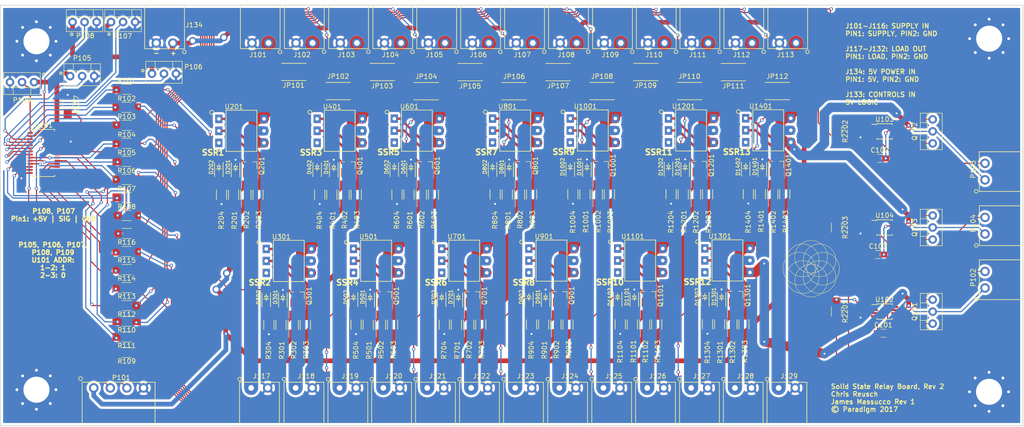
<source format=kicad_pcb>
(kicad_pcb (version 4) (host pcbnew 4.0.4-stable)
  (layers (0 F.Cu signal) (31 B.Cu signal hide) (34 B.Paste user) (35 F.Paste user) (36 B.SilkS user) (37 F.SilkS user) (38 B.Mask user) (39 F.Mask user) (44 Edge.Cuts user))
  (net 0 "")
  (net 1 /CTRL1)
  (net 2 GND)
  (net 3 /CTRL2)
  (net 4 /CTRL3)
  (net 5 /CTRL4)
  (net 6 /CTRL5)
  (net 7 /CTRL6)
  (net 8 /CTRL7)
  (net 9 /CTRL8)
  (net 10 /CTRL9)
  (net 11 /CTRL10)
  (net 12 /CTRL11)
  (net 13 /CTRL12)
  (net 14 /SUPPLY1)
  (net 15 /SUPPLY2)
  (net 16 /SUPPLY3)
  (net 17 /SUPPLY4)
  (net 18 /SUPPLY5)
  (net 19 /SUPPLY6)
  (net 20 /SUPPLY7)
  (net 21 /SUPPLY8)
  (net 22 /SUPPLY9)
  (net 23 /SUPPLY10)
  (net 24 /SUPPLY11)
  (net 25 /SUPPLY12)
  (net 26 /SUPPLY13)
  (net 27 /LOAD1)
  (net 28 /LOAD2)
  (net 29 /LOAD3)
  (net 30 /LOAD4)
  (net 31 /LOAD5)
  (net 32 /LOAD6)
  (net 33 /LOAD7)
  (net 34 /LOAD8)
  (net 35 /LOAD9)
  (net 36 /LOAD10)
  (net 37 /LOAD11)
  (net 38 /LOAD12)
  (net 39 /LOAD13)
  (net 40 /5V0)
  (net 41 "Net-(Q201-Pad1)")
  (net 42 "Net-(Q201-Pad3)")
  (net 43 "Net-(Q301-Pad1)")
  (net 44 "Net-(Q301-Pad3)")
  (net 45 "Net-(Q401-Pad1)")
  (net 46 "Net-(Q401-Pad3)")
  (net 47 "Net-(Q501-Pad1)")
  (net 48 "Net-(Q501-Pad3)")
  (net 49 "Net-(Q601-Pad1)")
  (net 50 "Net-(Q601-Pad3)")
  (net 51 "Net-(Q701-Pad1)")
  (net 52 "Net-(Q701-Pad3)")
  (net 53 "Net-(Q801-Pad1)")
  (net 54 "Net-(Q801-Pad3)")
  (net 55 "Net-(Q901-Pad1)")
  (net 56 "Net-(Q901-Pad3)")
  (net 57 "Net-(Q1001-Pad1)")
  (net 58 "Net-(Q1001-Pad3)")
  (net 59 "Net-(Q1101-Pad1)")
  (net 60 "Net-(Q1101-Pad3)")
  (net 61 "Net-(Q1201-Pad1)")
  (net 62 "Net-(Q1201-Pad3)")
  (net 63 "Net-(Q1301-Pad1)")
  (net 64 "Net-(Q1301-Pad3)")
  (net 65 "Net-(Q1401-Pad1)")
  (net 66 "Net-(Q1401-Pad3)")
  (net 67 "Net-(R203-Pad2)")
  (net 68 "Net-(R303-Pad2)")
  (net 69 "Net-(R403-Pad2)")
  (net 70 "Net-(R503-Pad2)")
  (net 71 "Net-(R603-Pad2)")
  (net 72 "Net-(R703-Pad2)")
  (net 73 "Net-(R803-Pad2)")
  (net 74 "Net-(R903-Pad2)")
  (net 75 "Net-(R1003-Pad2)")
  (net 76 "Net-(R1103-Pad2)")
  (net 77 "Net-(R1203-Pad2)")
  (net 78 "Net-(R1303-Pad2)")
  (net 79 "Net-(R1403-Pad2)")
  (net 80 "Net-(D202-Pad1)")
  (net 81 "Net-(D302-Pad1)")
  (net 82 "Net-(D402-Pad1)")
  (net 83 "Net-(D502-Pad1)")
  (net 84 "Net-(D602-Pad1)")
  (net 85 "Net-(D702-Pad1)")
  (net 86 "Net-(D802-Pad1)")
  (net 87 "Net-(D902-Pad1)")
  (net 88 "Net-(D1002-Pad1)")
  (net 89 "Net-(D1102-Pad1)")
  (net 90 "Net-(D1202-Pad1)")
  (net 91 "Net-(D1302-Pad1)")
  (net 92 "Net-(D1402-Pad1)")
  (net 93 "Net-(U201-Pad3)")
  (net 94 "Net-(U301-Pad3)")
  (net 95 "Net-(U401-Pad3)")
  (net 96 "Net-(U501-Pad3)")
  (net 97 "Net-(U601-Pad3)")
  (net 98 "Net-(U701-Pad3)")
  (net 99 "Net-(U801-Pad3)")
  (net 100 "Net-(U901-Pad3)")
  (net 101 "Net-(U1001-Pad3)")
  (net 102 "Net-(U1101-Pad3)")
  (net 103 "Net-(U1201-Pad3)")
  (net 104 "Net-(U1301-Pad3)")
  (net 105 "Net-(U1401-Pad3)")
  (net 106 "Net-(U101-Pad25)")
  (net 107 /Data_In)
  (net 108 /Clock_In)
  (net 109 "Net-(Q101-Pad3)")
  (net 110 "Net-(Q102-Pad3)")
  (net 111 "Net-(Q103-Pad3)")
  (net 112 /MPYE0)
  (net 113 /MPYE1)
  (net 114 /MPYE2)
  (net 115 /CTRL0)
  (net 116 "Net-(U102-Pad1)")
  (net 117 "Net-(Q101-Pad1)")
  (net 118 "Net-(U102-Pad8)")
  (net 119 "Net-(U103-Pad1)")
  (net 120 "Net-(Q102-Pad1)")
  (net 121 "Net-(U103-Pad8)")
  (net 122 "Net-(U104-Pad1)")
  (net 123 "Net-(Q103-Pad1)")
  (net 124 "Net-(U104-Pad8)")
  (net 125 "Net-(R2201-Pad1)")
  (net 126 "Net-(R2202-Pad1)")
  (net 127 "Net-(R2203-Pad1)")
  (net 128 "Net-(R101-Pad1)")
  (net 129 "Net-(R102-Pad1)")
  (net 130 "Net-(R103-Pad1)")
  (net 131 "Net-(R104-Pad1)")
  (net 132 "Net-(R105-Pad1)")
  (net 133 "Net-(R106-Pad1)")
  (net 134 "Net-(R107-Pad1)")
  (net 135 "Net-(R108-Pad1)")
  (net 136 "Net-(R109-Pad2)")
  (net 137 "Net-(R110-Pad2)")
  (net 138 "Net-(R111-Pad2)")
  (net 139 "Net-(R112-Pad2)")
  (net 140 "Net-(R113-Pad2)")
  (net 141 "Net-(R114-Pad2)")
  (net 142 "Net-(R115-Pad2)")
  (net 143 "Net-(R116-Pad2)")
  (net 144 "Net-(P105-Pad2)")
  (net 145 "Net-(P106-Pad2)")
  (net 146 "Net-(P107-Pad2)")
  (net 147 "Net-(P108-Pad2)")
  (net 148 "Net-(P109-Pad2)")
  (net 149 "Net-(R117-Pad2)")
  (net 150 "Net-(C101-Pad1)")
  (net 151 "Net-(C102-Pad1)")
  (net 152 "Net-(C103-Pad1)")
  (module hyperCustom:CONN_PHOENIX_1844210_2PIN (layer F.Cu) (at 161.875 88.9)
    (fp_text reference J129 (at 4.67 -10.5) (layer F.SilkS))
    (fp_text value CONN_01X02)
    (pad 1 thru_hole circle (at 2.45 -8) (size 2 2) (drill 1.2) (layers *.Cu *.Mask) (net 39 /LOAD13))
    (pad 2 thru_hole circle (at 5.95 -8) (size 2 2) (drill 1.2) (layers *.Cu *.Mask) (net 2 GND))
  )
  (module Resistors_SMD:R_1206_HandSoldering (layer F.Cu) (at 157.92 39.93 270)
    (fp_text reference R1404 (at 5.87 0.01 270) (layer F.SilkS))
    (fp_text value 910)
    (pad 1 smd rect (at -2 0 270) (size 2 1.7) (layers F.Cu F.Paste F.Mask) (net 92 "Net-(D1402-Pad1)"))
    (pad 2 smd rect (at 2 0 270) (size 2 1.7) (layers F.Cu F.Paste F.Mask) (net 2 GND))
  )
  (module TO_SOT_Packages_SMD:SOT-23_Handsoldering (layer F.Cu) (at 163.825 33.75 90)
    (fp_text reference Q1401 (at -0.075 2.6 90) (layer F.SilkS))
    (fp_text value MMBT2222ALT1G)
    (pad 1 smd rect (at -1.5 -0.95 90) (size 1.9 0.8) (layers F.Cu F.Paste F.Mask) (net 65 "Net-(Q1401-Pad1)"))
    (pad 2 smd rect (at -1.5 0.95 90) (size 1.9 0.8) (layers F.Cu F.Paste F.Mask) (net 2 GND))
    (pad 3 smd rect (at 1.5 0 90) (size 1.9 0.8) (layers F.Cu F.Paste F.Mask) (net 66 "Net-(Q1401-Pad3)"))
  )
  (module hyperCustom:SOD-123 (layer F.Cu) (at 160.89 34.19 90)
    (fp_text reference D1401 (at 0.13 -1.6 90) (layer F.SilkS) (effects (font (size 0.8 0.8))))
    (fp_text value 5.6V)
    (pad 1 smd rect (at -1.635 0 90) (size 0.91 1.22) (layers F.Cu F.Paste F.Mask) (net 13 /CTRL12))
    (pad 2 smd rect (at 1.635 0 90) (size 0.91 1.22) (layers F.Cu F.Paste F.Mask) (net 2 GND))
  )
  (module Resistors_SMD:R_1206_HandSoldering (layer F.Cu) (at 160.475 39.95 90)
    (fp_text reference R1401 (at -5.66 0.145 90) (layer F.SilkS))
    (fp_text value 10k)
    (pad 1 smd rect (at -2 0 90) (size 2 1.7) (layers F.Cu F.Paste F.Mask) (net 65 "Net-(Q1401-Pad1)"))
    (pad 2 smd rect (at 2 0 90) (size 2 1.7) (layers F.Cu F.Paste F.Mask) (net 13 /CTRL12))
  )
  (module Resistors_SMD:R_1206_HandSoldering (layer F.Cu) (at 163.075 39.95 270)
    (fp_text reference R1402 (at 5.85 -0.125 270) (layer F.SilkS))
    (fp_text value 1M)
    (pad 1 smd rect (at -2 0 270) (size 2 1.7) (layers F.Cu F.Paste F.Mask) (net 65 "Net-(Q1401-Pad1)"))
    (pad 2 smd rect (at 2 0 270) (size 2 1.7) (layers F.Cu F.Paste F.Mask) (net 2 GND))
  )
  (module hyperCustom:SOD-123 (layer F.Cu) (at 157.37 34.14 90)
    (fp_text reference D1402 (at 0.02 -1.62 90) (layer F.SilkS) (effects (font (size 0.8 0.8))))
    (fp_text value LED)
    (pad 1 smd rect (at -1.635 0 90) (size 0.91 1.22) (layers F.Cu F.Paste F.Mask) (net 92 "Net-(D1402-Pad1)"))
    (pad 2 smd rect (at 1.635 0 90) (size 0.91 1.22) (layers F.Cu F.Paste F.Mask) (net 13 /CTRL12))
  )
  (module Resistors_SMD:R_1206_HandSoldering (layer F.Cu) (at 165.63 39.94 90)
    (fp_text reference R1403 (at -5.79 0.16 90) (layer F.SilkS))
    (fp_text value 910)
    (pad 1 smd rect (at -2 0 90) (size 2 1.7) (layers F.Cu F.Paste F.Mask) (net 40 /5V0))
    (pad 2 smd rect (at 2 0 90) (size 2 1.7) (layers F.Cu F.Paste F.Mask) (net 79 "Net-(R1403-Pad2)"))
  )
  (module hyperCustom:VISHAY_6SMD_OPTOCOUPLER (layer F.Cu) (at 162.135 26.44 180)
    (fp_text reference U1401 (at 1.575 5.1 180) (layer F.SilkS))
    (fp_text value SSR)
    (pad 5 thru_hole rect (at -4.765 0 180) (size 1.52 1.78) (drill 0.762) (layers *.Cu *.Mask) (net 39 /LOAD13))
    (pad 2 thru_hole rect (at 4.765 0 180) (size 1.52 1.78) (drill 0.762) (layers *.Cu *.Mask) (net 66 "Net-(Q1401-Pad3)"))
    (pad 6 thru_hole rect (at -4.765 2.54 180) (size 1.52 1.78) (drill 0.762) (layers *.Cu *.Mask) (net 26 /SUPPLY13))
    (pad 4 thru_hole rect (at -4.765 -2.54 180) (size 1.52 1.78) (drill 0.762) (layers *.Cu *.Mask) (net 26 /SUPPLY13))
    (pad 3 thru_hole rect (at 4.765 -2.54 180) (size 1.52 1.78) (drill 0.762) (layers *.Cu *.Mask) (net 105 "Net-(U1401-Pad3)"))
    (pad 1 thru_hole rect (at 4.765 2.54 180) (size 1.52 1.78) (drill 0.762) (layers *.Cu *.Mask) (net 79 "Net-(R1403-Pad2)"))
  )
  (module Resistors_SMD:R_1206_HandSoldering (layer F.Cu) (at 141.62 39.96 270)
    (fp_text reference R1204 (at 5.82 0.02 270) (layer F.SilkS))
    (fp_text value 910)
    (pad 1 smd rect (at -2 0 270) (size 2 1.7) (layers F.Cu F.Paste F.Mask) (net 90 "Net-(D1202-Pad1)"))
    (pad 2 smd rect (at 2 0 270) (size 2 1.7) (layers F.Cu F.Paste F.Mask) (net 2 GND))
  )
  (module hyperCustom:SOD-123 (layer F.Cu) (at 141.07 34.17 90)
    (fp_text reference D1202 (at 0.02 -1.62 90) (layer F.SilkS) (effects (font (size 0.8 0.8))))
    (fp_text value LED)
    (pad 1 smd rect (at -1.635 0 90) (size 0.91 1.22) (layers F.Cu F.Paste F.Mask) (net 90 "Net-(D1202-Pad1)"))
    (pad 2 smd rect (at 1.635 0 90) (size 0.91 1.22) (layers F.Cu F.Paste F.Mask) (net 11 /CTRL10))
  )
  (module hyperCustom:VISHAY_6SMD_OPTOCOUPLER (layer F.Cu) (at 145.835 26.47 180)
    (fp_text reference U1201 (at 1.575 5.1 180) (layer F.SilkS))
    (fp_text value SSR)
    (pad 5 thru_hole rect (at -4.765 0 180) (size 1.52 1.78) (drill 0.762) (layers *.Cu *.Mask) (net 37 /LOAD11))
    (pad 2 thru_hole rect (at 4.765 0 180) (size 1.52 1.78) (drill 0.762) (layers *.Cu *.Mask) (net 62 "Net-(Q1201-Pad3)"))
    (pad 6 thru_hole rect (at -4.765 2.54 180) (size 1.52 1.78) (drill 0.762) (layers *.Cu *.Mask) (net 24 /SUPPLY11))
    (pad 4 thru_hole rect (at -4.765 -2.54 180) (size 1.52 1.78) (drill 0.762) (layers *.Cu *.Mask) (net 24 /SUPPLY11))
    (pad 3 thru_hole rect (at 4.765 -2.54 180) (size 1.52 1.78) (drill 0.762) (layers *.Cu *.Mask) (net 103 "Net-(U1201-Pad3)"))
    (pad 1 thru_hole rect (at 4.765 2.54 180) (size 1.52 1.78) (drill 0.762) (layers *.Cu *.Mask) (net 77 "Net-(R1203-Pad2)"))
  )
  (module TO_SOT_Packages_SMD:SOT-23_Handsoldering (layer F.Cu) (at 147.525 33.78 90)
    (fp_text reference Q1201 (at -0.075 2.6 90) (layer F.SilkS))
    (fp_text value MMBT2222ALT1G)
    (pad 1 smd rect (at -1.5 -0.95 90) (size 1.9 0.8) (layers F.Cu F.Paste F.Mask) (net 61 "Net-(Q1201-Pad1)"))
    (pad 2 smd rect (at -1.5 0.95 90) (size 1.9 0.8) (layers F.Cu F.Paste F.Mask) (net 2 GND))
    (pad 3 smd rect (at 1.5 0 90) (size 1.9 0.8) (layers F.Cu F.Paste F.Mask) (net 62 "Net-(Q1201-Pad3)"))
  )
  (module hyperCustom:SOD-123 (layer F.Cu) (at 144.59 34.22 90)
    (fp_text reference D1201 (at 0.13 -1.6 90) (layer F.SilkS) (effects (font (size 0.8 0.8))))
    (fp_text value 5.6V)
    (pad 1 smd rect (at -1.635 0 90) (size 0.91 1.22) (layers F.Cu F.Paste F.Mask) (net 11 /CTRL10))
    (pad 2 smd rect (at 1.635 0 90) (size 0.91 1.22) (layers F.Cu F.Paste F.Mask) (net 2 GND))
  )
  (module hyperCustom:VISHAY_6SMD_OPTOCOUPLER (layer F.Cu) (at 125.095 26.48 180)
    (fp_text reference U1001 (at 1.575 5.1 180) (layer F.SilkS))
    (fp_text value SSR)
    (pad 5 thru_hole rect (at -4.765 0 180) (size 1.52 1.78) (drill 0.762) (layers *.Cu *.Mask) (net 35 /LOAD9))
    (pad 2 thru_hole rect (at 4.765 0 180) (size 1.52 1.78) (drill 0.762) (layers *.Cu *.Mask) (net 58 "Net-(Q1001-Pad3)"))
    (pad 6 thru_hole rect (at -4.765 2.54 180) (size 1.52 1.78) (drill 0.762) (layers *.Cu *.Mask) (net 22 /SUPPLY9))
    (pad 4 thru_hole rect (at -4.765 -2.54 180) (size 1.52 1.78) (drill 0.762) (layers *.Cu *.Mask) (net 22 /SUPPLY9))
    (pad 3 thru_hole rect (at 4.765 -2.54 180) (size 1.52 1.78) (drill 0.762) (layers *.Cu *.Mask) (net 101 "Net-(U1001-Pad3)"))
    (pad 1 thru_hole rect (at 4.765 2.54 180) (size 1.52 1.78) (drill 0.762) (layers *.Cu *.Mask) (net 75 "Net-(R1003-Pad2)"))
  )
  (module TO_SOT_Packages_SMD:SOT-23_Handsoldering (layer F.Cu) (at 126.785 33.79 90)
    (fp_text reference Q1001 (at -0.075 2.6 90) (layer F.SilkS))
    (fp_text value MMBT2222ALT1G)
    (pad 1 smd rect (at -1.5 -0.95 90) (size 1.9 0.8) (layers F.Cu F.Paste F.Mask) (net 57 "Net-(Q1001-Pad1)"))
    (pad 2 smd rect (at -1.5 0.95 90) (size 1.9 0.8) (layers F.Cu F.Paste F.Mask) (net 2 GND))
    (pad 3 smd rect (at 1.5 0 90) (size 1.9 0.8) (layers F.Cu F.Paste F.Mask) (net 58 "Net-(Q1001-Pad3)"))
  )
  (module hyperCustom:SOD-123 (layer F.Cu) (at 123.85 34.23 90)
    (fp_text reference D1001 (at 0.13 -1.6 90) (layer F.SilkS) (effects (font (size 0.8 0.8))))
    (fp_text value 5.6V)
    (pad 1 smd rect (at -1.635 0 90) (size 0.91 1.22) (layers F.Cu F.Paste F.Mask) (net 9 /CTRL8))
    (pad 2 smd rect (at 1.635 0 90) (size 0.91 1.22) (layers F.Cu F.Paste F.Mask) (net 2 GND))
  )
  (module hyperCustom:SOD-123 (layer F.Cu) (at 120.33 34.18 90)
    (fp_text reference D1002 (at 0.02 -1.62 90) (layer F.SilkS) (effects (font (size 0.8 0.8))))
    (fp_text value LED)
    (pad 1 smd rect (at -1.635 0 90) (size 0.91 1.22) (layers F.Cu F.Paste F.Mask) (net 88 "Net-(D1002-Pad1)"))
    (pad 2 smd rect (at 1.635 0 90) (size 0.91 1.22) (layers F.Cu F.Paste F.Mask) (net 9 /CTRL8))
  )
  (module Resistors_SMD:R_1206_HandSoldering (layer F.Cu) (at 123.435 39.99 90)
    (fp_text reference R1001 (at -5.75 0.165 90) (layer F.SilkS))
    (fp_text value 10k)
    (pad 1 smd rect (at -2 0 90) (size 2 1.7) (layers F.Cu F.Paste F.Mask) (net 57 "Net-(Q1001-Pad1)"))
    (pad 2 smd rect (at 2 0 90) (size 2 1.7) (layers F.Cu F.Paste F.Mask) (net 9 /CTRL8))
  )
  (module Resistors_SMD:R_1206_HandSoldering (layer F.Cu) (at 126.035 39.99 270)
    (fp_text reference R1002 (at 5.75 -0.185 270) (layer F.SilkS))
    (fp_text value 1M)
    (pad 1 smd rect (at -2 0 270) (size 2 1.7) (layers F.Cu F.Paste F.Mask) (net 57 "Net-(Q1001-Pad1)"))
    (pad 2 smd rect (at 2 0 270) (size 2 1.7) (layers F.Cu F.Paste F.Mask) (net 2 GND))
  )
  (module Resistors_SMD:R_1206_HandSoldering (layer F.Cu) (at 120.88 39.97 270)
    (fp_text reference R1004 (at 5.85 0.01 270) (layer F.SilkS))
    (fp_text value 910)
    (pad 1 smd rect (at -2 0 270) (size 2 1.7) (layers F.Cu F.Paste F.Mask) (net 88 "Net-(D1002-Pad1)"))
    (pad 2 smd rect (at 2 0 270) (size 2 1.7) (layers F.Cu F.Paste F.Mask) (net 2 GND))
  )
  (module Resistors_SMD:R_1206_HandSoldering (layer F.Cu) (at 146.775 39.98 270)
    (fp_text reference R1202 (at 5.84 -0.095 270) (layer F.SilkS))
    (fp_text value 1M)
    (pad 1 smd rect (at -2 0 270) (size 2 1.7) (layers F.Cu F.Paste F.Mask) (net 61 "Net-(Q1201-Pad1)"))
    (pad 2 smd rect (at 2 0 270) (size 2 1.7) (layers F.Cu F.Paste F.Mask) (net 2 GND))
  )
  (module Resistors_SMD:R_1206_HandSoldering (layer F.Cu) (at 144.175 39.98 90)
    (fp_text reference R1201 (at -5.76 0.165 90) (layer F.SilkS))
    (fp_text value 10k)
    (pad 1 smd rect (at -2 0 90) (size 2 1.7) (layers F.Cu F.Paste F.Mask) (net 61 "Net-(Q1201-Pad1)"))
    (pad 2 smd rect (at 2 0 90) (size 2 1.7) (layers F.Cu F.Paste F.Mask) (net 11 /CTRL10))
  )
  (module Resistors_SMD:R_1206_HandSoldering (layer F.Cu) (at 128.59 39.98 90)
    (fp_text reference R1003 (at -5.8 0.21 90) (layer F.SilkS))
    (fp_text value 910)
    (pad 1 smd rect (at -2 0 90) (size 2 1.7) (layers F.Cu F.Paste F.Mask) (net 40 /5V0))
    (pad 2 smd rect (at 2 0 90) (size 2 1.7) (layers F.Cu F.Paste F.Mask) (net 75 "Net-(R1003-Pad2)"))
  )
  (module Resistors_SMD:R_1206_HandSoldering (layer F.Cu) (at 149.33 39.97 90)
    (fp_text reference R1203 (at -5.81 0.2 90) (layer F.SilkS))
    (fp_text value 910)
    (pad 1 smd rect (at -2 0 90) (size 2 1.7) (layers F.Cu F.Paste F.Mask) (net 40 /5V0))
    (pad 2 smd rect (at 2 0 90) (size 2 1.7) (layers F.Cu F.Paste F.Mask) (net 77 "Net-(R1203-Pad2)"))
  )
  (module TO_SOT_Packages_SMD:SOT-23_Handsoldering (layer F.Cu) (at 155.205 61.26 90)
    (fp_text reference Q1301 (at -0.075 2.6 90) (layer F.SilkS))
    (fp_text value MMBT2222ALT1G)
    (pad 1 smd rect (at -1.5 -0.95 90) (size 1.9 0.8) (layers F.Cu F.Paste F.Mask) (net 63 "Net-(Q1301-Pad1)"))
    (pad 2 smd rect (at -1.5 0.95 90) (size 1.9 0.8) (layers F.Cu F.Paste F.Mask) (net 2 GND))
    (pad 3 smd rect (at 1.5 0 90) (size 1.9 0.8) (layers F.Cu F.Paste F.Mask) (net 64 "Net-(Q1301-Pad3)"))
  )
  (module hyperCustom:VISHAY_6SMD_OPTOCOUPLER (layer F.Cu) (at 153.515 53.95 180)
    (fp_text reference U1301 (at 1.575 5.1 180) (layer F.SilkS))
    (fp_text value SSR)
    (pad 5 thru_hole rect (at -4.765 0 180) (size 1.52 1.78) (drill 0.762) (layers *.Cu *.Mask) (net 38 /LOAD12))
    (pad 2 thru_hole rect (at 4.765 0 180) (size 1.52 1.78) (drill 0.762) (layers *.Cu *.Mask) (net 64 "Net-(Q1301-Pad3)"))
    (pad 6 thru_hole rect (at -4.765 2.54 180) (size 1.52 1.78) (drill 0.762) (layers *.Cu *.Mask) (net 25 /SUPPLY12))
    (pad 4 thru_hole rect (at -4.765 -2.54 180) (size 1.52 1.78) (drill 0.762) (layers *.Cu *.Mask) (net 25 /SUPPLY12))
    (pad 3 thru_hole rect (at 4.765 -2.54 180) (size 1.52 1.78) (drill 0.762) (layers *.Cu *.Mask) (net 104 "Net-(U1301-Pad3)"))
    (pad 1 thru_hole rect (at 4.765 2.54 180) (size 1.52 1.78) (drill 0.762) (layers *.Cu *.Mask) (net 78 "Net-(R1303-Pad2)"))
  )
  (module hyperCustom:SOD-123 (layer F.Cu) (at 152.27 61.7 90)
    (fp_text reference D1301 (at 0.13 -1.6 90) (layer F.SilkS) (effects (font (size 0.8 0.8))))
    (fp_text value 5.6V)
    (pad 1 smd rect (at -1.635 0 90) (size 0.91 1.22) (layers F.Cu F.Paste F.Mask) (net 12 /CTRL11))
    (pad 2 smd rect (at 1.635 0 90) (size 0.91 1.22) (layers F.Cu F.Paste F.Mask) (net 2 GND))
  )
  (module hyperCustom:SOD-123 (layer F.Cu) (at 148.75 61.65 90)
    (fp_text reference D1302 (at 0.02 -1.62 90) (layer F.SilkS) (effects (font (size 0.8 0.8))))
    (fp_text value LED)
    (pad 1 smd rect (at -1.635 0 90) (size 0.91 1.22) (layers F.Cu F.Paste F.Mask) (net 91 "Net-(D1302-Pad1)"))
    (pad 2 smd rect (at 1.635 0 90) (size 0.91 1.22) (layers F.Cu F.Paste F.Mask) (net 12 /CTRL11))
  )
  (module Resistors_SMD:R_1206_HandSoldering (layer F.Cu) (at 130.88 67.47 270)
    (fp_text reference R1104 (at 5.78 0.02 270) (layer F.SilkS))
    (fp_text value 910)
    (pad 1 smd rect (at -2 0 270) (size 2 1.7) (layers F.Cu F.Paste F.Mask) (net 89 "Net-(D1102-Pad1)"))
    (pad 2 smd rect (at 2 0 270) (size 2 1.7) (layers F.Cu F.Paste F.Mask) (net 2 GND))
  )
  (module Resistors_SMD:R_1206_HandSoldering (layer F.Cu) (at 133.435 67.49 90)
    (fp_text reference R1101 (at -5.68 0.235 90) (layer F.SilkS))
    (fp_text value 10k)
    (pad 1 smd rect (at -2 0 90) (size 2 1.7) (layers F.Cu F.Paste F.Mask) (net 59 "Net-(Q1101-Pad1)"))
    (pad 2 smd rect (at 2 0 90) (size 2 1.7) (layers F.Cu F.Paste F.Mask) (net 10 /CTRL9))
  )
  (module Resistors_SMD:R_1206_HandSoldering (layer F.Cu) (at 136.035 67.49 270)
    (fp_text reference R1102 (at 5.72 -0.175 270) (layer F.SilkS))
    (fp_text value 1M)
    (pad 1 smd rect (at -2 0 270) (size 2 1.7) (layers F.Cu F.Paste F.Mask) (net 59 "Net-(Q1101-Pad1)"))
    (pad 2 smd rect (at 2 0 270) (size 2 1.7) (layers F.Cu F.Paste F.Mask) (net 2 GND))
  )
  (module Resistors_SMD:R_1206_HandSoldering (layer F.Cu) (at 138.59 67.48 90)
    (fp_text reference R1103 (at -5.73 0.2 90) (layer F.SilkS))
    (fp_text value 910)
    (pad 1 smd rect (at -2 0 90) (size 2 1.7) (layers F.Cu F.Paste F.Mask) (net 40 /5V0))
    (pad 2 smd rect (at 2 0 90) (size 2 1.7) (layers F.Cu F.Paste F.Mask) (net 76 "Net-(R1103-Pad2)"))
  )
  (module hyperCustom:VISHAY_6SMD_OPTOCOUPLER (layer F.Cu) (at 135.095 53.98 180)
    (fp_text reference U1101 (at 1.575 5.1 180) (layer F.SilkS))
    (fp_text value SSR)
    (pad 5 thru_hole rect (at -4.765 0 180) (size 1.52 1.78) (drill 0.762) (layers *.Cu *.Mask) (net 36 /LOAD10))
    (pad 2 thru_hole rect (at 4.765 0 180) (size 1.52 1.78) (drill 0.762) (layers *.Cu *.Mask) (net 60 "Net-(Q1101-Pad3)"))
    (pad 6 thru_hole rect (at -4.765 2.54 180) (size 1.52 1.78) (drill 0.762) (layers *.Cu *.Mask) (net 23 /SUPPLY10))
    (pad 4 thru_hole rect (at -4.765 -2.54 180) (size 1.52 1.78) (drill 0.762) (layers *.Cu *.Mask) (net 23 /SUPPLY10))
    (pad 3 thru_hole rect (at 4.765 -2.54 180) (size 1.52 1.78) (drill 0.762) (layers *.Cu *.Mask) (net 102 "Net-(U1101-Pad3)"))
    (pad 1 thru_hole rect (at 4.765 2.54 180) (size 1.52 1.78) (drill 0.762) (layers *.Cu *.Mask) (net 76 "Net-(R1103-Pad2)"))
  )
  (module TO_SOT_Packages_SMD:SOT-23_Handsoldering (layer F.Cu) (at 136.785 61.29 90)
    (fp_text reference Q1101 (at -0.075 2.6 90) (layer F.SilkS))
    (fp_text value MMBT2222ALT1G)
    (pad 1 smd rect (at -1.5 -0.95 90) (size 1.9 0.8) (layers F.Cu F.Paste F.Mask) (net 59 "Net-(Q1101-Pad1)"))
    (pad 2 smd rect (at -1.5 0.95 90) (size 1.9 0.8) (layers F.Cu F.Paste F.Mask) (net 2 GND))
    (pad 3 smd rect (at 1.5 0 90) (size 1.9 0.8) (layers F.Cu F.Paste F.Mask) (net 60 "Net-(Q1101-Pad3)"))
  )
  (module hyperCustom:SOD-123 (layer F.Cu) (at 133.85 61.73 90)
    (fp_text reference D1101 (at 0.13 -1.6 90) (layer F.SilkS) (effects (font (size 0.8 0.8))))
    (fp_text value 5.6V)
    (pad 1 smd rect (at -1.635 0 90) (size 0.91 1.22) (layers F.Cu F.Paste F.Mask) (net 10 /CTRL9))
    (pad 2 smd rect (at 1.635 0 90) (size 0.91 1.22) (layers F.Cu F.Paste F.Mask) (net 2 GND))
  )
  (module hyperCustom:SOD-123 (layer F.Cu) (at 130.33 61.68 90)
    (fp_text reference D1102 (at 0.02 -1.62 90) (layer F.SilkS) (effects (font (size 0.8 0.8))))
    (fp_text value LED)
    (pad 1 smd rect (at -1.635 0 90) (size 0.91 1.22) (layers F.Cu F.Paste F.Mask) (net 89 "Net-(D1102-Pad1)"))
    (pad 2 smd rect (at 1.635 0 90) (size 0.91 1.22) (layers F.Cu F.Paste F.Mask) (net 10 /CTRL9))
  )
  (module Resistors_SMD:R_1206_HandSoldering (layer F.Cu) (at 154.455 67.46 270)
    (fp_text reference R1302 (at 5.85 -0.155 270) (layer F.SilkS))
    (fp_text value 1M)
    (pad 1 smd rect (at -2 0 270) (size 2 1.7) (layers F.Cu F.Paste F.Mask) (net 63 "Net-(Q1301-Pad1)"))
    (pad 2 smd rect (at 2 0 270) (size 2 1.7) (layers F.Cu F.Paste F.Mask) (net 2 GND))
  )
  (module Resistors_SMD:R_1206_HandSoldering (layer F.Cu) (at 151.855 67.46 90)
    (fp_text reference R1301 (at -5.89 0.115 90) (layer F.SilkS))
    (fp_text value 10k)
    (pad 1 smd rect (at -2 0 90) (size 2 1.7) (layers F.Cu F.Paste F.Mask) (net 63 "Net-(Q1301-Pad1)"))
    (pad 2 smd rect (at 2 0 90) (size 2 1.7) (layers F.Cu F.Paste F.Mask) (net 12 /CTRL11))
  )
  (module Resistors_SMD:R_1206_HandSoldering (layer F.Cu) (at 149.3 67.44 270)
    (fp_text reference R1304 (at 5.91 0 270) (layer F.SilkS))
    (fp_text value 910)
    (pad 1 smd rect (at -2 0 270) (size 2 1.7) (layers F.Cu F.Paste F.Mask) (net 91 "Net-(D1302-Pad1)"))
    (pad 2 smd rect (at 2 0 270) (size 2 1.7) (layers F.Cu F.Paste F.Mask) (net 2 GND))
  )
  (module Resistors_SMD:R_1206_HandSoldering (layer F.Cu) (at 157.01 67.45 90)
    (fp_text reference R1303 (at -5.74 0.19 90) (layer F.SilkS))
    (fp_text value 910)
    (pad 1 smd rect (at -2 0 90) (size 2 1.7) (layers F.Cu F.Paste F.Mask) (net 40 /5V0))
    (pad 2 smd rect (at 2 0 90) (size 2 1.7) (layers F.Cu F.Paste F.Mask) (net 78 "Net-(R1303-Pad2)"))
  )
  (module hyperCustom:SOD-123 (layer F.Cu) (at 103.92 34.21 90)
    (fp_text reference D802 (at 0.02 -1.62 90) (layer F.SilkS) (effects (font (size 0.8 0.8))))
    (fp_text value LED)
    (pad 1 smd rect (at -1.635 0 90) (size 0.91 1.22) (layers F.Cu F.Paste F.Mask) (net 86 "Net-(D802-Pad1)"))
    (pad 2 smd rect (at 1.635 0 90) (size 0.91 1.22) (layers F.Cu F.Paste F.Mask) (net 7 /CTRL6))
  )
  (module Resistors_SMD:R_1206_HandSoldering (layer F.Cu) (at 104.47 40 270)
    (fp_text reference R804 (at 5.41 0.04 270) (layer F.SilkS))
    (fp_text value 910)
    (pad 1 smd rect (at -2 0 270) (size 2 1.7) (layers F.Cu F.Paste F.Mask) (net 86 "Net-(D802-Pad1)"))
    (pad 2 smd rect (at 2 0 270) (size 2 1.7) (layers F.Cu F.Paste F.Mask) (net 2 GND))
  )
  (module TO_SOT_Packages_SMD:SOT-23_Handsoldering (layer F.Cu) (at 110.375 33.82 90)
    (fp_text reference Q801 (at -0.075 2.6 90) (layer F.SilkS))
    (fp_text value MMBT2222ALT1G)
    (pad 1 smd rect (at -1.5 -0.95 90) (size 1.9 0.8) (layers F.Cu F.Paste F.Mask) (net 53 "Net-(Q801-Pad1)"))
    (pad 2 smd rect (at -1.5 0.95 90) (size 1.9 0.8) (layers F.Cu F.Paste F.Mask) (net 2 GND))
    (pad 3 smd rect (at 1.5 0 90) (size 1.9 0.8) (layers F.Cu F.Paste F.Mask) (net 54 "Net-(Q801-Pad3)"))
  )
  (module hyperCustom:VISHAY_6SMD_OPTOCOUPLER (layer F.Cu) (at 108.685 26.51 180)
    (fp_text reference U801 (at 1.575 5.1 180) (layer F.SilkS))
    (fp_text value SSR)
    (pad 5 thru_hole rect (at -4.765 0 180) (size 1.52 1.78) (drill 0.762) (layers *.Cu *.Mask) (net 33 /LOAD7))
    (pad 2 thru_hole rect (at 4.765 0 180) (size 1.52 1.78) (drill 0.762) (layers *.Cu *.Mask) (net 54 "Net-(Q801-Pad3)"))
    (pad 6 thru_hole rect (at -4.765 2.54 180) (size 1.52 1.78) (drill 0.762) (layers *.Cu *.Mask) (net 20 /SUPPLY7))
    (pad 4 thru_hole rect (at -4.765 -2.54 180) (size 1.52 1.78) (drill 0.762) (layers *.Cu *.Mask) (net 20 /SUPPLY7))
    (pad 3 thru_hole rect (at 4.765 -2.54 180) (size 1.52 1.78) (drill 0.762) (layers *.Cu *.Mask) (net 99 "Net-(U801-Pad3)"))
    (pad 1 thru_hole rect (at 4.765 2.54 180) (size 1.52 1.78) (drill 0.762) (layers *.Cu *.Mask) (net 73 "Net-(R803-Pad2)"))
  )
  (module hyperCustom:SOD-123 (layer F.Cu) (at 107.44 34.26 90)
    (fp_text reference D801 (at 0.13 -1.6 90) (layer F.SilkS) (effects (font (size 0.8 0.8))))
    (fp_text value 5.6V)
    (pad 1 smd rect (at -1.635 0 90) (size 0.91 1.22) (layers F.Cu F.Paste F.Mask) (net 7 /CTRL6))
    (pad 2 smd rect (at 1.635 0 90) (size 0.91 1.22) (layers F.Cu F.Paste F.Mask) (net 2 GND))
  )
  (module hyperCustom:SOD-123 (layer F.Cu) (at 83.18 34.22 90)
    (fp_text reference D602 (at 0.02 -1.62 90) (layer F.SilkS) (effects (font (size 0.8 0.8))))
    (fp_text value LED)
    (pad 1 smd rect (at -1.635 0 90) (size 0.91 1.22) (layers F.Cu F.Paste F.Mask) (net 84 "Net-(D602-Pad1)"))
    (pad 2 smd rect (at 1.635 0 90) (size 0.91 1.22) (layers F.Cu F.Paste F.Mask) (net 5 /CTRL4))
  )
  (module TO_SOT_Packages_SMD:SOT-23_Handsoldering (layer F.Cu) (at 89.635 33.83 90)
    (fp_text reference Q601 (at -0.075 2.6 90) (layer F.SilkS))
    (fp_text value MMBT2222ALT1G)
    (pad 1 smd rect (at -1.5 -0.95 90) (size 1.9 0.8) (layers F.Cu F.Paste F.Mask) (net 49 "Net-(Q601-Pad1)"))
    (pad 2 smd rect (at -1.5 0.95 90) (size 1.9 0.8) (layers F.Cu F.Paste F.Mask) (net 2 GND))
    (pad 3 smd rect (at 1.5 0 90) (size 1.9 0.8) (layers F.Cu F.Paste F.Mask) (net 50 "Net-(Q601-Pad3)"))
  )
  (module hyperCustom:SOD-123 (layer F.Cu) (at 86.7 34.27 90)
    (fp_text reference D601 (at 0.13 -1.6 90) (layer F.SilkS) (effects (font (size 0.8 0.8))))
    (fp_text value 5.6V)
    (pad 1 smd rect (at -1.635 0 90) (size 0.91 1.22) (layers F.Cu F.Paste F.Mask) (net 5 /CTRL4))
    (pad 2 smd rect (at 1.635 0 90) (size 0.91 1.22) (layers F.Cu F.Paste F.Mask) (net 2 GND))
  )
  (module hyperCustom:VISHAY_6SMD_OPTOCOUPLER (layer F.Cu) (at 87.945 26.52 180)
    (fp_text reference U601 (at 1.575 5.1 180) (layer F.SilkS))
    (fp_text value SSR)
    (pad 5 thru_hole rect (at -4.765 0 180) (size 1.52 1.78) (drill 0.762) (layers *.Cu *.Mask) (net 31 /LOAD5))
    (pad 2 thru_hole rect (at 4.765 0 180) (size 1.52 1.78) (drill 0.762) (layers *.Cu *.Mask) (net 50 "Net-(Q601-Pad3)"))
    (pad 6 thru_hole rect (at -4.765 2.54 180) (size 1.52 1.78) (drill 0.762) (layers *.Cu *.Mask) (net 18 /SUPPLY5))
    (pad 4 thru_hole rect (at -4.765 -2.54 180) (size 1.52 1.78) (drill 0.762) (layers *.Cu *.Mask) (net 18 /SUPPLY5))
    (pad 3 thru_hole rect (at 4.765 -2.54 180) (size 1.52 1.78) (drill 0.762) (layers *.Cu *.Mask) (net 97 "Net-(U601-Pad3)"))
    (pad 1 thru_hole rect (at 4.765 2.54 180) (size 1.52 1.78) (drill 0.762) (layers *.Cu *.Mask) (net 71 "Net-(R603-Pad2)"))
  )
  (module hyperCustom:SOD-123 (layer F.Cu) (at 111.6 61.69 90)
    (fp_text reference D902 (at 0.02 -1.62 90) (layer F.SilkS) (effects (font (size 0.8 0.8))))
    (fp_text value LED)
    (pad 1 smd rect (at -1.635 0 90) (size 0.91 1.22) (layers F.Cu F.Paste F.Mask) (net 87 "Net-(D902-Pad1)"))
    (pad 2 smd rect (at 1.635 0 90) (size 0.91 1.22) (layers F.Cu F.Paste F.Mask) (net 8 /CTRL7))
  )
  (module Resistors_SMD:R_1206_HandSoldering (layer F.Cu) (at 119.86 67.49 90)
    (fp_text reference R903 (at -5.32 0.17 90) (layer F.SilkS))
    (fp_text value 910)
    (pad 1 smd rect (at -2 0 90) (size 2 1.7) (layers F.Cu F.Paste F.Mask) (net 40 /5V0))
    (pad 2 smd rect (at 2 0 90) (size 2 1.7) (layers F.Cu F.Paste F.Mask) (net 74 "Net-(R903-Pad2)"))
  )
  (module hyperCustom:VISHAY_6SMD_OPTOCOUPLER (layer F.Cu) (at 116.365 53.99 180)
    (fp_text reference U901 (at 1.575 5.1 180) (layer F.SilkS))
    (fp_text value SSR)
    (pad 5 thru_hole rect (at -4.765 0 180) (size 1.52 1.78) (drill 0.762) (layers *.Cu *.Mask) (net 34 /LOAD8))
    (pad 2 thru_hole rect (at 4.765 0 180) (size 1.52 1.78) (drill 0.762) (layers *.Cu *.Mask) (net 56 "Net-(Q901-Pad3)"))
    (pad 6 thru_hole rect (at -4.765 2.54 180) (size 1.52 1.78) (drill 0.762) (layers *.Cu *.Mask) (net 21 /SUPPLY8))
    (pad 4 thru_hole rect (at -4.765 -2.54 180) (size 1.52 1.78) (drill 0.762) (layers *.Cu *.Mask) (net 21 /SUPPLY8))
    (pad 3 thru_hole rect (at 4.765 -2.54 180) (size 1.52 1.78) (drill 0.762) (layers *.Cu *.Mask) (net 100 "Net-(U901-Pad3)"))
    (pad 1 thru_hole rect (at 4.765 2.54 180) (size 1.52 1.78) (drill 0.762) (layers *.Cu *.Mask) (net 74 "Net-(R903-Pad2)"))
  )
  (module TO_SOT_Packages_SMD:SOT-23_Handsoldering (layer F.Cu) (at 118.055 61.3 90)
    (fp_text reference Q901 (at -0.075 2.6 90) (layer F.SilkS))
    (fp_text value MMBT2222ALT1G)
    (pad 1 smd rect (at -1.5 -0.95 90) (size 1.9 0.8) (layers F.Cu F.Paste F.Mask) (net 55 "Net-(Q901-Pad1)"))
    (pad 2 smd rect (at -1.5 0.95 90) (size 1.9 0.8) (layers F.Cu F.Paste F.Mask) (net 2 GND))
    (pad 3 smd rect (at 1.5 0 90) (size 1.9 0.8) (layers F.Cu F.Paste F.Mask) (net 56 "Net-(Q901-Pad3)"))
  )
  (module hyperCustom:SOD-123 (layer F.Cu) (at 115.12 61.74 90)
    (fp_text reference D901 (at 0.13 -1.6 90) (layer F.SilkS) (effects (font (size 0.8 0.8))))
    (fp_text value 5.6V)
    (pad 1 smd rect (at -1.635 0 90) (size 0.91 1.22) (layers F.Cu F.Paste F.Mask) (net 8 /CTRL7))
    (pad 2 smd rect (at 1.635 0 90) (size 0.91 1.22) (layers F.Cu F.Paste F.Mask) (net 2 GND))
  )
  (module Resistors_SMD:R_1206_HandSoldering (layer F.Cu) (at 112.15 67.48 270)
    (fp_text reference R904 (at 5.41 0.04 270) (layer F.SilkS))
    (fp_text value 910)
    (pad 1 smd rect (at -2 0 270) (size 2 1.7) (layers F.Cu F.Paste F.Mask) (net 87 "Net-(D902-Pad1)"))
    (pad 2 smd rect (at 2 0 270) (size 2 1.7) (layers F.Cu F.Paste F.Mask) (net 2 GND))
  )
  (module Resistors_SMD:R_1206_HandSoldering (layer F.Cu) (at 114.705 67.5 90)
    (fp_text reference R901 (at -5.39 0.185 90) (layer F.SilkS))
    (fp_text value 10k)
    (pad 1 smd rect (at -2 0 90) (size 2 1.7) (layers F.Cu F.Paste F.Mask) (net 55 "Net-(Q901-Pad1)"))
    (pad 2 smd rect (at 2 0 90) (size 2 1.7) (layers F.Cu F.Paste F.Mask) (net 8 /CTRL7))
  )
  (module Resistors_SMD:R_1206_HandSoldering (layer F.Cu) (at 117.305 67.5 270)
    (fp_text reference R902 (at 5.3 -0.125 270) (layer F.SilkS))
    (fp_text value 1M)
    (pad 1 smd rect (at -2 0 270) (size 2 1.7) (layers F.Cu F.Paste F.Mask) (net 55 "Net-(Q901-Pad1)"))
    (pad 2 smd rect (at 2 0 270) (size 2 1.7) (layers F.Cu F.Paste F.Mask) (net 2 GND))
  )
  (module Resistors_SMD:R_1206_HandSoldering (layer F.Cu) (at 101.44 67.52 90)
    (fp_text reference R703 (at -5.32 0.17 90) (layer F.SilkS))
    (fp_text value 910)
    (pad 1 smd rect (at -2 0 90) (size 2 1.7) (layers F.Cu F.Paste F.Mask) (net 40 /5V0))
    (pad 2 smd rect (at 2 0 90) (size 2 1.7) (layers F.Cu F.Paste F.Mask) (net 72 "Net-(R703-Pad2)"))
  )
  (module Resistors_SMD:R_1206_HandSoldering (layer F.Cu) (at 98.885 67.53 270)
    (fp_text reference R702 (at 5.3 -0.125 270) (layer F.SilkS))
    (fp_text value 1M)
    (pad 1 smd rect (at -2 0 270) (size 2 1.7) (layers F.Cu F.Paste F.Mask) (net 51 "Net-(Q701-Pad1)"))
    (pad 2 smd rect (at 2 0 270) (size 2 1.7) (layers F.Cu F.Paste F.Mask) (net 2 GND))
  )
  (module Resistors_SMD:R_1206_HandSoldering (layer F.Cu) (at 93.73 67.51 270)
    (fp_text reference R704 (at 5.41 0.04 270) (layer F.SilkS))
    (fp_text value 910)
    (pad 1 smd rect (at -2 0 270) (size 2 1.7) (layers F.Cu F.Paste F.Mask) (net 85 "Net-(D702-Pad1)"))
    (pad 2 smd rect (at 2 0 270) (size 2 1.7) (layers F.Cu F.Paste F.Mask) (net 2 GND))
  )
  (module Resistors_SMD:R_1206_HandSoldering (layer F.Cu) (at 96.285 67.53 90)
    (fp_text reference R701 (at -5.39 0.185 90) (layer F.SilkS))
    (fp_text value 10k)
    (pad 1 smd rect (at -2 0 90) (size 2 1.7) (layers F.Cu F.Paste F.Mask) (net 51 "Net-(Q701-Pad1)"))
    (pad 2 smd rect (at 2 0 90) (size 2 1.7) (layers F.Cu F.Paste F.Mask) (net 6 /CTRL5))
  )
  (module hyperCustom:SOD-123 (layer F.Cu) (at 93.18 61.72 90)
    (fp_text reference D702 (at 0.02 -1.62 90) (layer F.SilkS) (effects (font (size 0.8 0.8))))
    (fp_text value LED)
    (pad 1 smd rect (at -1.635 0 90) (size 0.91 1.22) (layers F.Cu F.Paste F.Mask) (net 85 "Net-(D702-Pad1)"))
    (pad 2 smd rect (at 1.635 0 90) (size 0.91 1.22) (layers F.Cu F.Paste F.Mask) (net 6 /CTRL5))
  )
  (module TO_SOT_Packages_SMD:SOT-23_Handsoldering (layer F.Cu) (at 99.635 61.33 90)
    (fp_text reference Q701 (at -0.075 2.6 90) (layer F.SilkS))
    (fp_text value MMBT2222ALT1G)
    (pad 1 smd rect (at -1.5 -0.95 90) (size 1.9 0.8) (layers F.Cu F.Paste F.Mask) (net 51 "Net-(Q701-Pad1)"))
    (pad 2 smd rect (at -1.5 0.95 90) (size 1.9 0.8) (layers F.Cu F.Paste F.Mask) (net 2 GND))
    (pad 3 smd rect (at 1.5 0 90) (size 1.9 0.8) (layers F.Cu F.Paste F.Mask) (net 52 "Net-(Q701-Pad3)"))
  )
  (module hyperCustom:VISHAY_6SMD_OPTOCOUPLER (layer F.Cu) (at 97.945 54.02 180)
    (fp_text reference U701 (at 1.575 5.1 180) (layer F.SilkS))
    (fp_text value SSR)
    (pad 5 thru_hole rect (at -4.765 0 180) (size 1.52 1.78) (drill 0.762) (layers *.Cu *.Mask) (net 32 /LOAD6))
    (pad 2 thru_hole rect (at 4.765 0 180) (size 1.52 1.78) (drill 0.762) (layers *.Cu *.Mask) (net 52 "Net-(Q701-Pad3)"))
    (pad 6 thru_hole rect (at -4.765 2.54 180) (size 1.52 1.78) (drill 0.762) (layers *.Cu *.Mask) (net 19 /SUPPLY6))
    (pad 4 thru_hole rect (at -4.765 -2.54 180) (size 1.52 1.78) (drill 0.762) (layers *.Cu *.Mask) (net 19 /SUPPLY6))
    (pad 3 thru_hole rect (at 4.765 -2.54 180) (size 1.52 1.78) (drill 0.762) (layers *.Cu *.Mask) (net 98 "Net-(U701-Pad3)"))
    (pad 1 thru_hole rect (at 4.765 2.54 180) (size 1.52 1.78) (drill 0.762) (layers *.Cu *.Mask) (net 72 "Net-(R703-Pad2)"))
  )
  (module hyperCustom:SOD-123 (layer F.Cu) (at 96.7 61.77 90)
    (fp_text reference D701 (at 0.13 -1.6 90) (layer F.SilkS) (effects (font (size 0.8 0.8))))
    (fp_text value 5.6V)
    (pad 1 smd rect (at -1.635 0 90) (size 0.91 1.22) (layers F.Cu F.Paste F.Mask) (net 6 /CTRL5))
    (pad 2 smd rect (at 1.635 0 90) (size 0.91 1.22) (layers F.Cu F.Paste F.Mask) (net 2 GND))
  )
  (module Resistors_SMD:R_1206_HandSoldering (layer F.Cu) (at 112.18 40.01 90)
    (fp_text reference R803 (at -5.32 0.17 90) (layer F.SilkS))
    (fp_text value 910)
    (pad 1 smd rect (at -2 0 90) (size 2 1.7) (layers F.Cu F.Paste F.Mask) (net 40 /5V0))
    (pad 2 smd rect (at 2 0 90) (size 2 1.7) (layers F.Cu F.Paste F.Mask) (net 73 "Net-(R803-Pad2)"))
  )
  (module Resistors_SMD:R_1206_HandSoldering (layer F.Cu) (at 109.625 40.02 270)
    (fp_text reference R802 (at 5.3 -0.125 270) (layer F.SilkS))
    (fp_text value 1M)
    (pad 1 smd rect (at -2 0 270) (size 2 1.7) (layers F.Cu F.Paste F.Mask) (net 53 "Net-(Q801-Pad1)"))
    (pad 2 smd rect (at 2 0 270) (size 2 1.7) (layers F.Cu F.Paste F.Mask) (net 2 GND))
  )
  (module Resistors_SMD:R_1206_HandSoldering (layer F.Cu) (at 107.025 40.02 90)
    (fp_text reference R801 (at -5.39 0.185 90) (layer F.SilkS))
    (fp_text value 10k)
    (pad 1 smd rect (at -2 0 90) (size 2 1.7) (layers F.Cu F.Paste F.Mask) (net 53 "Net-(Q801-Pad1)"))
    (pad 2 smd rect (at 2 0 90) (size 2 1.7) (layers F.Cu F.Paste F.Mask) (net 7 /CTRL6))
  )
  (module Resistors_SMD:R_1206_HandSoldering (layer F.Cu) (at 83.73 40.01 270)
    (fp_text reference R604 (at 5.41 0.04 270) (layer F.SilkS))
    (fp_text value 910)
    (pad 1 smd rect (at -2 0 270) (size 2 1.7) (layers F.Cu F.Paste F.Mask) (net 84 "Net-(D602-Pad1)"))
    (pad 2 smd rect (at 2 0 270) (size 2 1.7) (layers F.Cu F.Paste F.Mask) (net 2 GND))
  )
  (module Resistors_SMD:R_1206_HandSoldering (layer F.Cu) (at 91.44 40.02 90)
    (fp_text reference R603 (at -5.32 0.17 90) (layer F.SilkS))
    (fp_text value 910)
    (pad 1 smd rect (at -2 0 90) (size 2 1.7) (layers F.Cu F.Paste F.Mask) (net 40 /5V0))
    (pad 2 smd rect (at 2 0 90) (size 2 1.7) (layers F.Cu F.Paste F.Mask) (net 71 "Net-(R603-Pad2)"))
  )
  (module Resistors_SMD:R_1206_HandSoldering (layer F.Cu) (at 86.285 40.03 90)
    (fp_text reference R601 (at -5.39 0.185 90) (layer F.SilkS))
    (fp_text value 10k)
    (pad 1 smd rect (at -2 0 90) (size 2 1.7) (layers F.Cu F.Paste F.Mask) (net 49 "Net-(Q601-Pad1)"))
    (pad 2 smd rect (at 2 0 90) (size 2 1.7) (layers F.Cu F.Paste F.Mask) (net 5 /CTRL4))
  )
  (module Resistors_SMD:R_1206_HandSoldering (layer F.Cu) (at 88.885 40.03 270)
    (fp_text reference R602 (at 5.3 -0.125 270) (layer F.SilkS))
    (fp_text value 1M)
    (pad 1 smd rect (at -2 0 270) (size 2 1.7) (layers F.Cu F.Paste F.Mask) (net 49 "Net-(Q601-Pad1)"))
    (pad 2 smd rect (at 2 0 270) (size 2 1.7) (layers F.Cu F.Paste F.Mask) (net 2 GND))
  )
  (module hyperCustom:SOD-123 (layer F.Cu) (at 74.56 61.73 90)
    (fp_text reference D502 (at 0.02 -1.62 90) (layer F.SilkS) (effects (font (size 0.8 0.8))))
    (fp_text value LED)
    (pad 1 smd rect (at -1.635 0 90) (size 0.91 1.22) (layers F.Cu F.Paste F.Mask) (net 83 "Net-(D502-Pad1)"))
    (pad 2 smd rect (at 1.635 0 90) (size 0.91 1.22) (layers F.Cu F.Paste F.Mask) (net 4 /CTRL3))
  )
  (module hyperCustom:VISHAY_6SMD_OPTOCOUPLER (layer F.Cu) (at 79.325 54.03 180)
    (fp_text reference U501 (at 1.575 5.1 180) (layer F.SilkS))
    (fp_text value SSR)
    (pad 5 thru_hole rect (at -4.765 0 180) (size 1.52 1.78) (drill 0.762) (layers *.Cu *.Mask) (net 30 /LOAD4))
    (pad 2 thru_hole rect (at 4.765 0 180) (size 1.52 1.78) (drill 0.762) (layers *.Cu *.Mask) (net 48 "Net-(Q501-Pad3)"))
    (pad 6 thru_hole rect (at -4.765 2.54 180) (size 1.52 1.78) (drill 0.762) (layers *.Cu *.Mask) (net 17 /SUPPLY4))
    (pad 4 thru_hole rect (at -4.765 -2.54 180) (size 1.52 1.78) (drill 0.762) (layers *.Cu *.Mask) (net 17 /SUPPLY4))
    (pad 3 thru_hole rect (at 4.765 -2.54 180) (size 1.52 1.78) (drill 0.762) (layers *.Cu *.Mask) (net 96 "Net-(U501-Pad3)"))
    (pad 1 thru_hole rect (at 4.765 2.54 180) (size 1.52 1.78) (drill 0.762) (layers *.Cu *.Mask) (net 70 "Net-(R503-Pad2)"))
  )
  (module TO_SOT_Packages_SMD:SOT-23_Handsoldering (layer F.Cu) (at 81.015 61.34 90)
    (fp_text reference Q501 (at -0.075 2.6 90) (layer F.SilkS))
    (fp_text value MMBT2222ALT1G)
    (pad 1 smd rect (at -1.5 -0.95 90) (size 1.9 0.8) (layers F.Cu F.Paste F.Mask) (net 47 "Net-(Q501-Pad1)"))
    (pad 2 smd rect (at -1.5 0.95 90) (size 1.9 0.8) (layers F.Cu F.Paste F.Mask) (net 2 GND))
    (pad 3 smd rect (at 1.5 0 90) (size 1.9 0.8) (layers F.Cu F.Paste F.Mask) (net 48 "Net-(Q501-Pad3)"))
  )
  (module hyperCustom:SOD-123 (layer F.Cu) (at 78.08 61.78 90)
    (fp_text reference D501 (at 0.13 -1.6 90) (layer F.SilkS) (effects (font (size 0.8 0.8))))
    (fp_text value 5.6V)
    (pad 1 smd rect (at -1.635 0 90) (size 0.91 1.22) (layers F.Cu F.Paste F.Mask) (net 4 /CTRL3))
    (pad 2 smd rect (at 1.635 0 90) (size 0.91 1.22) (layers F.Cu F.Paste F.Mask) (net 2 GND))
  )
  (module Resistors_SMD:R_1206_HandSoldering (layer F.Cu) (at 75.11 67.52 270)
    (fp_text reference R504 (at 5.41 0.04 270) (layer F.SilkS))
    (fp_text value 910)
    (pad 1 smd rect (at -2 0 270) (size 2 1.7) (layers F.Cu F.Paste F.Mask) (net 83 "Net-(D502-Pad1)"))
    (pad 2 smd rect (at 2 0 270) (size 2 1.7) (layers F.Cu F.Paste F.Mask) (net 2 GND))
  )
  (module Resistors_SMD:R_1206_HandSoldering (layer F.Cu) (at 77.665 67.54 90)
    (fp_text reference R501 (at -5.39 0.185 90) (layer F.SilkS))
    (fp_text value 10k)
    (pad 1 smd rect (at -2 0 90) (size 2 1.7) (layers F.Cu F.Paste F.Mask) (net 47 "Net-(Q501-Pad1)"))
    (pad 2 smd rect (at 2 0 90) (size 2 1.7) (layers F.Cu F.Paste F.Mask) (net 4 /CTRL3))
  )
  (module Resistors_SMD:R_1206_HandSoldering (layer F.Cu) (at 80.265 67.54 270)
    (fp_text reference R502 (at 5.3 -0.125 270) (layer F.SilkS))
    (fp_text value 1M)
    (pad 1 smd rect (at -2 0 270) (size 2 1.7) (layers F.Cu F.Paste F.Mask) (net 47 "Net-(Q501-Pad1)"))
    (pad 2 smd rect (at 2 0 270) (size 2 1.7) (layers F.Cu F.Paste F.Mask) (net 2 GND))
  )
  (module Resistors_SMD:R_1206_HandSoldering (layer F.Cu) (at 82.82 67.53 90)
    (fp_text reference R503 (at -5.32 0.17 90) (layer F.SilkS))
    (fp_text value 910)
    (pad 1 smd rect (at -2 0 90) (size 2 1.7) (layers F.Cu F.Paste F.Mask) (net 40 /5V0))
    (pad 2 smd rect (at 2 0 90) (size 2 1.7) (layers F.Cu F.Paste F.Mask) (net 70 "Net-(R503-Pad2)"))
  )
  (module Resistors_SMD:R_1206_HandSoldering (layer F.Cu) (at 72.585 40.06 270)
    (fp_text reference R402 (at 5.3 -0.125 270) (layer F.SilkS))
    (fp_text value 1M)
    (pad 1 smd rect (at -2 0 270) (size 2 1.7) (layers F.Cu F.Paste F.Mask) (net 45 "Net-(Q401-Pad1)"))
    (pad 2 smd rect (at 2 0 270) (size 2 1.7) (layers F.Cu F.Paste F.Mask) (net 2 GND))
  )
  (module Resistors_SMD:R_1206_HandSoldering (layer F.Cu) (at 67.43 40.04 270)
    (fp_text reference R404 (at 5.41 0.04 270) (layer F.SilkS))
    (fp_text value 910)
    (pad 1 smd rect (at -2 0 270) (size 2 1.7) (layers F.Cu F.Paste F.Mask) (net 82 "Net-(D402-Pad1)"))
    (pad 2 smd rect (at 2 0 270) (size 2 1.7) (layers F.Cu F.Paste F.Mask) (net 2 GND))
  )
  (module Resistors_SMD:R_1206_HandSoldering (layer F.Cu) (at 69.985 40.06 90)
    (fp_text reference R401 (at -5.39 0.185 90) (layer F.SilkS))
    (fp_text value 10k)
    (pad 1 smd rect (at -2 0 90) (size 2 1.7) (layers F.Cu F.Paste F.Mask) (net 45 "Net-(Q401-Pad1)"))
    (pad 2 smd rect (at 2 0 90) (size 2 1.7) (layers F.Cu F.Paste F.Mask) (net 3 /CTRL2))
  )
  (module Resistors_SMD:R_1206_HandSoldering (layer F.Cu) (at 75.14 40.05 90)
    (fp_text reference R403 (at -5.32 0.17 90) (layer F.SilkS))
    (fp_text value 910)
    (pad 1 smd rect (at -2 0 90) (size 2 1.7) (layers F.Cu F.Paste F.Mask) (net 40 /5V0))
    (pad 2 smd rect (at 2 0 90) (size 2 1.7) (layers F.Cu F.Paste F.Mask) (net 69 "Net-(R403-Pad2)"))
  )
  (module hyperCustom:VISHAY_6SMD_OPTOCOUPLER (layer F.Cu) (at 71.645 26.55 180)
    (fp_text reference U401 (at 1.575 5.1 180) (layer F.SilkS))
    (fp_text value SSR)
    (pad 5 thru_hole rect (at -4.765 0 180) (size 1.52 1.78) (drill 0.762) (layers *.Cu *.Mask) (net 29 /LOAD3))
    (pad 2 thru_hole rect (at 4.765 0 180) (size 1.52 1.78) (drill 0.762) (layers *.Cu *.Mask) (net 46 "Net-(Q401-Pad3)"))
    (pad 6 thru_hole rect (at -4.765 2.54 180) (size 1.52 1.78) (drill 0.762) (layers *.Cu *.Mask) (net 16 /SUPPLY3))
    (pad 4 thru_hole rect (at -4.765 -2.54 180) (size 1.52 1.78) (drill 0.762) (layers *.Cu *.Mask) (net 16 /SUPPLY3))
    (pad 3 thru_hole rect (at 4.765 -2.54 180) (size 1.52 1.78) (drill 0.762) (layers *.Cu *.Mask) (net 95 "Net-(U401-Pad3)"))
    (pad 1 thru_hole rect (at 4.765 2.54 180) (size 1.52 1.78) (drill 0.762) (layers *.Cu *.Mask) (net 69 "Net-(R403-Pad2)"))
  )
  (module TO_SOT_Packages_SMD:SOT-23_Handsoldering (layer F.Cu) (at 73.335 33.86 90)
    (fp_text reference Q401 (at -0.075 2.6 90) (layer F.SilkS))
    (fp_text value MMBT2222ALT1G)
    (pad 1 smd rect (at -1.5 -0.95 90) (size 1.9 0.8) (layers F.Cu F.Paste F.Mask) (net 45 "Net-(Q401-Pad1)"))
    (pad 2 smd rect (at -1.5 0.95 90) (size 1.9 0.8) (layers F.Cu F.Paste F.Mask) (net 2 GND))
    (pad 3 smd rect (at 1.5 0 90) (size 1.9 0.8) (layers F.Cu F.Paste F.Mask) (net 46 "Net-(Q401-Pad3)"))
  )
  (module hyperCustom:SOD-123 (layer F.Cu) (at 70.4 34.3 90)
    (fp_text reference D401 (at 0.13 -1.6 90) (layer F.SilkS) (effects (font (size 0.8 0.8))))
    (fp_text value 5.6V)
    (pad 1 smd rect (at -1.635 0 90) (size 0.91 1.22) (layers F.Cu F.Paste F.Mask) (net 3 /CTRL2))
    (pad 2 smd rect (at 1.635 0 90) (size 0.91 1.22) (layers F.Cu F.Paste F.Mask) (net 2 GND))
  )
  (module hyperCustom:SOD-123 (layer F.Cu) (at 66.88 34.25 90)
    (fp_text reference D402 (at 0.02 -1.62 90) (layer F.SilkS) (effects (font (size 0.8 0.8))))
    (fp_text value LED)
    (pad 1 smd rect (at -1.635 0 90) (size 0.91 1.22) (layers F.Cu F.Paste F.Mask) (net 82 "Net-(D402-Pad1)"))
    (pad 2 smd rect (at 1.635 0 90) (size 0.91 1.22) (layers F.Cu F.Paste F.Mask) (net 3 /CTRL2))
  )
  (module Resistors_SMD:R_1206_HandSoldering (layer F.Cu) (at 61.845 67.57 270)
    (fp_text reference R302 (at 5.3 -0.125 270) (layer F.SilkS))
    (fp_text value 1M)
    (pad 1 smd rect (at -2 0 270) (size 2 1.7) (layers F.Cu F.Paste F.Mask) (net 43 "Net-(Q301-Pad1)"))
    (pad 2 smd rect (at 2 0 270) (size 2 1.7) (layers F.Cu F.Paste F.Mask) (net 2 GND))
  )
  (module Resistors_SMD:R_1206_HandSoldering (layer F.Cu) (at 56.69 67.55 270)
    (fp_text reference R304 (at 5.41 0.04 270) (layer F.SilkS))
    (fp_text value 910)
    (pad 1 smd rect (at -2 0 270) (size 2 1.7) (layers F.Cu F.Paste F.Mask) (net 81 "Net-(D302-Pad1)"))
    (pad 2 smd rect (at 2 0 270) (size 2 1.7) (layers F.Cu F.Paste F.Mask) (net 2 GND))
  )
  (module Resistors_SMD:R_1206_HandSoldering (layer F.Cu) (at 59.245 67.57 90)
    (fp_text reference R301 (at -5.39 0.185 90) (layer F.SilkS))
    (fp_text value 10k)
    (pad 1 smd rect (at -2 0 90) (size 2 1.7) (layers F.Cu F.Paste F.Mask) (net 43 "Net-(Q301-Pad1)"))
    (pad 2 smd rect (at 2 0 90) (size 2 1.7) (layers F.Cu F.Paste F.Mask) (net 1 /CTRL1))
  )
  (module Resistors_SMD:R_1206_HandSoldering (layer F.Cu) (at 64.4 67.56 90)
    (fp_text reference R303 (at -5.32 0.17 90) (layer F.SilkS))
    (fp_text value 910)
    (pad 1 smd rect (at -2 0 90) (size 2 1.7) (layers F.Cu F.Paste F.Mask) (net 40 /5V0))
    (pad 2 smd rect (at 2 0 90) (size 2 1.7) (layers F.Cu F.Paste F.Mask) (net 68 "Net-(R303-Pad2)"))
  )
  (module hyperCustom:VISHAY_6SMD_OPTOCOUPLER (layer F.Cu) (at 60.905 54.06 180)
    (fp_text reference U301 (at 1.575 5.1 180) (layer F.SilkS))
    (fp_text value SSR)
    (pad 5 thru_hole rect (at -4.765 0 180) (size 1.52 1.78) (drill 0.762) (layers *.Cu *.Mask) (net 28 /LOAD2))
    (pad 2 thru_hole rect (at 4.765 0 180) (size 1.52 1.78) (drill 0.762) (layers *.Cu *.Mask) (net 44 "Net-(Q301-Pad3)"))
    (pad 6 thru_hole rect (at -4.765 2.54 180) (size 1.52 1.78) (drill 0.762) (layers *.Cu *.Mask) (net 15 /SUPPLY2))
    (pad 4 thru_hole rect (at -4.765 -2.54 180) (size 1.52 1.78) (drill 0.762) (layers *.Cu *.Mask) (net 15 /SUPPLY2))
    (pad 3 thru_hole rect (at 4.765 -2.54 180) (size 1.52 1.78) (drill 0.762) (layers *.Cu *.Mask) (net 94 "Net-(U301-Pad3)"))
    (pad 1 thru_hole rect (at 4.765 2.54 180) (size 1.52 1.78) (drill 0.762) (layers *.Cu *.Mask) (net 68 "Net-(R303-Pad2)"))
  )
  (module TO_SOT_Packages_SMD:SOT-23_Handsoldering (layer F.Cu) (at 62.595 61.37 90)
    (fp_text reference Q301 (at -0.075 2.6 90) (layer F.SilkS))
    (fp_text value MMBT2222ALT1G)
    (pad 1 smd rect (at -1.5 -0.95 90) (size 1.9 0.8) (layers F.Cu F.Paste F.Mask) (net 43 "Net-(Q301-Pad1)"))
    (pad 2 smd rect (at -1.5 0.95 90) (size 1.9 0.8) (layers F.Cu F.Paste F.Mask) (net 2 GND))
    (pad 3 smd rect (at 1.5 0 90) (size 1.9 0.8) (layers F.Cu F.Paste F.Mask) (net 44 "Net-(Q301-Pad3)"))
  )
  (module hyperCustom:SOD-123 (layer F.Cu) (at 59.66 61.81 90)
    (fp_text reference D301 (at 0.13 -1.6 90) (layer F.SilkS) (effects (font (size 0.8 0.8))))
    (fp_text value 5.6V)
    (pad 1 smd rect (at -1.635 0 90) (size 0.91 1.22) (layers F.Cu F.Paste F.Mask) (net 1 /CTRL1))
    (pad 2 smd rect (at 1.635 0 90) (size 0.91 1.22) (layers F.Cu F.Paste F.Mask) (net 2 GND))
  )
  (module hyperCustom:SOD-123 (layer F.Cu) (at 56.14 61.76 90)
    (fp_text reference D302 (at 0.02 -1.62 90) (layer F.SilkS) (effects (font (size 0.8 0.8))))
    (fp_text value LED)
    (pad 1 smd rect (at -1.635 0 90) (size 0.91 1.22) (layers F.Cu F.Paste F.Mask) (net 81 "Net-(D302-Pad1)"))
    (pad 2 smd rect (at 1.635 0 90) (size 0.91 1.22) (layers F.Cu F.Paste F.Mask) (net 1 /CTRL1))
  )
  (module hyperCustom:SOD-123 (layer F.Cu) (at 49.66 34.31 90)
    (fp_text reference D201 (at 0.13 -1.6 90) (layer F.SilkS) (effects (font (size 0.8 0.8))))
    (fp_text value 5.6V)
    (pad 1 smd rect (at -1.635 0 90) (size 0.91 1.22) (layers F.Cu F.Paste F.Mask) (net 115 /CTRL0))
    (pad 2 smd rect (at 1.635 0 90) (size 0.91 1.22) (layers F.Cu F.Paste F.Mask) (net 2 GND))
  )
  (module hyperCustom:CONN_PHOENIX_1844210_2PIN (layer F.Cu) (at 59.075 -0.025 180)
    (fp_text reference J101 (at 4.67 -10.5 180) (layer F.SilkS))
    (fp_text value CONN_01X02)
    (pad 1 thru_hole circle (at 2.45 -8 180) (size 2 2) (drill 1.2) (layers *.Cu *.Mask) (net 14 /SUPPLY1))
    (pad 2 thru_hole circle (at 5.95 -8 180) (size 2 2) (drill 1.2) (layers *.Cu *.Mask) (net 2 GND))
  )
  (module hyperCustom:CONN_PHOENIX_1844210_2PIN (layer F.Cu) (at 68.375 -0.025 180)
    (fp_text reference J102 (at 4.67 -10.5 180) (layer F.SilkS))
    (fp_text value CONN_01X02)
    (pad 1 thru_hole circle (at 2.45 -8 180) (size 2 2) (drill 1.2) (layers *.Cu *.Mask) (net 15 /SUPPLY2))
    (pad 2 thru_hole circle (at 5.95 -8 180) (size 2 2) (drill 1.2) (layers *.Cu *.Mask) (net 2 GND))
  )
  (module hyperCustom:CONN_PHOENIX_1844210_2PIN (layer F.Cu) (at 77.725 -0.025 180)
    (fp_text reference J103 (at 4.67 -10.5 180) (layer F.SilkS))
    (fp_text value CONN_01X02)
    (pad 1 thru_hole circle (at 2.45 -8 180) (size 2 2) (drill 1.2) (layers *.Cu *.Mask) (net 16 /SUPPLY3))
    (pad 2 thru_hole circle (at 5.95 -8 180) (size 2 2) (drill 1.2) (layers *.Cu *.Mask) (net 2 GND))
  )
  (module hyperCustom:CONN_PHOENIX_1844210_2PIN (layer F.Cu) (at 87.05 -0.025 180)
    (fp_text reference J104 (at 4.67 -10.5 180) (layer F.SilkS))
    (fp_text value CONN_01X02)
    (pad 1 thru_hole circle (at 2.45 -8 180) (size 2 2) (drill 1.2) (layers *.Cu *.Mask) (net 17 /SUPPLY4))
    (pad 2 thru_hole circle (at 5.95 -8 180) (size 2 2) (drill 1.2) (layers *.Cu *.Mask) (net 2 GND))
  )
  (module hyperCustom:CONN_PHOENIX_1844210_2PIN (layer F.Cu) (at 96.325 -0.025 180)
    (fp_text reference J105 (at 4.67 -10.5 180) (layer F.SilkS))
    (fp_text value CONN_01X02)
    (pad 1 thru_hole circle (at 2.45 -8 180) (size 2 2) (drill 1.2) (layers *.Cu *.Mask) (net 18 /SUPPLY5))
    (pad 2 thru_hole circle (at 5.95 -8 180) (size 2 2) (drill 1.2) (layers *.Cu *.Mask) (net 2 GND))
  )
  (module hyperCustom:CONN_PHOENIX_1844210_2PIN (layer F.Cu) (at 105.6 -0.025 180)
    (fp_text reference J106 (at 4.67 -10.5 180) (layer F.SilkS))
    (fp_text value CONN_01X02)
    (pad 1 thru_hole circle (at 2.45 -8 180) (size 2 2) (drill 1.2) (layers *.Cu *.Mask) (net 19 /SUPPLY6))
    (pad 2 thru_hole circle (at 5.95 -8 180) (size 2 2) (drill 1.2) (layers *.Cu *.Mask) (net 2 GND))
  )
  (module hyperCustom:CONN_PHOENIX_1844210_2PIN (layer F.Cu) (at 114.875 -0.025 180)
    (fp_text reference J107 (at 4.67 -10.5 180) (layer F.SilkS))
    (fp_text value CONN_01X02)
    (pad 1 thru_hole circle (at 2.45 -8 180) (size 2 2) (drill 1.2) (layers *.Cu *.Mask) (net 20 /SUPPLY7))
    (pad 2 thru_hole circle (at 5.95 -8 180) (size 2 2) (drill 1.2) (layers *.Cu *.Mask) (net 2 GND))
  )
  (module hyperCustom:CONN_PHOENIX_1844210_2PIN (layer F.Cu) (at 124.15 -0.025 180)
    (fp_text reference J108 (at 4.67 -10.5 180) (layer F.SilkS))
    (fp_text value CONN_01X02)
    (pad 1 thru_hole circle (at 2.45 -8 180) (size 2 2) (drill 1.2) (layers *.Cu *.Mask) (net 21 /SUPPLY8))
    (pad 2 thru_hole circle (at 5.95 -8 180) (size 2 2) (drill 1.2) (layers *.Cu *.Mask) (net 2 GND))
  )
  (module hyperCustom:CONN_PHOENIX_1844210_2PIN (layer F.Cu) (at 133.45 -0.025 180)
    (fp_text reference J109 (at 4.67 -10.5 180) (layer F.SilkS))
    (fp_text value CONN_01X02)
    (pad 1 thru_hole circle (at 2.45 -8 180) (size 2 2) (drill 1.2) (layers *.Cu *.Mask) (net 22 /SUPPLY9))
    (pad 2 thru_hole circle (at 5.95 -8 180) (size 2 2) (drill 1.2) (layers *.Cu *.Mask) (net 2 GND))
  )
  (module hyperCustom:CONN_PHOENIX_1844210_2PIN (layer F.Cu) (at 142.675 -0.025 180)
    (fp_text reference J110 (at 4.67 -10.5 180) (layer F.SilkS))
    (fp_text value CONN_01X02)
    (pad 1 thru_hole circle (at 2.45 -8 180) (size 2 2) (drill 1.2) (layers *.Cu *.Mask) (net 23 /SUPPLY10))
    (pad 2 thru_hole circle (at 5.95 -8 180) (size 2 2) (drill 1.2) (layers *.Cu *.Mask) (net 2 GND))
  )
  (module hyperCustom:CONN_PHOENIX_1844210_2PIN (layer F.Cu) (at 151.9 -0.025 180)
    (fp_text reference J111 (at 4.67 -10.5 180) (layer F.SilkS))
    (fp_text value CONN_01X02)
    (pad 1 thru_hole circle (at 2.45 -8 180) (size 2 2) (drill 1.2) (layers *.Cu *.Mask) (net 24 /SUPPLY11))
    (pad 2 thru_hole circle (at 5.95 -8 180) (size 2 2) (drill 1.2) (layers *.Cu *.Mask) (net 2 GND))
  )
  (module hyperCustom:CONN_PHOENIX_1844210_2PIN (layer F.Cu) (at 161.175 -0.025 180)
    (fp_text reference J112 (at 4.67 -10.5 180) (layer F.SilkS))
    (fp_text value CONN_01X02)
    (pad 1 thru_hole circle (at 2.45 -8 180) (size 2 2) (drill 1.2) (layers *.Cu *.Mask) (net 25 /SUPPLY12))
    (pad 2 thru_hole circle (at 5.95 -8 180) (size 2 2) (drill 1.2) (layers *.Cu *.Mask) (net 2 GND))
  )
  (module hyperCustom:CONN_PHOENIX_1844210_2PIN (layer F.Cu) (at 170.45 -0.025 180)
    (fp_text reference J113 (at 4.67 -10.5 180) (layer F.SilkS))
    (fp_text value CONN_01X02)
    (pad 1 thru_hole circle (at 2.45 -8 180) (size 2 2) (drill 1.2) (layers *.Cu *.Mask) (net 26 /SUPPLY13))
    (pad 2 thru_hole circle (at 5.95 -8 180) (size 2 2) (drill 1.2) (layers *.Cu *.Mask) (net 2 GND))
  )
  (module hyperCustom:CONN_PHOENIX_1844210_2PIN (layer F.Cu) (at 50.5 88.9)
    (fp_text reference J117 (at 4.67 -10.5) (layer F.SilkS))
    (fp_text value CONN_01X02)
    (pad 1 thru_hole circle (at 2.45 -8) (size 2 2) (drill 1.2) (layers *.Cu *.Mask) (net 27 /LOAD1))
    (pad 2 thru_hole circle (at 5.95 -8) (size 2 2) (drill 1.2) (layers *.Cu *.Mask) (net 2 GND))
  )
  (module hyperCustom:CONN_PHOENIX_1844210_2PIN (layer F.Cu) (at 59.9 88.9)
    (fp_text reference J118 (at 4.67 -10.5) (layer F.SilkS))
    (fp_text value CONN_01X02)
    (pad 1 thru_hole circle (at 2.45 -8) (size 2 2) (drill 1.2) (layers *.Cu *.Mask) (net 28 /LOAD2))
    (pad 2 thru_hole circle (at 5.95 -8) (size 2 2) (drill 1.2) (layers *.Cu *.Mask) (net 2 GND))
  )
  (module hyperCustom:CONN_PHOENIX_1844210_2PIN (layer F.Cu) (at 69.175 88.9)
    (fp_text reference J119 (at 4.67 -10.5) (layer F.SilkS))
    (fp_text value CONN_01X02)
    (pad 1 thru_hole circle (at 2.45 -8) (size 2 2) (drill 1.2) (layers *.Cu *.Mask) (net 29 /LOAD3))
    (pad 2 thru_hole circle (at 5.95 -8) (size 2 2) (drill 1.2) (layers *.Cu *.Mask) (net 2 GND))
  )
  (module hyperCustom:CONN_PHOENIX_1844210_2PIN (layer F.Cu) (at 78.4 88.9)
    (fp_text reference J120 (at 4.67 -10.5) (layer F.SilkS))
    (fp_text value CONN_01X02)
    (pad 1 thru_hole circle (at 2.45 -8) (size 2 2) (drill 1.2) (layers *.Cu *.Mask) (net 30 /LOAD4))
    (pad 2 thru_hole circle (at 5.95 -8) (size 2 2) (drill 1.2) (layers *.Cu *.Mask) (net 2 GND))
  )
  (module hyperCustom:CONN_PHOENIX_1844210_2PIN (layer F.Cu) (at 87.675 88.9)
    (fp_text reference J121 (at 4.67 -10.5) (layer F.SilkS))
    (fp_text value CONN_01X02)
    (pad 1 thru_hole circle (at 2.45 -8) (size 2 2) (drill 1.2) (layers *.Cu *.Mask) (net 31 /LOAD5))
    (pad 2 thru_hole circle (at 5.95 -8) (size 2 2) (drill 1.2) (layers *.Cu *.Mask) (net 2 GND))
  )
  (module hyperCustom:CONN_PHOENIX_1844210_2PIN (layer F.Cu) (at 96.95 88.9)
    (fp_text reference J122 (at 4.67 -10.5) (layer F.SilkS))
    (fp_text value CONN_01X02)
    (pad 1 thru_hole circle (at 2.45 -8) (size 2 2) (drill 1.2) (layers *.Cu *.Mask) (net 32 /LOAD6))
    (pad 2 thru_hole circle (at 5.95 -8) (size 2 2) (drill 1.2) (layers *.Cu *.Mask) (net 2 GND))
  )
  (module hyperCustom:CONN_PHOENIX_1844210_2PIN (layer F.Cu) (at 106.25 88.9)
    (fp_text reference J123 (at 4.67 -10.5) (layer F.SilkS))
    (fp_text value CONN_01X02)
    (pad 1 thru_hole circle (at 2.45 -8) (size 2 2) (drill 1.2) (layers *.Cu *.Mask) (net 33 /LOAD7))
    (pad 2 thru_hole circle (at 5.95 -8) (size 2 2) (drill 1.2) (layers *.Cu *.Mask) (net 2 GND))
  )
  (module hyperCustom:CONN_PHOENIX_1844210_2PIN (layer F.Cu) (at 115.575 88.9)
    (fp_text reference J124 (at 4.67 -10.5) (layer F.SilkS))
    (fp_text value CONN_01X02)
    (pad 1 thru_hole circle (at 2.45 -8) (size 2 2) (drill 1.2) (layers *.Cu *.Mask) (net 34 /LOAD8))
    (pad 2 thru_hole circle (at 5.95 -8) (size 2 2) (drill 1.2) (layers *.Cu *.Mask) (net 2 GND))
  )
  (module hyperCustom:CONN_PHOENIX_1844210_2PIN (layer F.Cu) (at 124.875 88.9)
    (fp_text reference J125 (at 4.67 -10.5) (layer F.SilkS))
    (fp_text value CONN_01X02)
    (pad 1 thru_hole circle (at 2.45 -8) (size 2 2) (drill 1.2) (layers *.Cu *.Mask) (net 35 /LOAD9))
    (pad 2 thru_hole circle (at 5.95 -8) (size 2 2) (drill 1.2) (layers *.Cu *.Mask) (net 2 GND))
  )
  (module hyperCustom:CONN_PHOENIX_1844210_2PIN (layer F.Cu) (at 134.125 88.9)
    (fp_text reference J126 (at 4.67 -10.5) (layer F.SilkS))
    (fp_text value CONN_01X02)
    (pad 1 thru_hole circle (at 2.45 -8) (size 2 2) (drill 1.2) (layers *.Cu *.Mask) (net 36 /LOAD10))
    (pad 2 thru_hole circle (at 5.95 -8) (size 2 2) (drill 1.2) (layers *.Cu *.Mask) (net 2 GND))
  )
  (module hyperCustom:CONN_PHOENIX_1844210_2PIN (layer F.Cu) (at 143.4 88.9)
    (fp_text reference J127 (at 4.67 -10.5) (layer F.SilkS))
    (fp_text value CONN_01X02)
    (pad 1 thru_hole circle (at 2.45 -8) (size 2 2) (drill 1.2) (layers *.Cu *.Mask) (net 37 /LOAD11))
    (pad 2 thru_hole circle (at 5.95 -8) (size 2 2) (drill 1.2) (layers *.Cu *.Mask) (net 2 GND))
  )
  (module hyperCustom:CONN_PHOENIX_1844210_2PIN (layer F.Cu) (at 152.65 88.9)
    (fp_text reference J128 (at 4.67 -10.5) (layer F.SilkS))
    (fp_text value CONN_01X02)
    (pad 1 thru_hole circle (at 2.45 -8) (size 2 2) (drill 1.2) (layers *.Cu *.Mask) (net 38 /LOAD12))
    (pad 2 thru_hole circle (at 5.95 -8) (size 2 2) (drill 1.2) (layers *.Cu *.Mask) (net 2 GND))
  )
  (module hyperCustom:CONN_PHOENIX_1844210_2PIN (layer F.Cu) (at 38.875 0 180)
    (fp_text reference J134 (at -2.02916 -4.17576 180) (layer F.SilkS))
    (fp_text value CONN_01X02)
    (pad 1 thru_hole circle (at 2.45 -8 180) (size 2 2) (drill 1.2) (layers *.Cu *.Mask) (net 40 /5V0))
    (pad 2 thru_hole circle (at 5.95 -8 180) (size 2 2) (drill 1.2) (layers *.Cu *.Mask) (net 2 GND))
  )
  (module Resistors_SMD:R_2512_HandSoldering (layer F.Cu) (at 61.95 14.1)
    (fp_text reference JP101 (at -0.025 2.825) (layer F.SilkS))
    (fp_text value JUMPER)
    (pad 1 smd rect (at -3.95 0) (size 2.7 3.2) (layers F.Cu F.Paste F.Mask) (net 14 /SUPPLY1))
    (pad 2 smd rect (at 3.95 0) (size 2.7 3.2) (layers F.Cu F.Paste F.Mask) (net 15 /SUPPLY2))
  )
  (module Resistors_SMD:R_2512_HandSoldering (layer F.Cu) (at 71.325 18.15)
    (fp_text reference JP102 (at 0 -3.1) (layer F.SilkS))
    (fp_text value JUMPER)
    (pad 1 smd rect (at -3.95 0) (size 2.7 3.2) (layers F.Cu F.Paste F.Mask) (net 15 /SUPPLY2))
    (pad 2 smd rect (at 3.95 0) (size 2.7 3.2) (layers F.Cu F.Paste F.Mask) (net 16 /SUPPLY3))
  )
  (module Resistors_SMD:R_2512_HandSoldering (layer F.Cu) (at 80.65 14.125)
    (fp_text reference JP103 (at -0.05 2.95) (layer F.SilkS))
    (fp_text value JUMPER)
    (pad 1 smd rect (at -3.95 0) (size 2.7 3.2) (layers F.Cu F.Paste F.Mask) (net 16 /SUPPLY3))
    (pad 2 smd rect (at 3.95 0) (size 2.7 3.2) (layers F.Cu F.Paste F.Mask) (net 17 /SUPPLY4))
  )
  (module Resistors_SMD:R_2512_HandSoldering (layer F.Cu) (at 89.925 18.175)
    (fp_text reference JP104 (at 0 -3.1) (layer F.SilkS))
    (fp_text value JUMPER)
    (pad 1 smd rect (at -3.95 0) (size 2.7 3.2) (layers F.Cu F.Paste F.Mask) (net 17 /SUPPLY4))
    (pad 2 smd rect (at 3.95 0) (size 2.7 3.2) (layers F.Cu F.Paste F.Mask) (net 18 /SUPPLY5))
  )
  (module Resistors_SMD:R_2512_HandSoldering (layer F.Cu) (at 99.2 14.15)
    (fp_text reference JP105 (at 0 2.95) (layer F.SilkS))
    (fp_text value JUMPER)
    (pad 1 smd rect (at -3.95 0) (size 2.7 3.2) (layers F.Cu F.Paste F.Mask) (net 18 /SUPPLY5))
    (pad 2 smd rect (at 3.95 0) (size 2.7 3.2) (layers F.Cu F.Paste F.Mask) (net 19 /SUPPLY6))
  )
  (module Resistors_SMD:R_2512_HandSoldering (layer F.Cu) (at 108.475 18.175)
    (fp_text reference JP106 (at 0 -3.1) (layer F.SilkS))
    (fp_text value JUMPER)
    (pad 1 smd rect (at -3.95 0) (size 2.7 3.2) (layers F.Cu F.Paste F.Mask) (net 19 /SUPPLY6))
    (pad 2 smd rect (at 3.95 0) (size 2.7 3.2) (layers F.Cu F.Paste F.Mask) (net 20 /SUPPLY7))
  )
  (module Resistors_SMD:R_2512_HandSoldering (layer F.Cu) (at 117.75 14.15)
    (fp_text reference JP107 (at 0.025 2.9) (layer F.SilkS))
    (fp_text value JUMPER)
    (pad 1 smd rect (at -3.95 0) (size 2.7 3.2) (layers F.Cu F.Paste F.Mask) (net 20 /SUPPLY7))
    (pad 2 smd rect (at 3.95 0) (size 2.7 3.2) (layers F.Cu F.Paste F.Mask) (net 21 /SUPPLY8))
  )
  (module Resistors_SMD:R_2512_HandSoldering (layer F.Cu) (at 127.05 18.15)
    (fp_text reference JP108 (at 0 -3.1) (layer F.SilkS))
    (fp_text value JUMPER)
    (pad 1 smd rect (at -3.95 0) (size 2.7 3.2) (layers F.Cu F.Paste F.Mask) (net 21 /SUPPLY8))
    (pad 2 smd rect (at 3.95 0) (size 2.7 3.2) (layers F.Cu F.Paste F.Mask) (net 22 /SUPPLY9))
  )
  (module Resistors_SMD:R_2512_HandSoldering (layer F.Cu) (at 136.275 14.125)
    (fp_text reference JP109 (at 0 2.85) (layer F.SilkS))
    (fp_text value JUMPER)
    (pad 1 smd rect (at -3.95 0) (size 2.7 3.2) (layers F.Cu F.Paste F.Mask) (net 22 /SUPPLY9))
    (pad 2 smd rect (at 3.95 0) (size 2.7 3.2) (layers F.Cu F.Paste F.Mask) (net 23 /SUPPLY10))
  )
  (module Resistors_SMD:R_2512_HandSoldering (layer F.Cu) (at 145.5 18.15)
    (fp_text reference JP110 (at 0 -3.1) (layer F.SilkS))
    (fp_text value JUMPER)
    (pad 1 smd rect (at -3.95 0) (size 2.7 3.2) (layers F.Cu F.Paste F.Mask) (net 23 /SUPPLY10))
    (pad 2 smd rect (at 3.95 0) (size 2.7 3.2) (layers F.Cu F.Paste F.Mask) (net 24 /SUPPLY11))
  )
  (module Resistors_SMD:R_2512_HandSoldering (layer F.Cu) (at 154.775 14.15)
    (fp_text reference JP111 (at 0 2.925) (layer F.SilkS))
    (fp_text value JUMPER)
    (pad 1 smd rect (at -3.95 0) (size 2.7 3.2) (layers F.Cu F.Paste F.Mask) (net 24 /SUPPLY11))
    (pad 2 smd rect (at 3.95 0) (size 2.7 3.2) (layers F.Cu F.Paste F.Mask) (net 25 /SUPPLY12))
  )
  (module Resistors_SMD:R_2512_HandSoldering (layer F.Cu) (at 164.05 18.15)
    (fp_text reference JP112 (at 0 -3.1) (layer F.SilkS))
    (fp_text value JUMPER)
    (pad 1 smd rect (at -3.95 0) (size 2.7 3.2) (layers F.Cu F.Paste F.Mask) (net 25 /SUPPLY12))
    (pad 2 smd rect (at 3.95 0) (size 2.7 3.2) (layers F.Cu F.Paste F.Mask) (net 26 /SUPPLY13))
  )
  (module TO_SOT_Packages_SMD:SOT-23_Handsoldering (layer F.Cu) (at 52.595 33.87 90)
    (fp_text reference Q201 (at -0.075 2.6 270) (layer F.SilkS))
    (fp_text value MMBT2222ALT1G)
    (pad 1 smd rect (at -1.5 -0.95 90) (size 1.9 0.8) (layers F.Cu F.Paste F.Mask) (net 41 "Net-(Q201-Pad1)"))
    (pad 2 smd rect (at -1.5 0.95 90) (size 1.9 0.8) (layers F.Cu F.Paste F.Mask) (net 2 GND))
    (pad 3 smd rect (at 1.5 0 90) (size 1.9 0.8) (layers F.Cu F.Paste F.Mask) (net 42 "Net-(Q201-Pad3)"))
  )
  (module Resistors_SMD:R_1206_HandSoldering (layer F.Cu) (at 49.245 40.07 90)
    (fp_text reference R201 (at -5.39 0.185 90) (layer F.SilkS))
    (fp_text value 10k)
    (pad 1 smd rect (at -2 0 90) (size 2 1.7) (layers F.Cu F.Paste F.Mask) (net 41 "Net-(Q201-Pad1)"))
    (pad 2 smd rect (at 2 0 90) (size 2 1.7) (layers F.Cu F.Paste F.Mask) (net 115 /CTRL0))
  )
  (module Resistors_SMD:R_1206_HandSoldering (layer F.Cu) (at 51.845 40.07 270)
    (fp_text reference R202 (at 5.3 -0.125 270) (layer F.SilkS))
    (fp_text value 1M)
    (pad 1 smd rect (at -2 0 270) (size 2 1.7) (layers F.Cu F.Paste F.Mask) (net 41 "Net-(Q201-Pad1)"))
    (pad 2 smd rect (at 2 0 270) (size 2 1.7) (layers F.Cu F.Paste F.Mask) (net 2 GND))
  )
  (module Resistors_SMD:R_1206_HandSoldering (layer F.Cu) (at 54.4 40.06 90)
    (fp_text reference R203 (at -5.32 0.17 90) (layer F.SilkS))
    (fp_text value 910)
    (pad 1 smd rect (at -2 0 90) (size 2 1.7) (layers F.Cu F.Paste F.Mask) (net 40 /5V0))
    (pad 2 smd rect (at 2 0 90) (size 2 1.7) (layers F.Cu F.Paste F.Mask) (net 67 "Net-(R203-Pad2)"))
  )
  (module hyperCustom:VISHAY_6SMD_OPTOCOUPLER (layer F.Cu) (at 50.905 26.56 180)
    (fp_text reference U201 (at 1.575 5.1 180) (layer F.SilkS))
    (fp_text value SSR)
    (pad 5 thru_hole rect (at -4.765 0 180) (size 1.52 1.78) (drill 0.762) (layers *.Cu *.Mask) (net 27 /LOAD1))
    (pad 2 thru_hole rect (at 4.765 0 180) (size 1.52 1.78) (drill 0.762) (layers *.Cu *.Mask) (net 42 "Net-(Q201-Pad3)"))
    (pad 6 thru_hole rect (at -4.765 2.54 180) (size 1.52 1.78) (drill 0.762) (layers *.Cu *.Mask) (net 14 /SUPPLY1))
    (pad 4 thru_hole rect (at -4.765 -2.54 180) (size 1.52 1.78) (drill 0.762) (layers *.Cu *.Mask) (net 14 /SUPPLY1))
    (pad 3 thru_hole rect (at 4.765 -2.54 180) (size 1.52 1.78) (drill 0.762) (layers *.Cu *.Mask) (net 93 "Net-(U201-Pad3)"))
    (pad 1 thru_hole rect (at 4.765 2.54 180) (size 1.52 1.78) (drill 0.762) (layers *.Cu *.Mask) (net 67 "Net-(R203-Pad2)"))
  )
  (module hyperCustom:MountingHole_5.5mm_Pad_Via (layer F.Cu) (at 7.62 7.62)
    (fp_text reference J135 hide)
    (fp_text value MOUNTING_HOLE)
    (pad 1 thru_hole circle (at 0 0) (size 11 11) (drill 5.5) (layers *.Cu *.Mask) (net 2 GND))
    (pad "" thru_hole circle (at 4.125 0) (size 0.7 0.7) (drill 0.6) (layers *.Cu *.Mask))
    (pad "" thru_hole circle (at 2.926815 2.926815) (size 0.7 0.7) (drill 0.6) (layers *.Cu *.Mask))
    (pad "" thru_hole circle (at 0 4.125) (size 0.7 0.7) (drill 0.6) (layers *.Cu *.Mask))
    (pad "" thru_hole circle (at -2.926815 2.926815) (size 0.7 0.7) (drill 0.6) (layers *.Cu *.Mask))
    (pad "" thru_hole circle (at -4.125 0) (size 0.7 0.7) (drill 0.6) (layers *.Cu *.Mask))
    (pad "" thru_hole circle (at -2.926815 -2.926815) (size 0.7 0.7) (drill 0.6) (layers *.Cu *.Mask))
    (pad "" thru_hole circle (at 0 -4.125) (size 0.7 0.7) (drill 0.6) (layers *.Cu *.Mask))
    (pad "" thru_hole circle (at 2.926815 -2.926815) (size 0.7 0.7) (drill 0.6) (layers *.Cu *.Mask))
  )
  (module hyperCustom:MountingHole_5.5mm_Pad_Via (layer F.Cu) (at 208.748185 81.723185)
    (fp_text reference J136 hide)
    (fp_text value MOUNTING_HOLE)
    (pad 1 thru_hole circle (at 0 0) (size 11 11) (drill 5.5) (layers *.Cu *.Mask) (net 2 GND))
    (pad "" thru_hole circle (at 4.125 0) (size 0.7 0.7) (drill 0.6) (layers *.Cu *.Mask))
    (pad "" thru_hole circle (at 2.926815 2.926815) (size 0.7 0.7) (drill 0.6) (layers *.Cu *.Mask))
    (pad "" thru_hole circle (at 0 4.125) (size 0.7 0.7) (drill 0.6) (layers *.Cu *.Mask))
    (pad "" thru_hole circle (at -2.926815 2.926815) (size 0.7 0.7) (drill 0.6) (layers *.Cu *.Mask))
    (pad "" thru_hole circle (at -4.125 0) (size 0.7 0.7) (drill 0.6) (layers *.Cu *.Mask))
    (pad "" thru_hole circle (at -2.926815 -2.926815) (size 0.7 0.7) (drill 0.6) (layers *.Cu *.Mask))
    (pad "" thru_hole circle (at 0 -4.125) (size 0.7 0.7) (drill 0.6) (layers *.Cu *.Mask))
    (pad "" thru_hole circle (at 2.926815 -2.926815) (size 0.7 0.7) (drill 0.6) (layers *.Cu *.Mask))
  )
  (module hyperCustom:MountingHole_5.5mm_Pad_Via (layer F.Cu) (at 7.62 81.28)
    (fp_text reference J137 hide)
    (fp_text value MOUNTING_HOLE)
    (pad 1 thru_hole circle (at 0 0) (size 11 11) (drill 5.5) (layers *.Cu *.Mask) (net 2 GND))
    (pad "" thru_hole circle (at 4.125 0) (size 0.7 0.7) (drill 0.6) (layers *.Cu *.Mask))
    (pad "" thru_hole circle (at 2.926815 2.926815) (size 0.7 0.7) (drill 0.6) (layers *.Cu *.Mask))
    (pad "" thru_hole circle (at 0 4.125) (size 0.7 0.7) (drill 0.6) (layers *.Cu *.Mask))
    (pad "" thru_hole circle (at -2.926815 2.926815) (size 0.7 0.7) (drill 0.6) (layers *.Cu *.Mask))
    (pad "" thru_hole circle (at -4.125 0) (size 0.7 0.7) (drill 0.6) (layers *.Cu *.Mask))
    (pad "" thru_hole circle (at -2.926815 -2.926815) (size 0.7 0.7) (drill 0.6) (layers *.Cu *.Mask))
    (pad "" thru_hole circle (at 0 -4.125) (size 0.7 0.7) (drill 0.6) (layers *.Cu *.Mask))
    (pad "" thru_hole circle (at 2.926815 -2.926815) (size 0.7 0.7) (drill 0.6) (layers *.Cu *.Mask))
  )
  (module hyperCustom:MountingHole_5.5mm_Pad_Via (layer F.Cu) (at 208.775 7.075)
    (fp_text reference J138 hide)
    (fp_text value MOUNTING_HOLE)
    (pad 1 thru_hole circle (at 0 0) (size 11 11) (drill 5.5) (layers *.Cu *.Mask) (net 2 GND))
    (pad "" thru_hole circle (at 4.125 0) (size 0.7 0.7) (drill 0.6) (layers *.Cu *.Mask))
    (pad "" thru_hole circle (at 2.926815 2.926815) (size 0.7 0.7) (drill 0.6) (layers *.Cu *.Mask))
    (pad "" thru_hole circle (at 0 4.125) (size 0.7 0.7) (drill 0.6) (layers *.Cu *.Mask))
    (pad "" thru_hole circle (at -2.926815 2.926815) (size 0.7 0.7) (drill 0.6) (layers *.Cu *.Mask))
    (pad "" thru_hole circle (at -4.125 0) (size 0.7 0.7) (drill 0.6) (layers *.Cu *.Mask))
    (pad "" thru_hole circle (at -2.926815 -2.926815) (size 0.7 0.7) (drill 0.6) (layers *.Cu *.Mask))
    (pad "" thru_hole circle (at 0 -4.125) (size 0.7 0.7) (drill 0.6) (layers *.Cu *.Mask))
    (pad "" thru_hole circle (at 2.926815 -2.926815) (size 0.7 0.7) (drill 0.6) (layers *.Cu *.Mask))
  )
  (module hyperCustom:SOD-123 (layer F.Cu) (at 46.14 34.26 90)
    (fp_text reference D202 (at 0.02 -1.62 90) (layer F.SilkS) (effects (font (size 0.8 0.8))))
    (fp_text value LED)
    (pad 1 smd rect (at -1.635 0 90) (size 0.91 1.22) (layers F.Cu F.Paste F.Mask) (net 80 "Net-(D202-Pad1)"))
    (pad 2 smd rect (at 1.635 0 90) (size 0.91 1.22) (layers F.Cu F.Paste F.Mask) (net 115 /CTRL0))
  )
  (module Resistors_SMD:R_1206_HandSoldering (layer F.Cu) (at 46.69 40.05 270)
    (fp_text reference R204 (at 5.41 0.04 270) (layer F.SilkS))
    (fp_text value 910)
    (pad 1 smd rect (at -2 0 270) (size 2 1.7) (layers F.Cu F.Paste F.Mask) (net 80 "Net-(D202-Pad1)"))
    (pad 2 smd rect (at 2 0 270) (size 2 1.7) (layers F.Cu F.Paste F.Mask) (net 2 GND))
  )
  (module hyperCustom:ParadigmLogo_0_5x0_5 (layer F.Cu) (at 171.196 55.626)
    (fp_text reference G*** hide)
    (fp_text value LOGO hide)
  )
  (module Housings_SSOP:TSSOP-28_4.4x9.7mm_Pitch0.65mm (layer F.Cu) (at 9.144 31.242)
    (fp_text reference U101 (at 0 -5.9) (layer F.SilkS))
    (fp_text value LEDDriverSSR)
    (pad 1 smd rect (at -2.85 -4.225) (size 1.1 0.4) (layers F.Cu F.Paste F.Mask) (net 148 "Net-(P109-Pad2)"))
    (pad 2 smd rect (at -2.85 -3.575) (size 1.1 0.4) (layers F.Cu F.Paste F.Mask) (net 147 "Net-(P108-Pad2)"))
    (pad 3 smd rect (at -2.85 -2.925) (size 1.1 0.4) (layers F.Cu F.Paste F.Mask) (net 144 "Net-(P105-Pad2)"))
    (pad 4 smd rect (at -2.85 -2.275) (size 1.1 0.4) (layers F.Cu F.Paste F.Mask) (net 145 "Net-(P106-Pad2)"))
    (pad 5 smd rect (at -2.85 -1.625) (size 1.1 0.4) (layers F.Cu F.Paste F.Mask) (net 146 "Net-(P107-Pad2)"))
    (pad 6 smd rect (at -2.85 -0.975) (size 1.1 0.4) (layers F.Cu F.Paste F.Mask) (net 128 "Net-(R101-Pad1)"))
    (pad 7 smd rect (at -2.85 -0.325) (size 1.1 0.4) (layers F.Cu F.Paste F.Mask) (net 129 "Net-(R102-Pad1)"))
    (pad 8 smd rect (at -2.85 0.325) (size 1.1 0.4) (layers F.Cu F.Paste F.Mask) (net 130 "Net-(R103-Pad1)"))
    (pad 9 smd rect (at -2.85 0.975) (size 1.1 0.4) (layers F.Cu F.Paste F.Mask) (net 131 "Net-(R104-Pad1)"))
    (pad 10 smd rect (at -2.85 1.625) (size 1.1 0.4) (layers F.Cu F.Paste F.Mask) (net 132 "Net-(R105-Pad1)"))
    (pad 11 smd rect (at -2.85 2.275) (size 1.1 0.4) (layers F.Cu F.Paste F.Mask) (net 133 "Net-(R106-Pad1)"))
    (pad 12 smd rect (at -2.85 2.925) (size 1.1 0.4) (layers F.Cu F.Paste F.Mask) (net 134 "Net-(R107-Pad1)"))
    (pad 13 smd rect (at -2.85 3.575) (size 1.1 0.4) (layers F.Cu F.Paste F.Mask) (net 135 "Net-(R108-Pad1)"))
    (pad 14 smd rect (at -2.85 4.225) (size 1.1 0.4) (layers F.Cu F.Paste F.Mask) (net 2 GND))
    (pad 15 smd rect (at 2.85 4.225) (size 1.1 0.4) (layers F.Cu F.Paste F.Mask) (net 143 "Net-(R116-Pad2)"))
    (pad 16 smd rect (at 2.85 3.575) (size 1.1 0.4) (layers F.Cu F.Paste F.Mask) (net 142 "Net-(R115-Pad2)"))
    (pad 17 smd rect (at 2.85 2.925) (size 1.1 0.4) (layers F.Cu F.Paste F.Mask) (net 141 "Net-(R114-Pad2)"))
    (pad 18 smd rect (at 2.85 2.275) (size 1.1 0.4) (layers F.Cu F.Paste F.Mask) (net 140 "Net-(R113-Pad2)"))
    (pad 19 smd rect (at 2.85 1.625) (size 1.1 0.4) (layers F.Cu F.Paste F.Mask) (net 139 "Net-(R112-Pad2)"))
    (pad 20 smd rect (at 2.85 0.975) (size 1.1 0.4) (layers F.Cu F.Paste F.Mask) (net 138 "Net-(R111-Pad2)"))
    (pad 21 smd rect (at 2.85 0.325) (size 1.1 0.4) (layers F.Cu F.Paste F.Mask) (net 137 "Net-(R110-Pad2)"))
    (pad 22 smd rect (at 2.85 -0.325) (size 1.1 0.4) (layers F.Cu F.Paste F.Mask) (net 136 "Net-(R109-Pad2)"))
    (pad 23 smd rect (at 2.85 -0.975) (size 1.1 0.4) (layers F.Cu F.Paste F.Mask) (net 149 "Net-(R117-Pad2)"))
    (pad 24 smd rect (at 2.85 -1.625) (size 1.1 0.4) (layers F.Cu F.Paste F.Mask) (net 2 GND))
    (pad 25 smd rect (at 2.85 -2.275) (size 1.1 0.4) (layers F.Cu F.Paste F.Mask) (net 106 "Net-(U101-Pad25)"))
    (pad 26 smd rect (at 2.85 -2.925) (size 1.1 0.4) (layers F.Cu F.Paste F.Mask) (net 108 /Clock_In))
    (pad 27 smd rect (at 2.85 -3.575) (size 1.1 0.4) (layers F.Cu F.Paste F.Mask) (net 107 /Data_In))
    (pad 28 smd rect (at 2.85 -4.225) (size 1.1 0.4) (layers F.Cu F.Paste F.Mask) (net 40 /5V0))
  )
  (module hyperCustom:TSSOP-8_3x3mm_Pitch0.65mmSSR (layer F.Cu) (at 186.69 64.77)
    (fp_text reference U102 (at 0 -2.55) (layer F.SilkS))
    (fp_text value XTR117)
    (pad 1 smd rect (at -2.15 -0.975) (size 1.45 0.45) (layers F.Cu F.Paste F.Mask) (net 116 "Net-(U102-Pad1)"))
    (pad 2 smd rect (at -2.15 -0.325) (size 1.45 0.45) (layers F.Cu F.Paste F.Mask) (net 125 "Net-(R2201-Pad1)"))
    (pad 3 smd rect (at -2.15 0.325) (size 1.45 0.45) (layers F.Cu F.Paste F.Mask) (net 2 GND))
    (pad 4 smd rect (at -2.15 0.975) (size 1.45 0.45) (layers F.Cu F.Paste F.Mask) (net 150 "Net-(C101-Pad1)"))
    (pad 5 smd rect (at 2.15 0.975) (size 1.45 0.45) (layers F.Cu F.Paste F.Mask) (net 117 "Net-(Q101-Pad1)"))
    (pad 6 smd rect (at 2.15 0.325) (size 1.45 0.45) (layers F.Cu F.Paste F.Mask) (net 109 "Net-(Q101-Pad3)"))
    (pad 7 smd rect (at 2.15 -0.325) (size 1.45 0.45) (layers F.Cu F.Paste F.Mask) (net 25 /SUPPLY12))
    (pad 8 smd rect (at 2.15 -0.975) (size 1.45 0.45) (layers F.Cu F.Paste F.Mask) (net 118 "Net-(U102-Pad8)"))
  )
  (module hyperCustom:TSSOP-8_3x3mm_Pitch0.65mmSSR (layer F.Cu) (at 186.69 26.67)
    (fp_text reference U103 (at 0 -2.55) (layer F.SilkS))
    (fp_text value XTR117)
    (pad 1 smd rect (at -2.15 -0.975) (size 1.45 0.45) (layers F.Cu F.Paste F.Mask) (net 119 "Net-(U103-Pad1)"))
    (pad 2 smd rect (at -2.15 -0.325) (size 1.45 0.45) (layers F.Cu F.Paste F.Mask) (net 126 "Net-(R2202-Pad1)"))
    (pad 3 smd rect (at -2.15 0.325) (size 1.45 0.45) (layers F.Cu F.Paste F.Mask) (net 2 GND))
    (pad 4 smd rect (at -2.15 0.975) (size 1.45 0.45) (layers F.Cu F.Paste F.Mask) (net 151 "Net-(C102-Pad1)"))
    (pad 5 smd rect (at 2.15 0.975) (size 1.45 0.45) (layers F.Cu F.Paste F.Mask) (net 120 "Net-(Q102-Pad1)"))
    (pad 6 smd rect (at 2.15 0.325) (size 1.45 0.45) (layers F.Cu F.Paste F.Mask) (net 110 "Net-(Q102-Pad3)"))
    (pad 7 smd rect (at 2.15 -0.325) (size 1.45 0.45) (layers F.Cu F.Paste F.Mask) (net 26 /SUPPLY13))
    (pad 8 smd rect (at 2.15 -0.975) (size 1.45 0.45) (layers F.Cu F.Paste F.Mask) (net 121 "Net-(U103-Pad8)"))
  )
  (module hyperCustom:TSSOP-8_3x3mm_Pitch0.65mmSSR (layer F.Cu) (at 186.69 46.99)
    (fp_text reference U104 (at 0 -2.55) (layer F.SilkS))
    (fp_text value XTR117)
    (pad 1 smd rect (at -2.15 -0.975) (size 1.45 0.45) (layers F.Cu F.Paste F.Mask) (net 122 "Net-(U104-Pad1)"))
    (pad 2 smd rect (at -2.15 -0.325) (size 1.45 0.45) (layers F.Cu F.Paste F.Mask) (net 127 "Net-(R2203-Pad1)"))
    (pad 3 smd rect (at -2.15 0.325) (size 1.45 0.45) (layers F.Cu F.Paste F.Mask) (net 2 GND))
    (pad 4 smd rect (at -2.15 0.975) (size 1.45 0.45) (layers F.Cu F.Paste F.Mask) (net 152 "Net-(C103-Pad1)"))
    (pad 5 smd rect (at 2.15 0.975) (size 1.45 0.45) (layers F.Cu F.Paste F.Mask) (net 123 "Net-(Q103-Pad1)"))
    (pad 6 smd rect (at 2.15 0.325) (size 1.45 0.45) (layers F.Cu F.Paste F.Mask) (net 111 "Net-(Q103-Pad3)"))
    (pad 7 smd rect (at 2.15 -0.325) (size 1.45 0.45) (layers F.Cu F.Paste F.Mask) (net 26 /SUPPLY13))
    (pad 8 smd rect (at 2.15 -0.975) (size 1.45 0.45) (layers F.Cu F.Paste F.Mask) (net 124 "Net-(U104-Pad8)"))
  )
  (module hyperCustom:TO-220-3_Vertical (layer F.Cu) (at 196.85 64.77 90)
    (fp_text reference Q101 (at 0 -3.81 90) (layer F.SilkS))
    (fp_text value 2SC1815)
    (pad 1 thru_hole oval (at -2.54 0 90) (size 1.8 1.8) (drill 1) (layers *.Cu *.Mask) (net 117 "Net-(Q101-Pad1)"))
    (pad 2 thru_hole oval (at 0 0 90) (size 1.8 1.8) (drill 1) (layers *.Cu *.Mask) (net 25 /SUPPLY12))
    (pad 3 thru_hole oval (at 2.54 0 90) (size 1.8 1.8) (drill 1) (layers *.Cu *.Mask) (net 109 "Net-(Q101-Pad3)"))
  )
  (module hyperCustom:TO-220-3_Vertical (layer F.Cu) (at 196.85 26.67 90)
    (fp_text reference Q102 (at 0 -3.81 90) (layer F.SilkS))
    (fp_text value 2SC1815)
    (pad 1 thru_hole oval (at -2.54 0 90) (size 1.8 1.8) (drill 1) (layers *.Cu *.Mask) (net 120 "Net-(Q102-Pad1)"))
    (pad 2 thru_hole oval (at 0 0 90) (size 1.8 1.8) (drill 1) (layers *.Cu *.Mask) (net 26 /SUPPLY13))
    (pad 3 thru_hole oval (at 2.54 0 90) (size 1.8 1.8) (drill 1) (layers *.Cu *.Mask) (net 110 "Net-(Q102-Pad3)"))
  )
  (module hyperCustom:TO-220-3_Vertical (layer F.Cu) (at 196.85 46.99 90)
    (fp_text reference Q103 (at 0 -3.81 90) (layer F.SilkS))
    (fp_text value 2SC1815)
    (pad 1 thru_hole oval (at -2.54 0 90) (size 1.8 1.8) (drill 1) (layers *.Cu *.Mask) (net 123 "Net-(Q103-Pad1)"))
    (pad 2 thru_hole oval (at 0 0 90) (size 1.8 1.8) (drill 1) (layers *.Cu *.Mask) (net 26 /SUPPLY13))
    (pad 3 thru_hole oval (at 2.54 0 90) (size 1.8 1.8) (drill 1) (layers *.Cu *.Mask) (net 111 "Net-(Q103-Pad3)"))
  )
  (module Resistors_SMD:R_1206_HandSoldering (layer F.Cu) (at 176.53 64.77 270)
    (fp_text reference R2201 (at 0 -1.85 270) (layer F.SilkS))
    (fp_text value 20k)
    (pad 1 smd rect (at -2 0 270) (size 2 1.7) (layers F.Cu F.Paste F.Mask) (net 125 "Net-(R2201-Pad1)"))
    (pad 2 smd rect (at 2 0 270) (size 2 1.7) (layers F.Cu F.Paste F.Mask) (net 112 /MPYE0))
  )
  (module Resistors_SMD:R_1206_HandSoldering (layer F.Cu) (at 176.53 26.67 270)
    (fp_text reference R2202 (at 0 -1.85 270) (layer F.SilkS))
    (fp_text value 20k)
    (pad 1 smd rect (at -2 0 270) (size 2 1.7) (layers F.Cu F.Paste F.Mask) (net 126 "Net-(R2202-Pad1)"))
    (pad 2 smd rect (at 2 0 270) (size 2 1.7) (layers F.Cu F.Paste F.Mask) (net 113 /MPYE1))
  )
  (module Resistors_SMD:R_1206_HandSoldering (layer F.Cu) (at 176.53 46.99 270)
    (fp_text reference R2203 (at 0 -1.85 270) (layer F.SilkS))
    (fp_text value 20k)
    (pad 1 smd rect (at -2 0 270) (size 2 1.7) (layers F.Cu F.Paste F.Mask) (net 127 "Net-(R2203-Pad1)"))
    (pad 2 smd rect (at 2 0 270) (size 2 1.7) (layers F.Cu F.Paste F.Mask) (net 114 /MPYE2))
  )
  (module hyperCustom:CONN_PHOENIX_1844210_2PIN (layer F.Cu) (at 215.9 62.23 90)
    (fp_text reference P102 (at 4.67 -10.5 90) (layer F.SilkS))
    (fp_text value CONN_01X02)
    (pad 1 thru_hole circle (at 2.45 -8 90) (size 2 2) (drill 1.2) (layers *.Cu *.Mask) (net 25 /SUPPLY12))
    (pad 2 thru_hole circle (at 5.95 -8 90) (size 2 2) (drill 1.2) (layers *.Cu *.Mask) (net 150 "Net-(C101-Pad1)"))
  )
  (module hyperCustom:CONN_PHOENIX_1844210_2PIN (layer F.Cu) (at 215.9 39.37 90)
    (fp_text reference P103 (at 4.67 -10.5 90) (layer F.SilkS))
    (fp_text value CONN_01X02)
    (pad 1 thru_hole circle (at 2.45 -8 90) (size 2 2) (drill 1.2) (layers *.Cu *.Mask) (net 26 /SUPPLY13))
    (pad 2 thru_hole circle (at 5.95 -8 90) (size 2 2) (drill 1.2) (layers *.Cu *.Mask) (net 151 "Net-(C102-Pad1)"))
  )
  (module hyperCustom:CONN_PHOENIX_1844210_2PIN (layer F.Cu) (at 215.9 50.8 90)
    (fp_text reference P104 (at 4.67 -10.5 90) (layer F.SilkS))
    (fp_text value CONN_01X02)
    (pad 1 thru_hole circle (at 2.45 -8 90) (size 2 2) (drill 1.2) (layers *.Cu *.Mask) (net 26 /SUPPLY13))
    (pad 2 thru_hole circle (at 5.95 -8 90) (size 2 2) (drill 1.2) (layers *.Cu *.Mask) (net 152 "Net-(C103-Pad1)"))
  )
  (module Resistors_SMD:R_1206_HandSoldering (layer F.Cu) (at 26.67 17.78)
    (fp_text reference R101 (at 0 -1.85) (layer F.SilkS))
    (fp_text value 0)
    (pad 1 smd rect (at -2 0) (size 2 1.7) (layers F.Cu F.Paste F.Mask) (net 128 "Net-(R101-Pad1)"))
    (pad 2 smd rect (at 2 0) (size 2 1.7) (layers F.Cu F.Paste F.Mask) (net 115 /CTRL0))
  )
  (module Resistors_SMD:R_1206_HandSoldering (layer F.Cu) (at 26.67 21.59)
    (fp_text reference R102 (at 0 -1.85) (layer F.SilkS))
    (fp_text value 0)
    (pad 1 smd rect (at -2 0) (size 2 1.7) (layers F.Cu F.Paste F.Mask) (net 129 "Net-(R102-Pad1)"))
    (pad 2 smd rect (at 2 0) (size 2 1.7) (layers F.Cu F.Paste F.Mask) (net 1 /CTRL1))
  )
  (module Resistors_SMD:R_1206_HandSoldering (layer F.Cu) (at 26.67 25.4)
    (fp_text reference R103 (at 0 -1.85) (layer F.SilkS))
    (fp_text value 0)
    (pad 1 smd rect (at -2 0) (size 2 1.7) (layers F.Cu F.Paste F.Mask) (net 130 "Net-(R103-Pad1)"))
    (pad 2 smd rect (at 2 0) (size 2 1.7) (layers F.Cu F.Paste F.Mask) (net 3 /CTRL2))
  )
  (module Resistors_SMD:R_1206_HandSoldering (layer F.Cu) (at 26.67 29.21)
    (fp_text reference R104 (at 0 -1.85) (layer F.SilkS))
    (fp_text value 0)
    (pad 1 smd rect (at -2 0) (size 2 1.7) (layers F.Cu F.Paste F.Mask) (net 131 "Net-(R104-Pad1)"))
    (pad 2 smd rect (at 2 0) (size 2 1.7) (layers F.Cu F.Paste F.Mask) (net 4 /CTRL3))
  )
  (module Resistors_SMD:R_1206_HandSoldering (layer F.Cu) (at 26.67 33.02)
    (fp_text reference R105 (at 0 -1.85) (layer F.SilkS))
    (fp_text value 0)
    (pad 1 smd rect (at -2 0) (size 2 1.7) (layers F.Cu F.Paste F.Mask) (net 132 "Net-(R105-Pad1)"))
    (pad 2 smd rect (at 2 0) (size 2 1.7) (layers F.Cu F.Paste F.Mask) (net 5 /CTRL4))
  )
  (module Resistors_SMD:R_1206_HandSoldering (layer F.Cu) (at 26.67 36.83)
    (fp_text reference R106 (at 0 -1.85) (layer F.SilkS))
    (fp_text value 0)
    (pad 1 smd rect (at -2 0) (size 2 1.7) (layers F.Cu F.Paste F.Mask) (net 133 "Net-(R106-Pad1)"))
    (pad 2 smd rect (at 2 0) (size 2 1.7) (layers F.Cu F.Paste F.Mask) (net 6 /CTRL5))
  )
  (module Resistors_SMD:R_1206_HandSoldering (layer F.Cu) (at 26.67 40.64)
    (fp_text reference R107 (at 0 -1.85) (layer F.SilkS))
    (fp_text value 0)
    (pad 1 smd rect (at -2 0) (size 2 1.7) (layers F.Cu F.Paste F.Mask) (net 134 "Net-(R107-Pad1)"))
    (pad 2 smd rect (at 2 0) (size 2 1.7) (layers F.Cu F.Paste F.Mask) (net 7 /CTRL6))
  )
  (module Resistors_SMD:R_1206_HandSoldering (layer F.Cu) (at 26.67 44.45)
    (fp_text reference R108 (at 0 -1.85) (layer F.SilkS))
    (fp_text value 0)
    (pad 1 smd rect (at -2 0) (size 2 1.7) (layers F.Cu F.Paste F.Mask) (net 135 "Net-(R108-Pad1)"))
    (pad 2 smd rect (at 2 0) (size 2 1.7) (layers F.Cu F.Paste F.Mask) (net 8 /CTRL7))
  )
  (module Resistors_SMD:R_1206_HandSoldering (layer F.Cu) (at 26.67 73.406 180)
    (fp_text reference R109 (at 0 -1.85 180) (layer F.SilkS))
    (fp_text value 0)
    (pad 1 smd rect (at -2 0 180) (size 2 1.7) (layers F.Cu F.Paste F.Mask) (net 114 /MPYE2))
    (pad 2 smd rect (at 2 0 180) (size 2 1.7) (layers F.Cu F.Paste F.Mask) (net 136 "Net-(R109-Pad2)"))
  )
  (module Resistors_SMD:R_1206_HandSoldering (layer F.Cu) (at 26.67 66.802 180)
    (fp_text reference R110 (at 0 -1.85 180) (layer F.SilkS))
    (fp_text value 0)
    (pad 1 smd rect (at -2 0 180) (size 2 1.7) (layers F.Cu F.Paste F.Mask) (net 113 /MPYE1))
    (pad 2 smd rect (at 2 0 180) (size 2 1.7) (layers F.Cu F.Paste F.Mask) (net 137 "Net-(R110-Pad2)"))
  )
  (module Resistors_SMD:R_1206_HandSoldering (layer F.Cu) (at 26.67 70.104 180)
    (fp_text reference R111 (at 0 -1.85 180) (layer F.SilkS))
    (fp_text value 0)
    (pad 1 smd rect (at -2 0 180) (size 2 1.7) (layers F.Cu F.Paste F.Mask) (net 112 /MPYE0))
    (pad 2 smd rect (at 2 0 180) (size 2 1.7) (layers F.Cu F.Paste F.Mask) (net 138 "Net-(R111-Pad2)"))
  )
  (module Resistors_SMD:R_1206_HandSoldering (layer F.Cu) (at 26.67 63.5 180)
    (fp_text reference R112 (at 0 -1.85 180) (layer F.SilkS))
    (fp_text value 0)
    (pad 1 smd rect (at -2 0 180) (size 2 1.7) (layers F.Cu F.Paste F.Mask) (net 13 /CTRL12))
    (pad 2 smd rect (at 2 0 180) (size 2 1.7) (layers F.Cu F.Paste F.Mask) (net 139 "Net-(R112-Pad2)"))
  )
  (module Resistors_SMD:R_1206_HandSoldering (layer F.Cu) (at 26.67 59.69 180)
    (fp_text reference R113 (at 0 -1.85 180) (layer F.SilkS))
    (fp_text value 0)
    (pad 1 smd rect (at -2 0 180) (size 2 1.7) (layers F.Cu F.Paste F.Mask) (net 12 /CTRL11))
    (pad 2 smd rect (at 2 0 180) (size 2 1.7) (layers F.Cu F.Paste F.Mask) (net 140 "Net-(R113-Pad2)"))
  )
  (module Resistors_SMD:R_1206_HandSoldering (layer F.Cu) (at 26.67 55.88 180)
    (fp_text reference R114 (at 0 -1.85 180) (layer F.SilkS))
    (fp_text value 0)
    (pad 1 smd rect (at -2 0 180) (size 2 1.7) (layers F.Cu F.Paste F.Mask) (net 11 /CTRL10))
    (pad 2 smd rect (at 2 0 180) (size 2 1.7) (layers F.Cu F.Paste F.Mask) (net 141 "Net-(R114-Pad2)"))
  )
  (module Resistors_SMD:R_1206_HandSoldering (layer F.Cu) (at 26.67 52.07 180)
    (fp_text reference R115 (at 0 -1.85 180) (layer F.SilkS))
    (fp_text value 0)
    (pad 1 smd rect (at -2 0 180) (size 2 1.7) (layers F.Cu F.Paste F.Mask) (net 10 /CTRL9))
    (pad 2 smd rect (at 2 0 180) (size 2 1.7) (layers F.Cu F.Paste F.Mask) (net 142 "Net-(R115-Pad2)"))
  )
  (module Resistors_SMD:R_1206_HandSoldering (layer F.Cu) (at 26.67 48.26 180)
    (fp_text reference R116 (at 0 -1.85 180) (layer F.SilkS))
    (fp_text value 0)
    (pad 1 smd rect (at -2 0 180) (size 2 1.7) (layers F.Cu F.Paste F.Mask) (net 9 /CTRL8))
    (pad 2 smd rect (at 2 0 180) (size 2 1.7) (layers F.Cu F.Paste F.Mask) (net 143 "Net-(R116-Pad2)"))
  )
  (module hyperCustom:TO-220-3_Vertical (layer F.Cu) (at 17.272 14.986)
    (fp_text reference P105 (at 0 -3.81) (layer F.SilkS))
    (fp_text value CONN_01X03)
    (pad 1 thru_hole oval (at -2.54 0) (size 1.8 1.8) (drill 1) (layers *.Cu *.Mask) (net 40 /5V0))
    (pad 2 thru_hole oval (at 0 0) (size 1.8 1.8) (drill 1) (layers *.Cu *.Mask) (net 144 "Net-(P105-Pad2)"))
    (pad 3 thru_hole oval (at 2.54 0) (size 1.8 1.8) (drill 1) (layers *.Cu *.Mask) (net 2 GND))
  )
  (module hyperCustom:TO-220-3_Vertical (layer F.Cu) (at 34.544 14.478)
    (fp_text reference P106 (at 6.21792 -1.45288) (layer F.SilkS))
    (fp_text value CONN_01X03)
    (pad 1 thru_hole oval (at -2.54 0) (size 1.8 1.8) (drill 1) (layers *.Cu *.Mask) (net 40 /5V0))
    (pad 2 thru_hole oval (at 0 0) (size 1.8 1.8) (drill 1) (layers *.Cu *.Mask) (net 145 "Net-(P106-Pad2)"))
    (pad 3 thru_hole oval (at 2.54 0) (size 1.8 1.8) (drill 1) (layers *.Cu *.Mask) (net 2 GND))
  )
  (module hyperCustom:TO-220-3_Vertical (layer F.Cu) (at 25.908 3.556)
    (fp_text reference P107 (at -0.0254 2.96672) (layer F.SilkS))
    (fp_text value CONN_01X03)
    (pad 1 thru_hole oval (at -2.54 0) (size 1.8 1.8) (drill 1) (layers *.Cu *.Mask) (net 40 /5V0))
    (pad 2 thru_hole oval (at 0 0) (size 1.8 1.8) (drill 1) (layers *.Cu *.Mask) (net 146 "Net-(P107-Pad2)"))
    (pad 3 thru_hole oval (at 2.54 0) (size 1.8 1.8) (drill 1) (layers *.Cu *.Mask) (net 2 GND))
  )
  (module hyperCustom:TO-220-3_Vertical (layer F.Cu) (at 17.78 3.556)
    (fp_text reference P108 (at 0.14732 2.90576) (layer F.SilkS))
    (fp_text value CONN_01X03)
    (pad 1 thru_hole oval (at -2.54 0) (size 1.8 1.8) (drill 1) (layers *.Cu *.Mask) (net 40 /5V0))
    (pad 2 thru_hole oval (at 0 0) (size 1.8 1.8) (drill 1) (layers *.Cu *.Mask) (net 147 "Net-(P108-Pad2)"))
    (pad 3 thru_hole oval (at 2.54 0) (size 1.8 1.8) (drill 1) (layers *.Cu *.Mask) (net 2 GND))
  )
  (module hyperCustom:TO-220-3_Vertical (layer F.Cu) (at 4.572 16.256 180)
    (fp_text reference P109 (at 0 -3.81 180) (layer F.SilkS))
    (fp_text value CONN_01X03)
    (pad 1 thru_hole oval (at -2.54 0 180) (size 1.8 1.8) (drill 1) (layers *.Cu *.Mask) (net 40 /5V0))
    (pad 2 thru_hole oval (at 0 0 180) (size 1.8 1.8) (drill 1) (layers *.Cu *.Mask) (net 148 "Net-(P109-Pad2)"))
    (pad 3 thru_hole oval (at 2.54 0 180) (size 1.8 1.8) (drill 1) (layers *.Cu *.Mask) (net 2 GND))
  )
  (module Resistors_SMD:R_1206_HandSoldering (layer F.Cu) (at 14.224 20.955 270)
    (fp_text reference R117 (at 0 -1.85 270) (layer F.SilkS))
    (fp_text value 0)
    (pad 1 smd rect (at -2 0 270) (size 2 1.7) (layers F.Cu F.Paste F.Mask) (net 2 GND))
    (pad 2 smd rect (at 2 0 270) (size 2 1.7) (layers F.Cu F.Paste F.Mask) (net 149 "Net-(R117-Pad2)"))
  )
  (module hyperCustom:CONN_PHOENIX_1844236_4PIN (layer F.Cu) (at 17.272 88.9)
    (fp_text reference P101 (at 8.24 -10.18) (layer F.SilkS))
    (fp_text value CONN_01X04)
    (pad 1 thru_hole circle (at 2.45 -8) (size 2 2) (drill 1.2) (layers *.Cu *.Mask) (net 40 /5V0))
    (pad 2 thru_hole circle (at 5.95 -8) (size 2 2) (drill 1.2) (layers *.Cu *.Mask) (net 107 /Data_In))
    (pad 3 thru_hole circle (at 9.45 -8) (size 2 2) (drill 1.2) (layers *.Cu *.Mask) (net 108 /Clock_In))
    (pad 4 thru_hole circle (at 12.95 -8) (size 2 2) (drill 1.2) (layers *.Cu *.Mask) (net 2 GND))
  )
  (module Capacitors_SMD:C_0805_HandSoldering (layer F.Cu) (at 186.436 69.342)
    (fp_text reference C101 (at 0 -1.75) (layer F.SilkS))
    (fp_text value C)
    (pad 1 smd rect (at -1.25 0) (size 1.5 1.25) (layers F.Cu F.Paste F.Mask) (net 150 "Net-(C101-Pad1)"))
    (pad 2 smd rect (at 1.25 0) (size 1.5 1.25) (layers F.Cu F.Paste F.Mask) (net 25 /SUPPLY12))
  )
  (module Capacitors_SMD:C_0805_HandSoldering (layer F.Cu) (at 185.674 32.385)
    (fp_text reference C102 (at 0 -1.75) (layer F.SilkS))
    (fp_text value C)
    (pad 1 smd rect (at -1.25 0) (size 1.5 1.25) (layers F.Cu F.Paste F.Mask) (net 151 "Net-(C102-Pad1)"))
    (pad 2 smd rect (at 1.25 0) (size 1.5 1.25) (layers F.Cu F.Paste F.Mask) (net 26 /SUPPLY13))
  )
  (module Capacitors_SMD:C_0805_HandSoldering (layer F.Cu) (at 185.293 52.705)
    (fp_text reference C103 (at 0 -1.75) (layer F.SilkS))
    (fp_text value C)
    (pad 1 smd rect (at -1.25 0) (size 1.5 1.25) (layers F.Cu F.Paste F.Mask) (net 152 "Net-(C103-Pad1)"))
    (pad 2 smd rect (at 1.25 0) (size 1.5 1.25) (layers F.Cu F.Paste F.Mask) (net 26 /SUPPLY13))
  )
  (gr_circle (center 30.0736 13.82268) (end 30.31744 13.89888) (layer F.SilkS) (width 0.2))
  (gr_circle (center 9.19988 14.59484) (end 9.44372 14.67104) (layer F.SilkS) (width 0.2))
  (gr_circle (center 12.79652 14.3764) (end 13.04036 14.4526) (layer F.SilkS) (width 0.2))
  (gr_circle (center 15.07236 6.15696) (end 15.3162 6.23316) (layer F.SilkS) (width 0.2))
  (gr_circle (center 22.9616 6.13156) (end 23.20544 6.20776) (layer F.SilkS) (width 0.2))
  (gr_text "P105, P106, P107,\nP108, P109\nU101 ADDR:\n1-2: 1\n2-3: 0" (at 11.10996 53.86832) (layer F.SilkS) (effects (font (size 1 1) (thickness 0.25))))
  (gr_text "P108, P107\nPin1: +5V | SIG | GND\n\n" (at 11.25728 45.15104) (layer F.SilkS) (effects (font (size 1 1) (thickness 0.25))))
  (gr_text SSR13 (at 152.4 31) (layer F.SilkS) (effects (font (size 1.2 1.2) (thickness 0.3)) (justify left)))
  (gr_text SSR12 (at 144.1 58.49) (layer F.SilkS) (effects (font (size 1.2 1.2) (thickness 0.3)) (justify left)))
  (gr_text SSR11 (at 135.94 31.06) (layer F.SilkS) (effects (font (size 1.2 1.2) (thickness 0.3)) (justify left)))
  (gr_text SSR10 (at 125.64 58.55) (layer F.SilkS) (effects (font (size 1.2 1.2) (thickness 0.3)) (justify left)))
  (gr_text SSR9 (at 116.42 31) (layer F.SilkS) (effects (font (size 1.2 1.2) (thickness 0.3)) (justify left)))
  (gr_text SSR8 (at 108 58.62) (layer F.SilkS) (effects (font (size 1.2 1.2) (thickness 0.3)) (justify left)))
  (gr_text SSR7 (at 100.1 31.06) (layer F.SilkS) (effects (font (size 1.2 1.2) (thickness 0.3)) (justify left)))
  (gr_text SSR6 (at 89.47 58.62) (layer F.SilkS) (effects (font (size 1.2 1.2) (thickness 0.3)) (justify left)))
  (gr_text SSR5 (at 79.45 31.06) (layer F.SilkS) (effects (font (size 1.2 1.2) (thickness 0.3)) (justify left)))
  (gr_text SSR4 (at 70.75 58.62) (layer F.SilkS) (effects (font (size 1.2 1.2) (thickness 0.3)) (justify left)))
  (gr_text SSR3 (at 63.08 31.14) (layer F.SilkS) (effects (font (size 1.2 1.2) (thickness 0.3)) (justify left)))
  (gr_text SSR2 (at 52.29 58.62) (layer F.SilkS) (effects (font (size 1.2 1.2) (thickness 0.3)) (justify left)))
  (gr_text SSR1 (at 42.39 31.14) (layer F.SilkS) (effects (font (size 1.2 1.2) (thickness 0.3)) (justify left)))
  (gr_text "Solid State Relay Board, Rev 2\nChris Reusch\nJames Massucco Rev 1\n© Paradigm 2017\n\n" (at 175.26 83.82) (layer F.SilkS) (effects (font (size 1 1) (thickness 0.2)) (justify left)))
  (gr_text - (at 32.96 10.12) (layer F.SilkS) (effects (font (size 1 1) (thickness 0.2))))
  (gr_text + (at 36.52 10.12) (layer F.SilkS) (effects (font (size 1 1) (thickness 0.2))))
  (gr_text "J101-J116: SUPPLY IN\nPIN1: SUPPLY, PIN2: GND\n\nJ117-J132: LOAD OUT\nPIN1: LOAD, PIN2: GND\n\nJ134: 5V POWER IN\nPIN1: 5V, PIN2: GND\n\nJ133: CONTROLS IN\n5V LOGIC" (at 178.308 12.446) (layer F.SilkS) (effects (font (size 1 1) (thickness 0.2)) (justify left)))
  (gr_line (start 215.9 0) (end 215.9 88.9) (layer Edge.Cuts) (width 0.15))
  (gr_line (start 0 88.9) (end 215.9 88.9) (layer Edge.Cuts) (width 0.15))
  (gr_line (start 0 0) (end 0 88.9) (layer Edge.Cuts) (width 0.15))
  (gr_line (start 0 0) (end 215.9 0) (layer Edge.Cuts) (width 0.15))
  (segment (start 41.09 52.9) (end 48.315 60.125) (width 0.25) (layer F.Cu) (net 1))
  (segment (start 48.315 60.125) (end 56.14 60.125) (width 0.25) (layer F.Cu) (net 1))
  (segment (start 41.09 34.07) (end 41.09 52.9) (width 0.25) (layer F.Cu) (net 1))
  (segment (start 39.17001 32.15001) (end 41.09 34.07) (width 0.25) (layer F.Cu) (net 1))
  (segment (start 39.17001 27.84001) (end 39.17001 32.15001) (width 0.25) (layer F.Cu) (net 1))
  (segment (start 36.7 25.37) (end 39.17001 27.84001) (width 0.25) (layer F.Cu) (net 1))
  (via (at 36.7 25.37) (size 0.7) (drill 0.4) (layers F.Cu B.Cu) (net 1))
  (segment (start 34.47 25.37) (end 36.7 25.37) (width 0.25) (layer B.Cu) (net 1))
  (segment (start 30.45 21.35) (end 34.47 25.37) (width 0.25) (layer B.Cu) (net 1))
  (segment (start 59.66 63.445) (end 59.46 63.445) (width 0.5) (layer F.Cu) (net 1))
  (segment (start 59.245 65.57) (end 59.245 63.86) (width 0.5) (layer F.Cu) (net 1))
  (segment (start 59.245 63.86) (end 59.66 63.445) (width 0.5) (layer F.Cu) (net 1))
  (segment (start 59.46 63.445) (end 56.14 60.125) (width 0.5) (layer F.Cu) (net 1))
  (segment (start 29.2 21.35) (end 30.45 21.35) (width 0.25) (layer B.Cu) (net 1))
  (via (at 29.2 21.35) (size 0.7) (drill 0.4) (layers F.Cu B.Cu) (net 1))
  (segment (start 6.294 35.467) (end 5.554 35.467) (width 0.25) (layer F.Cu) (net 2))
  (segment (start 14.071 29.617) (end 14.859 28.829) (width 0.25) (layer F.Cu) (net 2))
  (via (at 14.859 28.829) (size 0.7) (drill 0.4) (layers F.Cu B.Cu) (net 2))
  (segment (start 14.071 29.617) (end 11.994 29.617) (width 0.25) (layer F.Cu) (net 2))
  (segment (start 12.954 26.924) (end 14.859 28.829) (width 0.25) (layer B.Cu) (net 2))
  (segment (start 8.763 26.924) (end 12.954 26.924) (width 0.25) (layer B.Cu) (net 2))
  (segment (start 4.318 31.369) (end 8.763 26.924) (width 0.25) (layer B.Cu) (net 2))
  (segment (start 4.318 36.449) (end 4.318 31.369) (width 0.25) (layer B.Cu) (net 2))
  (segment (start 4.445 36.576) (end 4.318 36.449) (width 0.25) (layer B.Cu) (net 2))
  (via (at 4.445 36.576) (size 0.7) (drill 0.4) (layers F.Cu B.Cu) (net 2))
  (segment (start 5.554 35.467) (end 4.445 36.576) (width 0.25) (layer F.Cu) (net 2))
  (segment (start 6.294 35.467) (end 6.062 35.467) (width 0.25) (layer F.Cu) (net 2))
  (via (at 14.224 18.955) (size 0.7) (drill 0.4) (layers F.Cu B.Cu) (net 2))
  (segment (start 14.224 18.955) (end 14.224 18.923) (width 0.25) (layer B.Cu) (net 2))
  (segment (start 184.54 47.315) (end 182.555 47.315) (width 0.25) (layer F.Cu) (net 2))
  (via (at 181.61 48.26) (size 0.7) (drill 0.4) (layers F.Cu B.Cu) (net 2))
  (segment (start 182.555 47.315) (end 181.61 48.26) (width 0.25) (layer F.Cu) (net 2))
  (segment (start 184.54 65.095) (end 182.555 65.095) (width 0.25) (layer F.Cu) (net 2))
  (via (at 181.61 66.04) (size 0.7) (drill 0.4) (layers F.Cu B.Cu) (net 2))
  (segment (start 182.555 65.095) (end 181.61 66.04) (width 0.25) (layer F.Cu) (net 2))
  (segment (start 184.54 26.995) (end 182.555 26.995) (width 0.25) (layer F.Cu) (net 2))
  (via (at 181.61 27.94) (size 0.7) (drill 0.4) (layers F.Cu B.Cu) (net 2))
  (segment (start 182.555 26.995) (end 181.61 27.94) (width 0.25) (layer F.Cu) (net 2))
  (segment (start 155.105001 61.160001) (end 154.475001 61.160001) (width 0.5) (layer F.Cu) (net 2))
  (segment (start 156.155 62.21) (end 155.105001 61.160001) (width 0.5) (layer F.Cu) (net 2))
  (segment (start 154.455 69.46) (end 154.455 69.970002) (width 1) (layer F.Cu) (net 2))
  (segment (start 154.475001 61.160001) (end 153.38 60.065) (width 0.5) (layer F.Cu) (net 2))
  (segment (start 153.38 60.065) (end 152.27 60.065) (width 0.5) (layer F.Cu) (net 2))
  (segment (start 156.155 62.76) (end 156.155 62.21) (width 0.5) (layer F.Cu) (net 2))
  (segment (start 161.885001 43.650001) (end 159.064999 43.650001) (width 1) (layer F.Cu) (net 2))
  (segment (start 157.92 42.505002) (end 157.92 41.93) (width 1) (layer F.Cu) (net 2))
  (segment (start 159.064999 43.650001) (end 157.92 42.505002) (width 1) (layer F.Cu) (net 2))
  (segment (start 163.075 41.95) (end 163.075 42.460002) (width 1) (layer F.Cu) (net 2))
  (segment (start 163.075 42.460002) (end 161.885001 43.650001) (width 1) (layer F.Cu) (net 2))
  (segment (start 164.775 35.25) (end 164.775 34.7) (width 0.5) (layer F.Cu) (net 2))
  (segment (start 164.775 34.7) (end 163.725001 33.650001) (width 0.5) (layer F.Cu) (net 2))
  (segment (start 163.725001 33.650001) (end 163.095001 33.650001) (width 0.5) (layer F.Cu) (net 2))
  (segment (start 148.475 35.28) (end 148.475 34.73) (width 0.5) (layer F.Cu) (net 2))
  (segment (start 145.7 32.585) (end 144.59 32.585) (width 0.5) (layer F.Cu) (net 2))
  (segment (start 127.735 35.29) (end 127.735 34.74) (width 0.5) (layer F.Cu) (net 2))
  (segment (start 126.685001 33.690001) (end 126.055001 33.690001) (width 0.5) (layer F.Cu) (net 2))
  (segment (start 124.96 32.595) (end 123.85 32.595) (width 0.5) (layer F.Cu) (net 2))
  (segment (start 126.055001 33.690001) (end 124.96 32.595) (width 0.5) (layer F.Cu) (net 2))
  (segment (start 127.735 34.74) (end 126.685001 33.690001) (width 0.5) (layer F.Cu) (net 2))
  (segment (start 120.88 42.545002) (end 120.88 41.97) (width 1) (layer F.Cu) (net 2))
  (segment (start 126.035 42.500002) (end 124.845001 43.690001) (width 1) (layer F.Cu) (net 2))
  (segment (start 122.024999 43.690001) (end 120.88 42.545002) (width 1) (layer F.Cu) (net 2))
  (segment (start 124.845001 43.690001) (end 122.024999 43.690001) (width 1) (layer F.Cu) (net 2))
  (segment (start 126.035 41.99) (end 126.035 42.500002) (width 1) (layer F.Cu) (net 2))
  (segment (start 148.475 34.73) (end 147.425001 33.680001) (width 0.5) (layer F.Cu) (net 2))
  (segment (start 147.425001 33.680001) (end 146.795001 33.680001) (width 0.5) (layer F.Cu) (net 2))
  (segment (start 146.795001 33.680001) (end 145.7 32.585) (width 0.5) (layer F.Cu) (net 2))
  (segment (start 146.775 42.490002) (end 145.585001 43.680001) (width 1) (layer F.Cu) (net 2))
  (segment (start 142.764999 43.680001) (end 141.62 42.535002) (width 1) (layer F.Cu) (net 2))
  (segment (start 145.585001 43.680001) (end 142.764999 43.680001) (width 1) (layer F.Cu) (net 2))
  (segment (start 141.62 42.535002) (end 141.62 41.96) (width 1) (layer F.Cu) (net 2))
  (segment (start 146.775 41.98) (end 146.775 42.490002) (width 1) (layer F.Cu) (net 2))
  (segment (start 162 32.555) (end 160.89 32.555) (width 0.5) (layer F.Cu) (net 2))
  (segment (start 163.095001 33.650001) (end 162 32.555) (width 0.5) (layer F.Cu) (net 2))
  (segment (start 134.96 60.095) (end 133.85 60.095) (width 0.5) (layer F.Cu) (net 2))
  (segment (start 136.055001 61.190001) (end 134.96 60.095) (width 0.5) (layer F.Cu) (net 2))
  (segment (start 136.685001 61.190001) (end 136.055001 61.190001) (width 0.5) (layer F.Cu) (net 2))
  (segment (start 137.735 62.79) (end 137.735 62.24) (width 0.5) (layer F.Cu) (net 2))
  (segment (start 137.735 62.24) (end 136.685001 61.190001) (width 0.5) (layer F.Cu) (net 2))
  (segment (start 136.035 70.000002) (end 134.845001 71.190001) (width 1) (layer F.Cu) (net 2))
  (segment (start 130.88 70.045002) (end 130.88 69.47) (width 1) (layer F.Cu) (net 2))
  (segment (start 132.024999 71.190001) (end 130.88 70.045002) (width 1) (layer F.Cu) (net 2))
  (segment (start 134.845001 71.190001) (end 132.024999 71.190001) (width 1) (layer F.Cu) (net 2))
  (segment (start 149.3 70.015002) (end 149.3 69.44) (width 1) (layer F.Cu) (net 2))
  (segment (start 153.265001 71.160001) (end 150.444999 71.160001) (width 1) (layer F.Cu) (net 2))
  (segment (start 150.444999 71.160001) (end 149.3 70.015002) (width 1) (layer F.Cu) (net 2))
  (segment (start 154.455 69.970002) (end 153.265001 71.160001) (width 1) (layer F.Cu) (net 2))
  (segment (start 136.035 69.49) (end 136.035 70.000002) (width 1) (layer F.Cu) (net 2))
  (via (at 160.89 32.555) (size 0.7) (drill 0.4) (layers F.Cu B.Cu) (net 2))
  (via (at 144.59 32.585) (size 0.7) (drill 0.4) (layers F.Cu B.Cu) (net 2))
  (via (at 141.62 41.96) (size 0.7) (drill 0.4) (layers F.Cu B.Cu) (net 2))
  (via (at 157.92 41.93) (size 0.7) (drill 0.4) (layers F.Cu B.Cu) (net 2))
  (via (at 120.88 41.97) (size 0.7) (drill 0.4) (layers F.Cu B.Cu) (net 2))
  (via (at 123.85 32.595) (size 0.7) (drill 0.4) (layers F.Cu B.Cu) (net 2))
  (via (at 130.88 69.47) (size 0.7) (drill 0.4) (layers F.Cu B.Cu) (net 2))
  (via (at 152.27 60.065) (size 0.7) (drill 0.4) (layers F.Cu B.Cu) (net 2))
  (via (at 133.85 60.095) (size 0.7) (drill 0.4) (layers F.Cu B.Cu) (net 2))
  (via (at 149.3 69.44) (size 0.7) (drill 0.4) (layers F.Cu B.Cu) (net 2))
  (segment (start 109.645001 33.720001) (end 108.55 32.625) (width 0.5) (layer F.Cu) (net 2))
  (segment (start 110.275001 33.720001) (end 109.645001 33.720001) (width 0.5) (layer F.Cu) (net 2))
  (segment (start 111.325 34.77) (end 110.275001 33.720001) (width 0.5) (layer F.Cu) (net 2))
  (segment (start 108.55 32.625) (end 107.44 32.625) (width 0.5) (layer F.Cu) (net 2))
  (segment (start 104.47 42.575002) (end 104.47 42) (width 1) (layer F.Cu) (net 2))
  (segment (start 105.614999 43.720001) (end 104.47 42.575002) (width 1) (layer F.Cu) (net 2))
  (segment (start 109.625 42.530002) (end 108.435001 43.720001) (width 1) (layer F.Cu) (net 2))
  (segment (start 108.435001 43.720001) (end 105.614999 43.720001) (width 1) (layer F.Cu) (net 2))
  (segment (start 111.325 35.32) (end 111.325 34.77) (width 0.5) (layer F.Cu) (net 2))
  (segment (start 109.625 42.02) (end 109.625 42.530002) (width 1) (layer F.Cu) (net 2))
  (segment (start 98.885 69.53) (end 98.885 70.040002) (width 1) (layer F.Cu) (net 2))
  (segment (start 98.885 70.040002) (end 97.695001 71.230001) (width 1) (layer F.Cu) (net 2))
  (segment (start 94.874999 71.230001) (end 93.73 70.085002) (width 1) (layer F.Cu) (net 2))
  (segment (start 93.73 70.085002) (end 93.73 69.51) (width 1) (layer F.Cu) (net 2))
  (segment (start 97.695001 71.230001) (end 94.874999 71.230001) (width 1) (layer F.Cu) (net 2))
  (segment (start 97.81 60.135) (end 96.7 60.135) (width 0.5) (layer F.Cu) (net 2))
  (segment (start 98.905001 61.230001) (end 97.81 60.135) (width 0.5) (layer F.Cu) (net 2))
  (segment (start 100.585 62.28) (end 99.535001 61.230001) (width 0.5) (layer F.Cu) (net 2))
  (segment (start 99.535001 61.230001) (end 98.905001 61.230001) (width 0.5) (layer F.Cu) (net 2))
  (segment (start 100.585 62.83) (end 100.585 62.28) (width 0.5) (layer F.Cu) (net 2))
  (segment (start 119.005 62.8) (end 119.005 62.25) (width 0.5) (layer F.Cu) (net 2))
  (segment (start 119.005 62.25) (end 117.955001 61.200001) (width 0.5) (layer F.Cu) (net 2))
  (segment (start 117.955001 61.200001) (end 117.325001 61.200001) (width 0.5) (layer F.Cu) (net 2))
  (segment (start 117.325001 61.200001) (end 116.23 60.105) (width 0.5) (layer F.Cu) (net 2))
  (segment (start 116.23 60.105) (end 115.12 60.105) (width 0.5) (layer F.Cu) (net 2))
  (segment (start 116.115001 71.200001) (end 113.294999 71.200001) (width 1) (layer F.Cu) (net 2))
  (segment (start 117.305 69.5) (end 117.305 70.010002) (width 1) (layer F.Cu) (net 2))
  (segment (start 113.294999 71.200001) (end 112.15 70.055002) (width 1) (layer F.Cu) (net 2))
  (segment (start 112.15 70.055002) (end 112.15 69.48) (width 1) (layer F.Cu) (net 2))
  (segment (start 117.305 70.010002) (end 116.115001 71.200001) (width 1) (layer F.Cu) (net 2))
  (segment (start 90.585 35.33) (end 90.585 34.78) (width 0.5) (layer F.Cu) (net 2))
  (segment (start 90.585 34.78) (end 89.535001 33.730001) (width 0.5) (layer F.Cu) (net 2))
  (segment (start 89.535001 33.730001) (end 88.905001 33.730001) (width 0.5) (layer F.Cu) (net 2))
  (segment (start 87.81 32.635) (end 86.7 32.635) (width 0.5) (layer F.Cu) (net 2))
  (segment (start 88.905001 33.730001) (end 87.81 32.635) (width 0.5) (layer F.Cu) (net 2))
  (segment (start 87.695001 43.730001) (end 84.874999 43.730001) (width 1) (layer F.Cu) (net 2))
  (segment (start 83.73 42.585002) (end 83.73 42.01) (width 1) (layer F.Cu) (net 2))
  (segment (start 88.885 42.540002) (end 87.695001 43.730001) (width 1) (layer F.Cu) (net 2))
  (segment (start 84.874999 43.730001) (end 83.73 42.585002) (width 1) (layer F.Cu) (net 2))
  (segment (start 88.885 42.03) (end 88.885 42.540002) (width 1) (layer F.Cu) (net 2))
  (via (at 112.15 69.48) (size 0.7) (drill 0.4) (layers F.Cu B.Cu) (net 2))
  (via (at 107.44 32.625) (size 0.7) (drill 0.4) (layers F.Cu B.Cu) (net 2))
  (via (at 115.12 60.105) (size 0.7) (drill 0.4) (layers F.Cu B.Cu) (net 2))
  (via (at 96.7 60.135) (size 0.7) (drill 0.4) (layers F.Cu B.Cu) (net 2))
  (via (at 104.47 42) (size 0.7) (drill 0.4) (layers F.Cu B.Cu) (net 2))
  (via (at 86.7 32.635) (size 0.7) (drill 0.4) (layers F.Cu B.Cu) (net 2))
  (via (at 93.73 69.51) (size 0.7) (drill 0.4) (layers F.Cu B.Cu) (net 2))
  (via (at 83.73 42.01) (size 0.7) (drill 0.4) (layers F.Cu B.Cu) (net 2))
  (segment (start 81.965 62.84) (end 81.965 62.29) (width 0.5) (layer F.Cu) (net 2))
  (segment (start 80.915001 61.240001) (end 80.285001 61.240001) (width 0.5) (layer F.Cu) (net 2))
  (segment (start 81.965 62.29) (end 80.915001 61.240001) (width 0.5) (layer F.Cu) (net 2))
  (segment (start 80.285001 61.240001) (end 79.19 60.145) (width 0.5) (layer F.Cu) (net 2))
  (segment (start 79.075001 71.240001) (end 76.254999 71.240001) (width 1) (layer F.Cu) (net 2))
  (segment (start 80.265 69.54) (end 80.265 70.050002) (width 1) (layer F.Cu) (net 2))
  (segment (start 76.254999 71.240001) (end 75.11 70.095002) (width 1) (layer F.Cu) (net 2))
  (segment (start 75.11 70.095002) (end 75.11 69.52) (width 1) (layer F.Cu) (net 2))
  (segment (start 80.265 70.050002) (end 79.075001 71.240001) (width 1) (layer F.Cu) (net 2))
  (segment (start 79.19 60.145) (end 78.08 60.145) (width 0.5) (layer F.Cu) (net 2))
  (via (at 75.11 69.52) (size 0.7) (drill 0.4) (layers F.Cu B.Cu) (net 2))
  (via (at 78.08 60.145) (size 0.7) (drill 0.4) (layers F.Cu B.Cu) (net 2))
  (segment (start 74.285 35.36) (end 74.285 34.81) (width 0.5) (layer F.Cu) (net 2))
  (segment (start 72.605001 33.760001) (end 71.51 32.665) (width 0.5) (layer F.Cu) (net 2))
  (segment (start 71.51 32.665) (end 70.4 32.665) (width 0.5) (layer F.Cu) (net 2))
  (segment (start 73.235001 33.760001) (end 72.605001 33.760001) (width 0.5) (layer F.Cu) (net 2))
  (segment (start 74.285 34.81) (end 73.235001 33.760001) (width 0.5) (layer F.Cu) (net 2))
  (segment (start 68.574999 43.760001) (end 67.43 42.615002) (width 1) (layer F.Cu) (net 2))
  (segment (start 72.585 42.06) (end 72.585 42.570002) (width 1) (layer F.Cu) (net 2))
  (segment (start 72.585 42.570002) (end 71.395001 43.760001) (width 1) (layer F.Cu) (net 2))
  (segment (start 71.395001 43.760001) (end 68.574999 43.760001) (width 1) (layer F.Cu) (net 2))
  (segment (start 67.43 42.615002) (end 67.43 42.04) (width 1) (layer F.Cu) (net 2))
  (via (at 67.43 42.04) (size 0.7) (drill 0.4) (layers F.Cu B.Cu) (net 2))
  (via (at 70.4 32.665) (size 0.7) (drill 0.4) (layers F.Cu B.Cu) (net 2))
  (segment (start 63.545 62.87) (end 63.545 62.32) (width 0.5) (layer F.Cu) (net 2))
  (segment (start 61.865001 61.270001) (end 60.77 60.175) (width 0.5) (layer F.Cu) (net 2))
  (segment (start 60.77 60.175) (end 59.66 60.175) (width 0.5) (layer F.Cu) (net 2))
  (segment (start 62.495001 61.270001) (end 61.865001 61.270001) (width 0.5) (layer F.Cu) (net 2))
  (segment (start 63.545 62.32) (end 62.495001 61.270001) (width 0.5) (layer F.Cu) (net 2))
  (segment (start 57.834999 71.270001) (end 56.69 70.125002) (width 1) (layer F.Cu) (net 2))
  (segment (start 61.845 69.57) (end 61.845 70.080002) (width 1) (layer F.Cu) (net 2))
  (segment (start 61.845 70.080002) (end 60.655001 71.270001) (width 1) (layer F.Cu) (net 2))
  (segment (start 60.655001 71.270001) (end 57.834999 71.270001) (width 1) (layer F.Cu) (net 2))
  (segment (start 56.69 70.125002) (end 56.69 69.55) (width 1) (layer F.Cu) (net 2))
  (via (at 56.69 69.55) (size 0.7) (drill 0.4) (layers F.Cu B.Cu) (net 2))
  (via (at 59.66 60.175) (size 0.7) (drill 0.4) (layers F.Cu B.Cu) (net 2))
  (segment (start 53.545 35.37) (end 53.545 34.82) (width 0.5) (layer F.Cu) (net 2))
  (segment (start 53.545 34.82) (end 52.495001 33.770001) (width 0.5) (layer F.Cu) (net 2))
  (segment (start 52.495001 33.770001) (end 51.865001 33.770001) (width 0.5) (layer F.Cu) (net 2))
  (segment (start 51.865001 33.770001) (end 50.77 32.675) (width 0.5) (layer F.Cu) (net 2))
  (segment (start 50.77 32.675) (end 49.66 32.675) (width 0.5) (layer F.Cu) (net 2))
  (segment (start 51.845 42.07) (end 51.845 42.580002) (width 1) (layer F.Cu) (net 2))
  (segment (start 51.845 42.580002) (end 50.655001 43.770001) (width 1) (layer F.Cu) (net 2))
  (segment (start 50.655001 43.770001) (end 47.834999 43.770001) (width 1) (layer F.Cu) (net 2))
  (segment (start 47.834999 43.770001) (end 46.69 42.625002) (width 1) (layer F.Cu) (net 2))
  (segment (start 46.69 42.625002) (end 46.69 42.05) (width 1) (layer F.Cu) (net 2))
  (via (at 49.66 32.675) (size 0.7) (drill 0.4) (layers F.Cu B.Cu) (net 2))
  (via (at 46.69 42.05) (size 0.7) (drill 0.4) (layers F.Cu B.Cu) (net 2))
  (segment (start 65.18 23.175952) (end 65.18 30.21) (width 0.25) (layer F.Cu) (net 3))
  (segment (start 65.18 30.21) (end 66.88 31.91) (width 0.25) (layer F.Cu) (net 3))
  (segment (start 66.88 31.91) (end 66.88 32.615) (width 0.25) (layer F.Cu) (net 3))
  (segment (start 65.915952 22.44) (end 65.18 23.175952) (width 0.25) (layer F.Cu) (net 3))
  (segment (start 68.89 6.27) (end 68.89 6.764974) (width 0.25) (layer F.Cu) (net 3))
  (segment (start 66.620002 22.44) (end 65.915952 22.44) (width 0.25) (layer F.Cu) (net 3))
  (segment (start 68.89 6.764974) (end 69.20001 7.074984) (width 0.25) (layer F.Cu) (net 3))
  (segment (start 69.20001 7.074984) (end 69.20001 19.859992) (width 0.25) (layer F.Cu) (net 3))
  (segment (start 69.20001 19.859992) (end 66.620002 22.44) (width 0.25) (layer F.Cu) (net 3))
  (segment (start 65.02 1.84) (end 68.89 5.71) (width 0.25) (layer B.Cu) (net 3))
  (segment (start 68.89 5.71) (end 68.89 6.27) (width 0.25) (layer B.Cu) (net 3))
  (via (at 68.89 6.27) (size 0.7) (drill 0.4) (layers F.Cu B.Cu) (net 3))
  (segment (start 65.02 0.79) (end 65.02 1.84) (width 0.25) (layer B.Cu) (net 3))
  (via (at 65.02 0.79) (size 0.7) (drill 0.4) (layers F.Cu B.Cu) (net 3))
  (segment (start 44.94 0.79) (end 65.02 0.79) (width 0.25) (layer F.Cu) (net 3))
  (segment (start 42.28 3.45) (end 44.94 0.79) (width 0.25) (layer F.Cu) (net 3))
  (segment (start 42.28 5.2) (end 42.28 3.45) (width 0.25) (layer F.Cu) (net 3))
  (segment (start 70.4 35.935) (end 70.2 35.935) (width 0.5) (layer F.Cu) (net 3))
  (segment (start 69.985 38.06) (end 69.985 36.35) (width 0.5) (layer F.Cu) (net 3))
  (segment (start 69.985 36.35) (end 70.4 35.935) (width 0.5) (layer F.Cu) (net 3))
  (segment (start 70.2 35.935) (end 66.88 32.615) (width 0.5) (layer F.Cu) (net 3))
  (segment (start 42.28 11.86) (end 42.28 5.2) (width 0.25) (layer F.Cu) (net 3))
  (segment (start 36.93 17.21) (end 42.28 11.86) (width 0.25) (layer F.Cu) (net 3))
  (segment (start 36.93 17.27) (end 36.93 17.21) (width 0.25) (layer F.Cu) (net 3))
  (segment (start 29.2 24.85) (end 29.35 24.85) (width 0.25) (layer F.Cu) (net 3))
  (segment (start 29.35 24.85) (end 36.93 17.27) (width 0.25) (layer F.Cu) (net 3))
  (segment (start 30.48 29.21) (end 28.67 29.21) (width 0.25) (layer F.Cu) (net 4))
  (segment (start 31.75 28.35) (end 31.34 28.35) (width 0.25) (layer B.Cu) (net 4))
  (via (at 30.48 29.21) (size 0.7) (drill 0.4) (layers F.Cu B.Cu) (net 4))
  (segment (start 31.34 28.35) (end 30.48 29.21) (width 0.25) (layer B.Cu) (net 4))
  (segment (start 68.87 73.34) (end 68.87 66.49) (width 0.25) (layer F.Cu) (net 4))
  (via (at 36.83 33.09) (size 0.7) (drill 0.4) (layers F.Cu B.Cu) (net 4))
  (segment (start 32.09 28.35) (end 36.83 33.09) (width 0.25) (layer B.Cu) (net 4))
  (segment (start 31.75 28.35) (end 32.09 28.35) (width 0.25) (layer B.Cu) (net 4))
  (segment (start 36.83 33.584974) (end 38.72 35.474974) (width 0.25) (layer F.Cu) (net 4))
  (segment (start 36.83 33.09) (end 36.83 33.584974) (width 0.25) (layer F.Cu) (net 4))
  (segment (start 65.78006 85.37994) (end 68.88 82.28) (width 0.25) (layer F.Cu) (net 4))
  (segment (start 43.82994 85.37994) (end 65.78006 85.37994) (width 0.25) (layer F.Cu) (net 4))
  (segment (start 38.72 80.27) (end 43.82994 85.37994) (width 0.25) (layer F.Cu) (net 4))
  (segment (start 38.72 35.474974) (end 38.72 80.27) (width 0.25) (layer F.Cu) (net 4))
  (via (at 68.87 76.65) (size 0.7) (drill 0.4) (layers F.Cu B.Cu) (net 4))
  (segment (start 68.88 76.66) (end 68.87 76.65) (width 0.25) (layer F.Cu) (net 4))
  (segment (start 68.88 82.28) (end 68.88 76.66) (width 0.25) (layer F.Cu) (net 4))
  (via (at 68.87 73.34) (size 0.7) (drill 0.4) (layers F.Cu B.Cu) (net 4))
  (segment (start 68.87 76.65) (end 68.87 73.34) (width 0.25) (layer B.Cu) (net 4))
  (segment (start 74.56 60.8) (end 74.56 60.095) (width 0.25) (layer F.Cu) (net 4))
  (segment (start 68.87 66.49) (end 74.56 60.8) (width 0.25) (layer F.Cu) (net 4))
  (segment (start 74.525 60.06) (end 74.56 60.095) (width 0.25) (layer F.Cu) (net 4))
  (segment (start 77.88 63.415) (end 74.56 60.095) (width 0.5) (layer F.Cu) (net 4))
  (segment (start 77.665 65.54) (end 77.665 63.83) (width 0.5) (layer F.Cu) (net 4))
  (segment (start 77.665 63.83) (end 78.08 63.415) (width 0.5) (layer F.Cu) (net 4))
  (segment (start 78.08 63.415) (end 77.88 63.415) (width 0.5) (layer F.Cu) (net 4))
  (segment (start 30.45 31.85) (end 29.84 31.85) (width 0.25) (layer F.Cu) (net 5))
  (segment (start 29.84 31.85) (end 28.67 33.02) (width 0.25) (layer F.Cu) (net 5))
  (segment (start 85.72 28.26) (end 85.72 30.2) (width 0.25) (layer F.Cu) (net 5))
  (segment (start 85.72 30.2) (end 83.335 32.585) (width 0.25) (layer F.Cu) (net 5))
  (segment (start 83.335 32.585) (end 83.18 32.585) (width 0.25) (layer F.Cu) (net 5))
  (segment (start 86.63 24.75) (end 85.72 25.66) (width 0.25) (layer B.Cu) (net 5))
  (segment (start 85.72 25.66) (end 85.72 28.26) (width 0.25) (layer B.Cu) (net 5))
  (via (at 85.72 28.26) (size 0.7) (drill 0.4) (layers F.Cu B.Cu) (net 5))
  (segment (start 87.5 6.17) (end 87.849999 6.519999) (width 0.25) (layer F.Cu) (net 5))
  (segment (start 87.849999 6.519999) (end 87.849999 23.530001) (width 0.25) (layer F.Cu) (net 5))
  (segment (start 87.849999 23.530001) (end 86.63 24.75) (width 0.25) (layer F.Cu) (net 5))
  (via (at 86.63 24.75) (size 0.7) (drill 0.4) (layers F.Cu B.Cu) (net 5))
  (segment (start 82.87 0.83) (end 87.5 5.46) (width 0.25) (layer B.Cu) (net 5))
  (segment (start 87.5 5.46) (end 87.5 6.17) (width 0.25) (layer B.Cu) (net 5))
  (via (at 87.5 6.17) (size 0.7) (drill 0.4) (layers F.Cu B.Cu) (net 5))
  (segment (start 81.4 0.76) (end 82.8 0.76) (width 0.25) (layer F.Cu) (net 5))
  (via (at 82.87 0.83) (size 0.7) (drill 0.4) (layers F.Cu B.Cu) (net 5))
  (segment (start 82.8 0.76) (end 82.87 0.83) (width 0.25) (layer F.Cu) (net 5))
  (segment (start 66.25 0.76) (end 81.4 0.76) (width 0.25) (layer F.Cu) (net 5))
  (segment (start 65.544999 1.465001) (end 66.25 0.76) (width 0.25) (layer F.Cu) (net 5))
  (segment (start 63.8 1.24001) (end 64.024991 1.465001) (width 0.25) (layer F.Cu) (net 5))
  (segment (start 64.024991 1.465001) (end 65.544999 1.465001) (width 0.25) (layer F.Cu) (net 5))
  (segment (start 45.1264 1.24001) (end 63.8 1.24001) (width 0.25) (layer F.Cu) (net 5))
  (segment (start 42.73001 3.6364) (end 45.1264 1.24001) (width 0.25) (layer F.Cu) (net 5))
  (segment (start 83.05 32.715) (end 83.18 32.585) (width 0.25) (layer F.Cu) (net 5))
  (segment (start 86.5 35.905) (end 83.18 32.585) (width 0.5) (layer F.Cu) (net 5))
  (segment (start 86.285 38.03) (end 86.285 36.32) (width 0.5) (layer F.Cu) (net 5))
  (segment (start 86.7 35.905) (end 86.5 35.905) (width 0.5) (layer F.Cu) (net 5))
  (segment (start 86.285 36.32) (end 86.7 35.905) (width 0.5) (layer F.Cu) (net 5))
  (segment (start 42.73001 12.0464) (end 42.73001 3.6364) (width 0.25) (layer F.Cu) (net 5))
  (segment (start 32.94 21.89641) (end 42.73001 12.1064) (width 0.25) (layer F.Cu) (net 5))
  (segment (start 42.73001 12.1064) (end 42.73001 12.0464) (width 0.25) (layer F.Cu) (net 5))
  (segment (start 32.94 29.36) (end 32.94 21.89641) (width 0.25) (layer F.Cu) (net 5))
  (segment (start 29.2 31.85) (end 30.45 31.85) (width 0.25) (layer F.Cu) (net 5))
  (segment (start 30.45 31.85) (end 32.94 29.36) (width 0.25) (layer F.Cu) (net 5))
  (segment (start 29.175 36.325) (end 29.175 35.35) (width 0.25) (layer F.Cu) (net 6))
  (via (at 29.175 35.35) (size 0.7) (drill 0.4) (layers F.Cu B.Cu) (net 6))
  (segment (start 29.175 35.35) (end 31.94 35.35) (width 0.25) (layer B.Cu) (net 6))
  (segment (start 31.94 35.35) (end 32.7 35.35) (width 0.25) (layer B.Cu) (net 6))
  (segment (start 32.7 35.35) (end 36.98 39.63) (width 0.25) (layer B.Cu) (net 6))
  (via (at 36.98 39.63) (size 0.7) (drill 0.4) (layers F.Cu B.Cu) (net 6))
  (segment (start 36.98 39.63) (end 36.98 46.07) (width 0.25) (layer F.Cu) (net 6))
  (segment (start 38.12001 47.21001) (end 38.12001 80.31001) (width 0.25) (layer F.Cu) (net 6))
  (segment (start 36.98 46.07) (end 38.12001 47.21001) (width 0.25) (layer F.Cu) (net 6))
  (segment (start 38.12001 80.31001) (end 43.63995 85.82995) (width 0.25) (layer F.Cu) (net 6))
  (segment (start 43.63995 85.82995) (end 82.70005 85.82995) (width 0.25) (layer F.Cu) (net 6))
  (segment (start 82.70005 85.82995) (end 87.27 81.26) (width 0.25) (layer F.Cu) (net 6))
  (segment (start 93.18 60.79) (end 93.18 60.085) (width 0.25) (layer F.Cu) (net 6))
  (segment (start 87.27 66.7) (end 93.18 60.79) (width 0.25) (layer F.Cu) (net 6))
  (via (at 87.26 76.97) (size 0.7) (drill 0.4) (layers F.Cu B.Cu) (net 6))
  (segment (start 87.27 76.98) (end 87.26 76.97) (width 0.25) (layer F.Cu) (net 6))
  (segment (start 87.27 81.26) (end 87.27 76.98) (width 0.25) (layer F.Cu) (net 6))
  (via (at 87.26 72.69) (size 0.7) (drill 0.4) (layers F.Cu B.Cu) (net 6))
  (segment (start 87.26 76.97) (end 87.26 72.69) (width 0.25) (layer B.Cu) (net 6))
  (segment (start 87.27 72.185026) (end 87.27 66.7) (width 0.25) (layer F.Cu) (net 6))
  (segment (start 87.26 72.195026) (end 87.27 72.185026) (width 0.25) (layer F.Cu) (net 6))
  (segment (start 87.26 72.69) (end 87.26 72.195026) (width 0.25) (layer F.Cu) (net 6))
  (segment (start 29.175 36.325) (end 28.67 36.83) (width 0.25) (layer F.Cu) (net 6))
  (segment (start 96.5 63.405) (end 93.18 60.085) (width 0.5) (layer F.Cu) (net 6))
  (segment (start 96.285 63.82) (end 96.7 63.405) (width 0.5) (layer F.Cu) (net 6))
  (segment (start 96.7 63.405) (end 96.5 63.405) (width 0.5) (layer F.Cu) (net 6))
  (segment (start 96.285 65.53) (end 96.285 63.82) (width 0.5) (layer F.Cu) (net 6))
  (segment (start 29.21 38.85) (end 29.21 40.1) (width 0.25) (layer F.Cu) (net 7))
  (segment (start 29.21 40.1) (end 28.67 40.64) (width 0.25) (layer F.Cu) (net 7))
  (segment (start 106.34 28.9) (end 106.34 30.31) (width 0.25) (layer F.Cu) (net 7))
  (segment (start 104.075 32.575) (end 103.92 32.575) (width 0.25) (layer F.Cu) (net 7))
  (segment (start 106.34 30.31) (end 104.075 32.575) (width 0.25) (layer F.Cu) (net 7))
  (segment (start 107.33 24.8) (end 107.33 27.91) (width 0.25) (layer B.Cu) (net 7))
  (segment (start 107.33 27.91) (end 106.34 28.9) (width 0.25) (layer B.Cu) (net 7))
  (via (at 106.34 28.9) (size 0.7) (drill 0.4) (layers F.Cu B.Cu) (net 7))
  (segment (start 106 5.94) (end 107.33 7.27) (width 0.25) (layer F.Cu) (net 7))
  (segment (start 107.33 7.27) (end 107.33 24.8) (width 0.25) (layer F.Cu) (net 7))
  (via (at 107.33 24.8) (size 0.7) (drill 0.4) (layers F.Cu B.Cu) (net 7))
  (segment (start 101.46 0.81) (end 101.46 1.4) (width 0.25) (layer B.Cu) (net 7))
  (via (at 106 5.94) (size 0.7) (drill 0.4) (layers F.Cu B.Cu) (net 7))
  (segment (start 101.46 1.4) (end 106 5.94) (width 0.25) (layer B.Cu) (net 7))
  (via (at 101.46 0.81) (size 0.7) (drill 0.4) (layers F.Cu B.Cu) (net 7))
  (segment (start 84 0.81) (end 101.46 0.81) (width 0.25) (layer F.Cu) (net 7))
  (segment (start 83.304999 1.505001) (end 84 0.81) (width 0.25) (layer F.Cu) (net 7))
  (segment (start 81.2136 1.21001) (end 82.251008 1.21001) (width 0.25) (layer F.Cu) (net 7))
  (segment (start 82.251008 1.21001) (end 82.545999 1.505001) (width 0.25) (layer F.Cu) (net 7))
  (segment (start 82.545999 1.505001) (end 83.304999 1.505001) (width 0.25) (layer F.Cu) (net 7))
  (segment (start 71.61 1.21001) (end 81.2136 1.21001) (width 0.25) (layer F.Cu) (net 7))
  (segment (start 66.4364 1.21001) (end 71.61 1.21001) (width 0.25) (layer F.Cu) (net 7))
  (segment (start 45.32998 1.69002) (end 63.6136 1.69002) (width 0.25) (layer F.Cu) (net 7))
  (segment (start 63.6136 1.69002) (end 63.838591 1.915011) (width 0.25) (layer F.Cu) (net 7))
  (segment (start 63.838591 1.915011) (end 65.7314 1.91501) (width 0.25) (layer F.Cu) (net 7))
  (segment (start 65.7314 1.91501) (end 66.4364 1.21001) (width 0.25) (layer F.Cu) (net 7))
  (segment (start 43.18002 3.83998) (end 45.32998 1.69002) (width 0.25) (layer F.Cu) (net 7))
  (segment (start 107.24 35.895) (end 103.92 32.575) (width 0.5) (layer F.Cu) (net 7))
  (segment (start 107.44 35.895) (end 107.24 35.895) (width 0.5) (layer F.Cu) (net 7))
  (segment (start 107.025 36.31) (end 107.44 35.895) (width 0.5) (layer F.Cu) (net 7))
  (segment (start 107.025 38.02) (end 107.025 36.31) (width 0.5) (layer F.Cu) (net 7))
  (segment (start 43.18002 12.2328) (end 43.18002 3.83998) (width 0.25) (layer F.Cu) (net 7))
  (segment (start 33.39001 22.08281) (end 43.18002 12.2928) (width 0.25) (layer F.Cu) (net 7))
  (segment (start 43.18002 12.2928) (end 43.18002 12.2328) (width 0.25) (layer F.Cu) (net 7))
  (segment (start 33.39001 29.5464) (end 33.39001 22.08281) (width 0.25) (layer F.Cu) (net 7))
  (segment (start 29.175 38.85) (end 29.21 38.85) (width 0.25) (layer F.Cu) (net 7))
  (segment (start 29.21 38.85) (end 30.425 38.85) (width 0.25) (layer F.Cu) (net 7))
  (segment (start 30.425 38.85) (end 33.39001 35.88499) (width 0.25) (layer F.Cu) (net 7))
  (segment (start 33.39001 35.88499) (end 33.39001 29.5464) (width 0.25) (layer F.Cu) (net 7))
  (segment (start 105.65 72.5) (end 105.65 66.71) (width 0.25) (layer F.Cu) (net 8))
  (segment (start 105.69 77.39) (end 105.69 72.54) (width 0.25) (layer B.Cu) (net 8))
  (segment (start 105.69 72.54) (end 105.65 72.5) (width 0.25) (layer B.Cu) (net 8))
  (via (at 105.65 72.5) (size 0.7) (drill 0.4) (layers F.Cu B.Cu) (net 8))
  (segment (start 105.65 83.09) (end 105.65 77.43) (width 0.25) (layer F.Cu) (net 8))
  (segment (start 105.65 77.43) (end 105.69 77.39) (width 0.25) (layer F.Cu) (net 8))
  (via (at 105.69 77.39) (size 0.7) (drill 0.4) (layers F.Cu B.Cu) (net 8))
  (segment (start 111.6 60.76) (end 111.6 60.055) (width 0.25) (layer F.Cu) (net 8))
  (segment (start 105.65 66.71) (end 111.6 60.76) (width 0.25) (layer F.Cu) (net 8))
  (segment (start 102.46004 86.27996) (end 105.65 83.09) (width 0.25) (layer F.Cu) (net 8))
  (segment (start 43.3656 86.27996) (end 102.46004 86.27996) (width 0.25) (layer F.Cu) (net 8))
  (segment (start 37.60004 80.5144) (end 43.3656 86.27996) (width 0.25) (layer F.Cu) (net 8))
  (segment (start 37.60004 80.04996) (end 37.60004 80.5144) (width 0.25) (layer F.Cu) (net 8))
  (segment (start 37.67 49.554974) (end 37.67 79.98) (width 0.25) (layer F.Cu) (net 8))
  (segment (start 37.67 79.98) (end 37.60004 80.04996) (width 0.25) (layer F.Cu) (net 8))
  (segment (start 37.23 49.114974) (end 37.67 49.554974) (width 0.25) (layer F.Cu) (net 8))
  (segment (start 114.92 63.375) (end 111.6 60.055) (width 0.5) (layer F.Cu) (net 8))
  (segment (start 114.705 63.79) (end 115.12 63.375) (width 0.5) (layer F.Cu) (net 8))
  (segment (start 115.12 63.375) (end 114.92 63.375) (width 0.5) (layer F.Cu) (net 8))
  (segment (start 114.705 65.5) (end 114.705 63.79) (width 0.5) (layer F.Cu) (net 8))
  (segment (start 37.23 48.62) (end 37.23 49.114974) (width 0.25) (layer F.Cu) (net 8))
  (segment (start 29.21 44.45) (end 29.36 44.45) (width 0.25) (layer B.Cu) (net 8))
  (segment (start 35.62 48.62) (end 37.23 48.62) (width 0.25) (layer B.Cu) (net 8))
  (segment (start 29.36 44.45) (end 35.62 48.62) (width 0.25) (layer B.Cu) (net 8))
  (via (at 37.23 48.62) (size 0.7) (drill 0.4) (layers F.Cu B.Cu) (net 8))
  (via (at 29.21 44.45) (size 0.7) (drill 0.4) (layers F.Cu B.Cu) (net 8))
  (segment (start 122.81 28.5) (end 122.81 30.22) (width 0.25) (layer F.Cu) (net 9))
  (segment (start 122.81 30.22) (end 120.485 32.545) (width 0.25) (layer F.Cu) (net 9))
  (segment (start 120.485 32.545) (end 120.33 32.545) (width 0.25) (layer F.Cu) (net 9))
  (segment (start 123.86 24.7) (end 122.81 25.75) (width 0.25) (layer B.Cu) (net 9))
  (segment (start 122.81 25.75) (end 122.81 28.5) (width 0.25) (layer B.Cu) (net 9))
  (via (at 122.81 28.5) (size 0.7) (drill 0.4) (layers F.Cu B.Cu) (net 9))
  (segment (start 126.27 14.48) (end 126.27 22.29) (width 0.25) (layer F.Cu) (net 9))
  (segment (start 126.27 22.29) (end 123.86 24.7) (width 0.25) (layer F.Cu) (net 9))
  (via (at 123.86 24.7) (size 0.7) (drill 0.4) (layers F.Cu B.Cu) (net 9))
  (segment (start 124.68 12.89) (end 126.27 14.48) (width 0.25) (layer F.Cu) (net 9))
  (segment (start 124.68 5.09) (end 124.68 12.89) (width 0.25) (layer F.Cu) (net 9))
  (segment (start 119.62 0.86) (end 120.45 0.86) (width 0.25) (layer B.Cu) (net 9))
  (via (at 124.68 5.09) (size 0.7) (drill 0.4) (layers F.Cu B.Cu) (net 9))
  (segment (start 120.45 0.86) (end 124.68 5.09) (width 0.25) (layer B.Cu) (net 9))
  (segment (start 101.854999 1.485001) (end 102.48 0.86) (width 0.25) (layer F.Cu) (net 9))
  (segment (start 102.48 0.86) (end 119.62 0.86) (width 0.25) (layer F.Cu) (net 9))
  (via (at 119.62 0.86) (size 0.7) (drill 0.4) (layers F.Cu B.Cu) (net 9))
  (segment (start 100.5 1.26001) (end 100.724991 1.485001) (width 0.25) (layer F.Cu) (net 9))
  (segment (start 100.724991 1.485001) (end 101.854999 1.485001) (width 0.25) (layer F.Cu) (net 9))
  (segment (start 84.21999 1.26001) (end 100.5 1.26001) (width 0.25) (layer F.Cu) (net 9))
  (segment (start 81.0272 1.66002) (end 82.064608 1.66002) (width 0.25) (layer F.Cu) (net 9))
  (segment (start 82.064608 1.66002) (end 82.359599 1.955011) (width 0.25) (layer F.Cu) (net 9))
  (segment (start 82.359599 1.955011) (end 83.524989 1.955011) (width 0.25) (layer F.Cu) (net 9))
  (segment (start 83.524989 1.955011) (end 84.21999 1.26001) (width 0.25) (layer F.Cu) (net 9))
  (segment (start 71.4236 1.66002) (end 81.0272 1.66002) (width 0.25) (layer F.Cu) (net 9))
  (segment (start 66.6228 1.66002) (end 71.4236 1.66002) (width 0.25) (layer F.Cu) (net 9))
  (segment (start 123.85 35.865) (end 123.65 35.865) (width 0.5) (layer F.Cu) (net 9))
  (segment (start 123.435 36.28) (end 123.85 35.865) (width 0.5) (layer F.Cu) (net 9))
  (segment (start 123.435 37.99) (end 123.435 36.28) (width 0.5) (layer F.Cu) (net 9))
  (segment (start 123.65 35.865) (end 120.33 32.545) (width 0.5) (layer F.Cu) (net 9))
  (segment (start 65.917801 2.365019) (end 66.6228 1.66002) (width 0.25) (layer F.Cu) (net 9))
  (segment (start 45.51638 2.14003) (end 63.4272 2.14003) (width 0.25) (layer F.Cu) (net 9))
  (segment (start 63.4272 2.14003) (end 63.652192 2.36502) (width 0.25) (layer F.Cu) (net 9))
  (segment (start 63.652192 2.36502) (end 65.917801 2.365019) (width 0.25) (layer F.Cu) (net 9))
  (segment (start 43.63003 4.02638) (end 45.51638 2.14003) (width 0.25) (layer F.Cu) (net 9))
  (segment (start 43.63003 12.4192) (end 43.63003 4.02638) (width 0.25) (layer F.Cu) (net 9))
  (segment (start 33.84002 22.26921) (end 43.63003 12.4792) (width 0.25) (layer F.Cu) (net 9))
  (segment (start 43.63003 12.4792) (end 43.63003 12.4192) (width 0.25) (layer F.Cu) (net 9))
  (segment (start 33.84002 41.35998) (end 33.84002 22.26921) (width 0.25) (layer F.Cu) (net 9))
  (segment (start 29.2 48.39) (end 29.35 48.39) (width 0.25) (layer F.Cu) (net 9))
  (segment (start 29.35 48.39) (end 33.84002 41.35998) (width 0.25) (layer F.Cu) (net 9))
  (segment (start 124.69 72.36) (end 124.69 66.39) (width 0.25) (layer F.Cu) (net 10))
  (segment (start 124.69 66.39) (end 130.33 60.75) (width 0.25) (layer F.Cu) (net 10))
  (segment (start 130.33 60.75) (end 130.33 60.045) (width 0.25) (layer F.Cu) (net 10))
  (segment (start 124.74 77.43) (end 124.74 72.41) (width 0.25) (layer B.Cu) (net 10))
  (segment (start 124.74 72.41) (end 124.69 72.36) (width 0.25) (layer B.Cu) (net 10))
  (via (at 124.69 72.36) (size 0.7) (drill 0.4) (layers F.Cu B.Cu) (net 10))
  (segment (start 124.77 82.84) (end 124.77 77.46) (width 0.25) (layer F.Cu) (net 10))
  (segment (start 124.77 77.46) (end 124.74 77.43) (width 0.25) (layer F.Cu) (net 10))
  (via (at 124.74 77.43) (size 0.7) (drill 0.4) (layers F.Cu B.Cu) (net 10))
  (segment (start 43.1792 86.72997) (end 120.88003 86.72997) (width 0.25) (layer F.Cu) (net 10))
  (segment (start 120.88003 86.72997) (end 124.77 82.84) (width 0.25) (layer F.Cu) (net 10))
  (segment (start 133.65 63.365) (end 130.33 60.045) (width 0.5) (layer F.Cu) (net 10))
  (segment (start 133.435 63.78) (end 133.85 63.365) (width 0.5) (layer F.Cu) (net 10))
  (segment (start 133.85 63.365) (end 133.65 63.365) (width 0.5) (layer F.Cu) (net 10))
  (segment (start 133.435 65.49) (end 133.435 63.78) (width 0.5) (layer F.Cu) (net 10))
  (segment (start 37.15003 75.1658) (end 37.15003 80.7008) (width 0.25) (layer F.Cu) (net 10))
  (segment (start 36.93 74.94577) (end 37.15003 75.1658) (width 0.25) (layer F.Cu) (net 10))
  (segment (start 37.15003 80.7008) (end 43.1792 86.72997) (width 0.25) (layer F.Cu) (net 10))
  (segment (start 36.11 74.09) (end 36.93 74.91) (width 0.25) (layer F.Cu) (net 10))
  (segment (start 36.93 74.91) (end 36.93 74.94577) (width 0.25) (layer F.Cu) (net 10))
  (segment (start 36.11 55.02) (end 36.11 74.09) (width 0.25) (layer F.Cu) (net 10))
  (segment (start 29.21 52.07) (end 29.36 52.07) (width 0.25) (layer B.Cu) (net 10))
  (segment (start 29.36 52.07) (end 35.02 55.02) (width 0.25) (layer B.Cu) (net 10))
  (segment (start 35.02 55.02) (end 36.11 55.02) (width 0.25) (layer B.Cu) (net 10))
  (via (at 36.11 55.02) (size 0.7) (drill 0.4) (layers F.Cu B.Cu) (net 10))
  (via (at 29.21 52.07) (size 0.7) (drill 0.4) (layers F.Cu B.Cu) (net 10))
  (segment (start 143.68 28.36) (end 143.68 30.08) (width 0.25) (layer F.Cu) (net 11))
  (segment (start 143.68 30.08) (end 141.225 32.535) (width 0.25) (layer F.Cu) (net 11))
  (segment (start 141.225 32.535) (end 141.07 32.535) (width 0.25) (layer F.Cu) (net 11))
  (segment (start 144.5 24.41) (end 144.5 27.54) (width 0.25) (layer B.Cu) (net 11))
  (segment (start 144.5 27.54) (end 143.68 28.36) (width 0.25) (layer B.Cu) (net 11))
  (via (at 143.68 28.36) (size 0.7) (drill 0.4) (layers F.Cu B.Cu) (net 11))
  (segment (start 143 11.58) (end 144.5 13.08) (width 0.25) (layer F.Cu) (net 11))
  (segment (start 144.5 13.08) (end 144.5 24.41) (width 0.25) (layer F.Cu) (net 11))
  (via (at 144.5 24.41) (size 0.7) (drill 0.4) (layers F.Cu B.Cu) (net 11))
  (segment (start 143 6.36) (end 143 11.58) (width 0.25) (layer F.Cu) (net 11))
  (segment (start 138.45 0.91) (end 138.45 1.81) (width 0.25) (layer B.Cu) (net 11))
  (segment (start 138.45 1.81) (end 143 6.36) (width 0.25) (layer B.Cu) (net 11))
  (via (at 143 6.36) (size 0.7) (drill 0.4) (layers F.Cu B.Cu) (net 11))
  (segment (start 121.194999 1.535001) (end 121.82 0.91) (width 0.25) (layer F.Cu) (net 11))
  (segment (start 121.82 0.91) (end 138.45 0.91) (width 0.25) (layer F.Cu) (net 11))
  (via (at 138.45 0.91) (size 0.7) (drill 0.4) (layers F.Cu B.Cu) (net 11))
  (segment (start 102.6664 1.31001) (end 119.071008 1.31001) (width 0.25) (layer F.Cu) (net 11))
  (segment (start 119.071008 1.31001) (end 119.295999 1.535001) (width 0.25) (layer F.Cu) (net 11))
  (segment (start 119.295999 1.535001) (end 121.194999 1.535001) (width 0.25) (layer F.Cu) (net 11))
  (segment (start 102.0414 1.93501) (end 102.6664 1.31001) (width 0.25) (layer F.Cu) (net 11))
  (segment (start 100.19 1.73) (end 100.395011 1.935011) (width 0.25) (layer F.Cu) (net 11))
  (segment (start 100.395011 1.935011) (end 102.0414 1.93501) (width 0.25) (layer F.Cu) (net 11))
  (segment (start 83.71139 2.40502) (end 84.38641 1.73) (width 0.25) (layer F.Cu) (net 11))
  (segment (start 84.38641 1.73) (end 100.19 1.73) (width 0.25) (layer F.Cu) (net 11))
  (segment (start 80.8408 2.11003) (end 81.878208 2.11003) (width 0.25) (layer F.Cu) (net 11))
  (segment (start 81.878208 2.11003) (end 82.173199 2.405021) (width 0.25) (layer F.Cu) (net 11))
  (segment (start 82.173199 2.405021) (end 83.71139 2.40502) (width 0.25) (layer F.Cu) (net 11))
  (segment (start 66.104202 2.815028) (end 66.8092 2.11003) (width 0.25) (layer F.Cu) (net 11))
  (segment (start 66.8092 2.11003) (end 80.8408 2.11003) (width 0.25) (layer F.Cu) (net 11))
  (segment (start 62.97 2.59004) (end 63.194988 2.815028) (width 0.25) (layer F.Cu) (net 11))
  (segment (start 63.194988 2.815028) (end 66.104202 2.815028) (width 0.25) (layer F.Cu) (net 11))
  (segment (start 45.77996 2.59004) (end 62.97 2.59004) (width 0.25) (layer F.Cu) (net 11))
  (segment (start 44.17 4.2) (end 45.77996 2.59004) (width 0.25) (layer F.Cu) (net 11))
  (segment (start 144.39 35.855) (end 141.07 32.535) (width 0.5) (layer F.Cu) (net 11))
  (segment (start 144.175 36.27) (end 144.59 35.855) (width 0.5) (layer F.Cu) (net 11))
  (segment (start 144.175 37.98) (end 144.175 36.27) (width 0.5) (layer F.Cu) (net 11))
  (segment (start 144.59 35.855) (end 144.39 35.855) (width 0.5) (layer F.Cu) (net 11))
  (segment (start 44.17 12.57564) (end 44.17 4.2) (width 0.25) (layer F.Cu) (net 11))
  (segment (start 34.29003 41.54638) (end 34.29003 22.45561) (width 0.25) (layer F.Cu) (net 11))
  (segment (start 34.29003 22.45561) (end 44.17 12.57564) (width 0.25) (layer F.Cu) (net 11))
  (segment (start 29.2 55.39) (end 30.45 55.39) (width 0.25) (layer F.Cu) (net 11))
  (segment (start 30.45 55.39) (end 34.29003 49.00997) (width 0.25) (layer F.Cu) (net 11))
  (segment (start 34.29003 49.00997) (end 34.29003 41.54638) (width 0.25) (layer F.Cu) (net 11))
  (segment (start 35.049999 73.702179) (end 35.049999 63.756001) (width 0.25) (layer F.Cu) (net 12))
  (segment (start 143.13 72) (end 143.13 66.34) (width 0.25) (layer F.Cu) (net 12))
  (segment (start 143.13 66.34) (end 148.75 60.72) (width 0.25) (layer F.Cu) (net 12))
  (segment (start 148.75 60.015) (end 148.75 60.72) (width 0.25) (layer F.Cu) (net 12))
  (segment (start 143.13 77.54) (end 143.13 72) (width 0.25) (layer B.Cu) (net 12))
  (via (at 143.13 72) (size 0.7) (drill 0.4) (layers F.Cu B.Cu) (net 12))
  (segment (start 143.16 83.31) (end 143.16 77.57) (width 0.25) (layer F.Cu) (net 12))
  (segment (start 143.16 77.57) (end 143.13 77.54) (width 0.25) (layer F.Cu) (net 12))
  (via (at 143.13 77.54) (size 0.7) (drill 0.4) (layers F.Cu B.Cu) (net 12))
  (segment (start 42.9928 87.17998) (end 139.29002 87.17998) (width 0.25) (layer F.Cu) (net 12))
  (segment (start 139.29002 87.17998) (end 143.16 83.31) (width 0.25) (layer F.Cu) (net 12))
  (segment (start 36.70002 75.3522) (end 36.70002 80.8872) (width 0.25) (layer F.Cu) (net 12))
  (segment (start 36.70002 80.8872) (end 42.9928 87.17998) (width 0.25) (layer F.Cu) (net 12))
  (segment (start 35.049999 73.702179) (end 36.70002 75.3522) (width 0.25) (layer F.Cu) (net 12))
  (segment (start 31.21 62.23) (end 28.67 59.69) (width 0.25) (layer F.Cu) (net 12))
  (segment (start 33.523998 62.23) (end 31.21 62.23) (width 0.25) (layer F.Cu) (net 12))
  (segment (start 35.049999 63.756001) (end 33.523998 62.23) (width 0.25) (layer F.Cu) (net 12))
  (segment (start 152.27 63.335) (end 152.07 63.335) (width 0.5) (layer F.Cu) (net 12))
  (segment (start 151.855 65.46) (end 151.855 63.75) (width 0.5) (layer F.Cu) (net 12))
  (segment (start 151.855 63.75) (end 152.27 63.335) (width 0.5) (layer F.Cu) (net 12))
  (segment (start 152.07 63.335) (end 148.75 60.015) (width 0.5) (layer F.Cu) (net 12))
  (segment (start 34.036 58.928) (end 33.274 58.928) (width 0.25) (layer F.Cu) (net 13))
  (segment (start 34.74004 55.53496) (end 34.74004 41.73278) (width 0.25) (layer F.Cu) (net 13))
  (segment (start 34.74004 22.64201) (end 44.62001 12.76204) (width 0.25) (layer F.Cu) (net 13))
  (segment (start 34.74004 41.73278) (end 34.74004 22.64201) (width 0.25) (layer F.Cu) (net 13))
  (segment (start 44.62001 4.38999) (end 45.96995 3.04005) (width 0.25) (layer F.Cu) (net 13))
  (segment (start 44.62001 12.76204) (end 44.62001 4.38999) (width 0.25) (layer F.Cu) (net 13))
  (segment (start 45.96995 3.04005) (end 62.49 3.04005) (width 0.25) (layer F.Cu) (net 13))
  (segment (start 62.714988 3.265038) (end 66.290603 3.265037) (width 0.25) (layer F.Cu) (net 13))
  (segment (start 62.49 3.04005) (end 62.714988 3.265038) (width 0.25) (layer F.Cu) (net 13))
  (segment (start 66.9956 2.56004) (end 80.6544 2.56004) (width 0.25) (layer F.Cu) (net 13))
  (segment (start 66.290603 3.265037) (end 66.9956 2.56004) (width 0.25) (layer F.Cu) (net 13))
  (segment (start 81.9868 2.85503) (end 83.897791 2.855029) (width 0.25) (layer F.Cu) (net 13))
  (segment (start 81.691808 2.56004) (end 81.9868 2.85503) (width 0.25) (layer F.Cu) (net 13))
  (segment (start 80.6544 2.56004) (end 81.691808 2.56004) (width 0.25) (layer F.Cu) (net 13))
  (segment (start 83.897791 2.855029) (end 84.57281 2.18001) (width 0.25) (layer F.Cu) (net 13))
  (segment (start 102.46498 2.38502) (end 103.08998 1.76002) (width 0.25) (layer F.Cu) (net 13))
  (segment (start 100.208612 2.38502) (end 102.46498 2.38502) (width 0.25) (layer F.Cu) (net 13))
  (segment (start 100.0036 2.18001) (end 100.208612 2.38502) (width 0.25) (layer F.Cu) (net 13))
  (segment (start 84.57281 2.18001) (end 100.0036 2.18001) (width 0.25) (layer F.Cu) (net 13))
  (segment (start 103.08998 1.76002) (end 118.7 1.76002) (width 0.25) (layer F.Cu) (net 13))
  (segment (start 121.494989 1.985011) (end 122.11999 1.36001) (width 0.25) (layer F.Cu) (net 13))
  (segment (start 119.109599 1.985011) (end 121.494989 1.985011) (width 0.25) (layer F.Cu) (net 13))
  (segment (start 118.884608 1.76002) (end 119.109599 1.985011) (width 0.25) (layer F.Cu) (net 13))
  (segment (start 118.7 1.76002) (end 118.884608 1.76002) (width 0.25) (layer F.Cu) (net 13))
  (segment (start 122.11999 1.36001) (end 137.41 1.36001) (width 0.25) (layer F.Cu) (net 13))
  (segment (start 138.125999 1.585001) (end 139.434999 1.585001) (width 0.25) (layer F.Cu) (net 13))
  (segment (start 137.901008 1.36001) (end 138.125999 1.585001) (width 0.25) (layer F.Cu) (net 13))
  (segment (start 137.41 1.36001) (end 137.901008 1.36001) (width 0.25) (layer F.Cu) (net 13))
  (via (at 157.08 0.88) (size 0.7) (drill 0.4) (layers F.Cu B.Cu) (net 13))
  (segment (start 140.14 0.88) (end 157.08 0.88) (width 0.25) (layer F.Cu) (net 13))
  (segment (start 139.434999 1.585001) (end 140.14 0.88) (width 0.25) (layer F.Cu) (net 13))
  (via (at 161.57 6.19) (size 0.7) (drill 0.4) (layers F.Cu B.Cu) (net 13))
  (segment (start 157.08 1.7) (end 161.57 6.19) (width 0.25) (layer B.Cu) (net 13))
  (segment (start 157.08 0.88) (end 157.08 1.7) (width 0.25) (layer B.Cu) (net 13))
  (segment (start 161.57 6.19) (end 161.94 6.56) (width 0.25) (layer F.Cu) (net 13))
  (segment (start 161.94 6.56) (end 161.94 14) (width 0.25) (layer F.Cu) (net 13))
  (segment (start 161.94 14) (end 162.68 14.74) (width 0.25) (layer F.Cu) (net 13))
  (via (at 160.76 24.31) (size 0.7) (drill 0.4) (layers F.Cu B.Cu) (net 13))
  (segment (start 162.68 22.39) (end 160.76 24.31) (width 0.25) (layer F.Cu) (net 13))
  (segment (start 162.68 14.74) (end 162.68 22.39) (width 0.25) (layer F.Cu) (net 13))
  (via (at 159.81 29.69) (size 0.7) (drill 0.4) (layers F.Cu B.Cu) (net 13))
  (segment (start 159.81 25.26) (end 159.81 29.69) (width 0.25) (layer B.Cu) (net 13))
  (segment (start 160.76 24.31) (end 159.81 25.26) (width 0.25) (layer B.Cu) (net 13))
  (segment (start 157.37 32.13) (end 159.81 29.69) (width 0.25) (layer F.Cu) (net 13))
  (segment (start 34.74004 58.22396) (end 34.036 58.928) (width 0.25) (layer F.Cu) (net 13))
  (segment (start 34.74004 55.53496) (end 34.74004 58.22396) (width 0.25) (layer F.Cu) (net 13))
  (segment (start 28.702 63.5) (end 28.67 63.5) (width 0.25) (layer F.Cu) (net 13))
  (via (at 28.702 63.5) (size 0.7) (drill 0.4) (layers F.Cu B.Cu) (net 13))
  (segment (start 31.75 60.452) (end 28.702 63.5) (width 0.25) (layer B.Cu) (net 13))
  (via (at 31.75 60.452) (size 0.7) (drill 0.4) (layers F.Cu B.Cu) (net 13))
  (segment (start 33.274 58.928) (end 31.75 60.452) (width 0.25) (layer F.Cu) (net 13))
  (segment (start 157.37 32.13) (end 157.37 32.505) (width 0.25) (layer F.Cu) (net 13))
  (segment (start 160.475 37.95) (end 160.475 36.24) (width 0.5) (layer F.Cu) (net 13))
  (segment (start 160.475 36.24) (end 160.89 35.825) (width 0.5) (layer F.Cu) (net 13))
  (segment (start 160.89 35.825) (end 160.69 35.825) (width 0.5) (layer F.Cu) (net 13))
  (segment (start 160.69 35.825) (end 157.37 32.505) (width 0.5) (layer F.Cu) (net 13))
  (segment (start 58 14.1) (end 58 18.7) (width 3) (layer F.Cu) (net 14))
  (segment (start 58 18.7) (end 55.67 21.03) (width 3) (layer F.Cu) (net 14))
  (segment (start 55.67 21.03) (end 55.67 22.65) (width 3) (layer F.Cu) (net 14))
  (segment (start 56.625 7.975) (end 56.625 12.725) (width 3) (layer F.Cu) (net 14))
  (segment (start 56.625 12.725) (end 58 14.1) (width 3) (layer F.Cu) (net 14))
  (segment (start 55.67 24.02) (end 55.67 22.65) (width 2) (layer F.Cu) (net 14))
  (segment (start 53.43 27.98) (end 53.43 24.989998) (width 2) (layer F.Cu) (net 14))
  (segment (start 53.43 24.989998) (end 54.399998 24.02) (width 2) (layer F.Cu) (net 14))
  (segment (start 54.399998 24.02) (end 55.67 24.02) (width 2) (layer F.Cu) (net 14))
  (segment (start 54.55 29.1) (end 53.43 27.98) (width 2) (layer F.Cu) (net 14))
  (segment (start 55.67 29.1) (end 54.55 29.1) (width 2) (layer F.Cu) (net 14))
  (segment (start 61.78 23.995) (end 61.78 46.26) (width 3) (layer F.Cu) (net 15))
  (segment (start 61.78 46.26) (end 65.67 50.15) (width 3) (layer F.Cu) (net 15))
  (segment (start 67.375 18.15) (end 67.375 18.4) (width 3) (layer F.Cu) (net 15))
  (segment (start 67.375 18.4) (end 61.78 23.995) (width 3) (layer F.Cu) (net 15))
  (segment (start 65.9 14.1) (end 65.9 16.675) (width 3) (layer F.Cu) (net 15))
  (segment (start 65.9 16.675) (end 67.375 18.15) (width 3) (layer F.Cu) (net 15))
  (segment (start 65.925 7.975) (end 65.925 14.075) (width 3) (layer F.Cu) (net 15))
  (segment (start 65.925 14.075) (end 65.9 14.1) (width 3) (layer F.Cu) (net 15))
  (segment (start 64.55 56.6) (end 63.43 55.48) (width 2) (layer F.Cu) (net 15))
  (segment (start 63.43 55.48) (end 63.43 52.489998) (width 2) (layer F.Cu) (net 15))
  (segment (start 65.67 56.6) (end 64.55 56.6) (width 2) (layer F.Cu) (net 15))
  (segment (start 65.67 51.52) (end 65.67 50.15) (width 2) (layer F.Cu) (net 15))
  (segment (start 64.399998 51.52) (end 65.67 51.52) (width 2) (layer F.Cu) (net 15))
  (segment (start 63.43 52.489998) (end 64.399998 51.52) (width 2) (layer F.Cu) (net 15))
  (segment (start 75.275 18.15) (end 75.275 21.505) (width 3) (layer F.Cu) (net 16))
  (segment (start 75.275 21.505) (end 76.41 22.64) (width 3) (layer F.Cu) (net 16))
  (segment (start 76.7 14.125) (end 76.7 16.725) (width 3) (layer F.Cu) (net 16))
  (segment (start 76.7 16.725) (end 75.275 18.15) (width 3) (layer F.Cu) (net 16))
  (segment (start 75.275 7.975) (end 75.275 12.7) (width 3) (layer F.Cu) (net 16))
  (segment (start 75.275 12.7) (end 76.7 14.125) (width 3) (layer F.Cu) (net 16))
  (segment (start 75.29 29.09) (end 74.17 27.97) (width 2) (layer F.Cu) (net 16))
  (segment (start 74.17 27.97) (end 74.17 24.979998) (width 2) (layer F.Cu) (net 16))
  (segment (start 76.41 29.09) (end 75.29 29.09) (width 2) (layer F.Cu) (net 16))
  (segment (start 76.41 24.01) (end 76.41 22.64) (width 2) (layer F.Cu) (net 16))
  (segment (start 75.139998 24.01) (end 76.41 24.01) (width 2) (layer F.Cu) (net 16))
  (segment (start 74.17 24.979998) (end 75.139998 24.01) (width 2) (layer F.Cu) (net 16))
  (segment (start 80.01 19.79) (end 80.01 46.04) (width 3) (layer F.Cu) (net 17))
  (segment (start 80.01 46.04) (end 84.09 50.12) (width 3) (layer F.Cu) (net 17))
  (segment (start 85.975 18.175) (end 81.625 18.175) (width 3) (layer F.Cu) (net 17))
  (segment (start 81.625 18.175) (end 80.01 19.79) (width 3) (layer F.Cu) (net 17))
  (segment (start 84.6 14.125) (end 84.6 16.8) (width 3) (layer F.Cu) (net 17))
  (segment (start 84.6 16.8) (end 85.975 18.175) (width 3) (layer F.Cu) (net 17))
  (segment (start 84.6 7.975) (end 84.6 14.125) (width 3) (layer F.Cu) (net 17))
  (segment (start 84.09 51.49) (end 84.09 50.12) (width 2) (layer F.Cu) (net 17))
  (segment (start 81.85 55.45) (end 81.85 52.459998) (width 2) (layer F.Cu) (net 17))
  (segment (start 84.09 56.57) (end 82.97 56.57) (width 2) (layer F.Cu) (net 17))
  (segment (start 82.97 56.57) (end 81.85 55.45) (width 2) (layer F.Cu) (net 17))
  (segment (start 81.85 52.459998) (end 82.819998 51.49) (width 2) (layer F.Cu) (net 17))
  (segment (start 82.819998 51.49) (end 84.09 51.49) (width 2) (layer F.Cu) (net 17))
  (segment (start 93.875 18.175) (end 93.875 21.445) (width 3) (layer F.Cu) (net 18))
  (segment (start 93.875 21.445) (end 92.71 22.61) (width 3) (layer F.Cu) (net 18))
  (segment (start 95.25 14.15) (end 95.25 16.8) (width 3) (layer F.Cu) (net 18))
  (segment (start 95.25 16.8) (end 93.875 18.175) (width 3) (layer F.Cu) (net 18))
  (segment (start 93.875 7.975) (end 93.875 12.775) (width 3) (layer F.Cu) (net 18))
  (segment (start 93.875 12.775) (end 95.25 14.15) (width 3) (layer F.Cu) (net 18))
  (segment (start 92.71 23.98) (end 92.71 22.61) (width 2) (layer F.Cu) (net 18))
  (segment (start 91.439998 23.98) (end 92.71 23.98) (width 2) (layer F.Cu) (net 18))
  (segment (start 90.47 24.949998) (end 91.439998 23.98) (width 2) (layer F.Cu) (net 18))
  (segment (start 91.59 29.06) (end 90.47 27.94) (width 2) (layer F.Cu) (net 18))
  (segment (start 92.71 29.06) (end 91.59 29.06) (width 2) (layer F.Cu) (net 18))
  (segment (start 90.47 27.94) (end 90.47 24.949998) (width 2) (layer F.Cu) (net 18))
  (segment (start 98.15 24.8) (end 98.15 45.55) (width 3) (layer F.Cu) (net 19))
  (segment (start 98.15 45.55) (end 102.71 50.11) (width 3) (layer F.Cu) (net 19))
  (segment (start 104.525 18.175) (end 104.525 18.425) (width 3) (layer F.Cu) (net 19))
  (segment (start 104.525 18.425) (end 98.15 24.8) (width 3) (layer F.Cu) (net 19))
  (segment (start 103.15 14.15) (end 103.15 16.8) (width 3) (layer F.Cu) (net 19))
  (segment (start 103.15 16.8) (end 104.525 18.175) (width 3) (layer F.Cu) (net 19))
  (segment (start 103.15 7.975) (end 103.15 14.15) (width 3) (layer F.Cu) (net 19))
  (segment (start 102.71 56.56) (end 101.59 56.56) (width 2) (layer F.Cu) (net 19))
  (segment (start 100.47 52.449998) (end 101.439998 51.48) (width 2) (layer F.Cu) (net 19))
  (segment (start 100.47 55.44) (end 100.47 52.449998) (width 2) (layer F.Cu) (net 19))
  (segment (start 101.59 56.56) (end 100.47 55.44) (width 2) (layer F.Cu) (net 19))
  (segment (start 101.439998 51.48) (end 102.71 51.48) (width 2) (layer F.Cu) (net 19))
  (segment (start 102.71 51.48) (end 102.71 50.11) (width 2) (layer F.Cu) (net 19))
  (segment (start 112.425 18.175) (end 112.425 21.575) (width 3) (layer F.Cu) (net 20))
  (segment (start 112.425 21.575) (end 113.45 22.6) (width 3) (layer F.Cu) (net 20))
  (segment (start 113.8 14.15) (end 113.8 16.8) (width 3) (layer F.Cu) (net 20))
  (segment (start 113.8 16.8) (end 112.425 18.175) (width 3) (layer F.Cu) (net 20))
  (segment (start 112.425 7.975) (end 112.425 12.775) (width 3) (layer F.Cu) (net 20))
  (segment (start 112.425 12.775) (end 113.8 14.15) (width 3) (layer F.Cu) (net 20))
  (segment (start 111.21 27.93) (end 111.21 24.939998) (width 2) (layer F.Cu) (net 20))
  (segment (start 113.45 29.05) (end 112.33 29.05) (width 2) (layer F.Cu) (net 20))
  (segment (start 112.33 29.05) (end 111.21 27.93) (width 2) (layer F.Cu) (net 20))
  (segment (start 111.21 24.939998) (end 112.179998 23.97) (width 2) (layer F.Cu) (net 20))
  (segment (start 113.45 23.97) (end 113.45 22.6) (width 2) (layer F.Cu) (net 20))
  (segment (start 112.179998 23.97) (end 113.45 23.97) (width 2) (layer F.Cu) (net 20))
  (segment (start 116.88 20.98) (end 116.88 45.83) (width 3) (layer F.Cu) (net 21))
  (segment (start 116.88 45.83) (end 121.13 50.08) (width 3) (layer F.Cu) (net 21))
  (segment (start 117.859999 20.000001) (end 116.88 20.98) (width 3) (layer F.Cu) (net 21))
  (segment (start 119.72 18.15) (end 117.869999 20.000001) (width 3) (layer F.Cu) (net 21))
  (segment (start 117.869999 20.000001) (end 117.859999 20.000001) (width 3) (layer F.Cu) (net 21))
  (segment (start 123.1 18.15) (end 119.72 18.15) (width 3) (layer F.Cu) (net 21))
  (segment (start 121.7 14.15) (end 121.7 16.75) (width 3) (layer F.Cu) (net 21))
  (segment (start 121.7 16.75) (end 123.1 18.15) (width 3) (layer F.Cu) (net 21))
  (segment (start 121.7 7.975) (end 121.7 14.15) (width 3) (layer F.Cu) (net 21))
  (segment (start 121.13 51.45) (end 121.13 50.08) (width 2) (layer F.Cu) (net 21))
  (segment (start 118.89 55.41) (end 118.89 52.419998) (width 2) (layer F.Cu) (net 21))
  (segment (start 120.01 56.53) (end 118.89 55.41) (width 2) (layer F.Cu) (net 21))
  (segment (start 118.89 52.419998) (end 119.859998 51.45) (width 2) (layer F.Cu) (net 21))
  (segment (start 119.859998 51.45) (end 121.13 51.45) (width 2) (layer F.Cu) (net 21))
  (segment (start 121.13 56.53) (end 120.01 56.53) (width 2) (layer F.Cu) (net 21))
  (segment (start 131 18.15) (end 131 21.43) (width 3) (layer F.Cu) (net 22))
  (segment (start 131 21.43) (end 129.86 22.57) (width 3) (layer F.Cu) (net 22))
  (segment (start 132.325 14.125) (end 132.325 16.825) (width 3) (layer F.Cu) (net 22))
  (segment (start 132.325 16.825) (end 131 18.15) (width 3) (layer F.Cu) (net 22))
  (segment (start 131 7.975) (end 131 12.8) (width 3) (layer F.Cu) (net 22))
  (segment (start 131 12.8) (end 132.325 14.125) (width 3) (layer F.Cu) (net 22))
  (segment (start 129.86 29.02) (end 128.74 29.02) (width 2) (layer F.Cu) (net 22))
  (segment (start 128.589998 23.94) (end 129.86 23.94) (width 2) (layer F.Cu) (net 22))
  (segment (start 127.62 24.909998) (end 128.589998 23.94) (width 2) (layer F.Cu) (net 22))
  (segment (start 129.86 23.94) (end 129.86 22.57) (width 2) (layer F.Cu) (net 22))
  (segment (start 128.74 29.02) (end 127.62 27.9) (width 2) (layer F.Cu) (net 22))
  (segment (start 127.62 27.9) (end 127.62 24.909998) (width 2) (layer F.Cu) (net 22))
  (segment (start 136.59 20.84) (end 136.59 46.8) (width 3) (layer F.Cu) (net 23))
  (segment (start 136.59 46.8) (end 139.86 50.07) (width 3) (layer F.Cu) (net 23))
  (segment (start 139.28 18.15) (end 136.59 20.84) (width 3) (layer F.Cu) (net 23))
  (segment (start 141.55 18.15) (end 139.28 18.15) (width 3) (layer F.Cu) (net 23))
  (segment (start 140.225 14.125) (end 140.225 16.825) (width 3) (layer F.Cu) (net 23))
  (segment (start 140.225 16.825) (end 141.55 18.15) (width 3) (layer F.Cu) (net 23))
  (segment (start 140.225 7.975) (end 140.225 14.125) (width 3) (layer F.Cu) (net 23))
  (segment (start 137.62 55.4) (end 137.62 52.409998) (width 2) (layer F.Cu) (net 23))
  (segment (start 138.74 56.52) (end 137.62 55.4) (width 2) (layer F.Cu) (net 23))
  (segment (start 137.62 52.409998) (end 138.589998 51.44) (width 2) (layer F.Cu) (net 23))
  (segment (start 139.86 51.44) (end 139.86 50.07) (width 2) (layer F.Cu) (net 23))
  (segment (start 139.86 56.52) (end 138.74 56.52) (width 2) (layer F.Cu) (net 23))
  (segment (start 138.589998 51.44) (end 139.86 51.44) (width 2) (layer F.Cu) (net 23))
  (segment (start 149.45 18.15) (end 149.45 21.41) (width 3) (layer F.Cu) (net 24))
  (segment (start 149.45 21.41) (end 150.6 22.56) (width 3) (layer F.Cu) (net 24))
  (segment (start 150.825 14.15) (end 150.825 16.775) (width 3) (layer F.Cu) (net 24))
  (segment (start 150.825 16.775) (end 149.45 18.15) (width 3) (layer F.Cu) (net 24))
  (segment (start 149.45 7.975) (end 149.45 12.775) (width 3) (layer F.Cu) (net 24))
  (segment (start 149.45 12.775) (end 150.825 14.15) (width 3) (layer F.Cu) (net 24))
  (segment (start 148.36 27.89) (end 148.36 24.899998) (width 2) (layer F.Cu) (net 24))
  (segment (start 149.48 29.01) (end 148.36 27.89) (width 2) (layer F.Cu) (net 24))
  (segment (start 150.6 29.01) (end 149.48 29.01) (width 2) (layer F.Cu) (net 24))
  (segment (start 150.6 23.93) (end 150.6 22.56) (width 2) (layer F.Cu) (net 24))
  (segment (start 149.329998 23.93) (end 150.6 23.93) (width 2) (layer F.Cu) (net 24))
  (segment (start 148.36 24.899998) (end 149.329998 23.93) (width 2) (layer F.Cu) (net 24))
  (segment (start 187.686 69.342) (end 187.686 67.544) (width 0.25) (layer F.Cu) (net 25))
  (segment (start 187.65 64.445) (end 188.84 64.445) (width 0.25) (layer F.Cu) (net 25))
  (segment (start 187.325 64.77) (end 187.65 64.445) (width 0.25) (layer F.Cu) (net 25))
  (segment (start 187.325 67.183) (end 187.325 64.77) (width 0.25) (layer F.Cu) (net 25))
  (segment (start 187.686 67.544) (end 187.325 67.183) (width 0.25) (layer F.Cu) (net 25))
  (segment (start 191.77 63.5) (end 191.77 62.23) (width 1) (layer F.Cu) (net 25))
  (segment (start 159.41 56.49) (end 161.29 54.61) (width 2) (layer F.Cu) (net 25))
  (via (at 161.29 54.61) (size 0.7) (drill 0.4) (layers F.Cu B.Cu) (net 25))
  (segment (start 161.29 54.61) (end 161.29 71.12) (width 2) (layer B.Cu) (net 25))
  (via (at 161.29 71.12) (size 0.7) (drill 0.4) (layers F.Cu B.Cu) (net 25))
  (segment (start 161.29 71.12) (end 173.99 73.66) (width 2) (layer F.Cu) (net 25))
  (via (at 173.99 73.66) (size 0.7) (drill 0.4) (layers F.Cu B.Cu) (net 25))
  (segment (start 173.99 73.66) (end 177.8 71.12) (width 2) (layer B.Cu) (net 25))
  (segment (start 177.8 71.12) (end 182.88 68.58) (width 2) (layer B.Cu) (net 25))
  (segment (start 182.88 68.58) (end 190.5 60.96) (width 2) (layer B.Cu) (net 25))
  (via (at 190.5 60.96) (size 0.7) (drill 0.4) (layers F.Cu B.Cu) (net 25))
  (segment (start 159.41 56.49) (end 158.28 56.49) (width 2) (layer F.Cu) (net 25))
  (segment (start 191.77 62.23) (end 190.5 60.96) (width 1) (layer F.Cu) (net 25))
  (segment (start 196.85 64.77) (end 202.91 64.77) (width 0.25) (layer B.Cu) (net 25))
  (segment (start 202.91 64.77) (end 207.9 59.78) (width 0.25) (layer B.Cu) (net 25))
  (segment (start 188.84 64.445) (end 190.825 64.445) (width 0.25) (layer F.Cu) (net 25))
  (segment (start 193.04 64.77) (end 196.85 64.77) (width 0.25) (layer B.Cu) (net 25))
  (segment (start 191.77 63.5) (end 193.04 64.77) (width 0.25) (layer B.Cu) (net 25))
  (via (at 191.77 63.5) (size 0.7) (drill 0.4) (layers F.Cu B.Cu) (net 25))
  (segment (start 190.825 64.445) (end 191.77 63.5) (width 0.25) (layer F.Cu) (net 25))
  (segment (start 160.1 18.15) (end 155.75 18.15) (width 3) (layer F.Cu) (net 25))
  (segment (start 155.75 18.15) (end 154.29 19.61) (width 3) (layer F.Cu) (net 25))
  (segment (start 154.29 19.61) (end 154.29 46.05) (width 3) (layer F.Cu) (net 25))
  (segment (start 154.29 46.05) (end 158.28 50.04) (width 3) (layer F.Cu) (net 25))
  (segment (start 158.725 14.15) (end 158.725 16.775) (width 3) (layer F.Cu) (net 25))
  (segment (start 158.725 16.775) (end 160.1 18.15) (width 3) (layer F.Cu) (net 25))
  (segment (start 158.725 7.975) (end 158.725 14.15) (width 3) (layer F.Cu) (net 25))
  (segment (start 157.009998 51.41) (end 158.28 51.41) (width 2) (layer F.Cu) (net 25))
  (segment (start 156.04 52.379998) (end 157.009998 51.41) (width 2) (layer F.Cu) (net 25))
  (segment (start 156.04 55.37) (end 156.04 52.379998) (width 2) (layer F.Cu) (net 25))
  (segment (start 158.28 56.49) (end 157.16 56.49) (width 2) (layer F.Cu) (net 25))
  (segment (start 157.16 56.49) (end 156.04 55.37) (width 2) (layer F.Cu) (net 25))
  (segment (start 158.28 51.41) (end 158.28 50.04) (width 2) (layer F.Cu) (net 25))
  (segment (start 186.543 52.705) (end 186.543 47.137) (width 0.25) (layer B.Cu) (net 26))
  (segment (start 186.563 52.685) (end 186.543 52.705) (width 0.25) (layer B.Cu) (net 26))
  (segment (start 186.563 52.578) (end 186.563 52.685) (width 0.25) (layer B.Cu) (net 26))
  (via (at 186.543 52.705) (size 0.7) (drill 0.4) (layers F.Cu B.Cu) (net 26))
  (segment (start 187.015 46.665) (end 188.84 46.665) (width 0.25) (layer F.Cu) (net 26))
  (segment (start 186.944 46.736) (end 187.015 46.665) (width 0.25) (layer F.Cu) (net 26))
  (via (at 186.944 46.736) (size 0.7) (drill 0.4) (layers F.Cu B.Cu) (net 26))
  (segment (start 186.543 47.137) (end 186.944 46.736) (width 0.25) (layer B.Cu) (net 26))
  (via (at 186.924 32.385) (size 0.7) (drill 0.4) (layers F.Cu B.Cu) (net 26))
  (segment (start 188.84 26.345) (end 187.65 26.345) (width 0.25) (layer F.Cu) (net 26))
  (segment (start 186.944 27.051) (end 187.65 26.345) (width 0.25) (layer F.Cu) (net 26))
  (via (at 186.944 27.051) (size 0.7) (drill 0.4) (layers F.Cu B.Cu) (net 26))
  (segment (start 186.944 32.365) (end 186.944 27.051) (width 0.25) (layer B.Cu) (net 26))
  (segment (start 186.944 32.365) (end 186.924 32.385) (width 0.25) (layer B.Cu) (net 26))
  (segment (start 191.77 45.72) (end 191.77 44.45) (width 1) (layer F.Cu) (net 26))
  (segment (start 179.07 31.75) (end 190.5 43.18) (width 2) (layer B.Cu) (net 26))
  (via (at 190.5 43.18) (size 0.7) (drill 0.4) (layers F.Cu B.Cu) (net 26))
  (segment (start 179.07 31.75) (end 171.45 31.75) (width 2) (layer B.Cu) (net 26))
  (segment (start 191.77 44.45) (end 190.5 43.18) (width 1) (layer F.Cu) (net 26))
  (segment (start 191.77 25.4) (end 189.23 22.86) (width 1) (layer F.Cu) (net 26))
  (via (at 189.23 22.86) (size 0.7) (drill 0.4) (layers F.Cu B.Cu) (net 26))
  (segment (start 187.96 21.59) (end 189.23 22.86) (width 2) (layer B.Cu) (net 26))
  (segment (start 175.26 21.59) (end 187.96 21.59) (width 2) (layer B.Cu) (net 26))
  (segment (start 173.99 22.86) (end 175.26 21.59) (width 2) (layer B.Cu) (net 26))
  (segment (start 173.99 29.21) (end 173.99 22.86) (width 2) (layer B.Cu) (net 26))
  (segment (start 171.45 31.75) (end 173.99 29.21) (width 2) (layer B.Cu) (net 26))
  (via (at 167.64 30.48) (size 0.7) (drill 0.4) (layers F.Cu B.Cu) (net 26))
  (segment (start 167.64 30.48) (end 166.9 29.74) (width 2) (layer F.Cu) (net 26))
  (segment (start 168.91 31.75) (end 171.45 31.75) (width 2) (layer B.Cu) (net 26))
  (segment (start 167.64 30.48) (end 168.91 31.75) (width 2) (layer B.Cu) (net 26))
  (segment (start 166.9 28.98) (end 166.9 29.74) (width 2) (layer F.Cu) (net 26))
  (segment (start 196.85 26.67) (end 197.65 26.67) (width 0.25) (layer B.Cu) (net 26))
  (segment (start 197.65 26.67) (end 207.9 36.92) (width 0.25) (layer B.Cu) (net 26))
  (segment (start 196.85 46.99) (end 206.54 46.99) (width 0.25) (layer B.Cu) (net 26))
  (segment (start 206.54 46.99) (end 207.9 48.35) (width 0.25) (layer B.Cu) (net 26))
  (segment (start 190.825 46.665) (end 191.77 45.72) (width 0.25) (layer F.Cu) (net 26))
  (via (at 191.77 45.72) (size 0.7) (drill 0.4) (layers F.Cu B.Cu) (net 26))
  (segment (start 191.77 45.72) (end 193.04 46.99) (width 0.25) (layer B.Cu) (net 26))
  (segment (start 193.04 46.99) (end 196.85 46.99) (width 0.25) (layer B.Cu) (net 26))
  (segment (start 188.84 46.665) (end 190.825 46.665) (width 0.25) (layer F.Cu) (net 26))
  (segment (start 188.84 26.345) (end 190.825 26.345) (width 0.25) (layer F.Cu) (net 26))
  (segment (start 193.04 26.67) (end 196.85 26.67) (width 0.25) (layer B.Cu) (net 26))
  (segment (start 191.77 25.4) (end 193.04 26.67) (width 0.25) (layer B.Cu) (net 26))
  (via (at 191.77 25.4) (size 0.7) (drill 0.4) (layers F.Cu B.Cu) (net 26))
  (segment (start 190.825 26.345) (end 191.77 25.4) (width 0.25) (layer F.Cu) (net 26))
  (segment (start 168 18.15) (end 168 21.43) (width 3) (layer F.Cu) (net 26))
  (segment (start 168 21.43) (end 166.9 22.53) (width 3) (layer F.Cu) (net 26))
  (segment (start 169.325 14.1) (end 169.325 16.825) (width 3) (layer F.Cu) (net 26))
  (segment (start 169.325 16.825) (end 168 18.15) (width 3) (layer F.Cu) (net 26))
  (segment (start 168 7.975) (end 168 12.775) (width 3) (layer F.Cu) (net 26))
  (segment (start 168 12.775) (end 169.325 14.1) (width 3) (layer F.Cu) (net 26))
  (segment (start 164.66 27.86) (end 164.66 24.869998) (width 2) (layer F.Cu) (net 26))
  (segment (start 166.9 23.9) (end 166.9 22.53) (width 2) (layer F.Cu) (net 26))
  (segment (start 165.629998 23.9) (end 166.9 23.9) (width 2) (layer F.Cu) (net 26))
  (segment (start 164.66 24.869998) (end 165.629998 23.9) (width 2) (layer F.Cu) (net 26))
  (segment (start 165.78 28.98) (end 164.66 27.86) (width 2) (layer F.Cu) (net 26))
  (segment (start 166.9 28.98) (end 165.78 28.98) (width 2) (layer F.Cu) (net 26))
  (segment (start 52.91 45.33) (end 52.95 45.37) (width 3) (layer B.Cu) (net 27))
  (segment (start 52.95 45.37) (end 52.95 80.9) (width 3) (layer B.Cu) (net 27))
  (segment (start 52.91 45.33) (end 52.91 45.86) (width 3) (layer B.Cu) (net 27))
  (segment (start 52.91 26.56) (end 52.91 45.33) (width 3) (layer B.Cu) (net 27))
  (segment (start 55.67 26.56) (end 52.91 26.56) (width 2) (layer B.Cu) (net 27))
  (segment (start 52.91 26.56) (end 52.58 26.89) (width 2) (layer B.Cu) (net 27))
  (segment (start 62.91 75.31) (end 62.35 75.87) (width 3) (layer B.Cu) (net 28))
  (segment (start 62.35 75.87) (end 62.35 80.9) (width 3) (layer B.Cu) (net 28))
  (segment (start 62.91 72.83) (end 62.91 75.31) (width 3) (layer B.Cu) (net 28))
  (segment (start 62.91 54.06) (end 62.58 54.39) (width 2) (layer B.Cu) (net 28))
  (segment (start 65.67 54.06) (end 62.91 54.06) (width 2) (layer B.Cu) (net 28))
  (segment (start 62.91 72.83) (end 62.91 73.36) (width 3) (layer B.Cu) (net 28))
  (segment (start 62.91 54.06) (end 62.91 72.83) (width 3) (layer B.Cu) (net 28))
  (segment (start 73.65 45.32) (end 71.625 47.345) (width 3) (layer B.Cu) (net 29))
  (segment (start 71.625 47.345) (end 71.625 80.9) (width 3) (layer B.Cu) (net 29))
  (segment (start 73.65 26.55) (end 73.32 26.88) (width 2) (layer B.Cu) (net 29))
  (segment (start 76.41 26.55) (end 73.65 26.55) (width 2) (layer B.Cu) (net 29))
  (segment (start 73.65 45.32) (end 73.65 45.85) (width 3) (layer B.Cu) (net 29))
  (segment (start 73.65 26.55) (end 73.65 45.32) (width 3) (layer B.Cu) (net 29))
  (segment (start 81.33 72.8) (end 80.85 73.28) (width 3) (layer B.Cu) (net 30))
  (segment (start 80.85 73.28) (end 80.85 80.9) (width 3) (layer B.Cu) (net 30))
  (segment (start 81.33 54.03) (end 81.33 72.8) (width 3) (layer B.Cu) (net 30))
  (segment (start 84.09 54.03) (end 81.33 54.03) (width 2) (layer B.Cu) (net 30))
  (segment (start 81.33 72.8) (end 81.33 73.33) (width 3) (layer B.Cu) (net 30))
  (segment (start 81.33 54.03) (end 81 54.36) (width 2) (layer B.Cu) (net 30))
  (segment (start 89.95 45.29) (end 90.125 45.465) (width 3) (layer B.Cu) (net 31))
  (segment (start 90.125 45.465) (end 90.125 80.9) (width 3) (layer B.Cu) (net 31))
  (segment (start 89.95 26.52) (end 89.95 45.29) (width 3) (layer B.Cu) (net 31))
  (segment (start 92.71 26.52) (end 89.95 26.52) (width 2) (layer B.Cu) (net 31))
  (segment (start 89.95 26.52) (end 89.62 26.85) (width 2) (layer B.Cu) (net 31))
  (segment (start 89.95 45.29) (end 89.95 45.82) (width 3) (layer B.Cu) (net 31))
  (segment (start 99.95 72.79) (end 99.4 73.34) (width 3) (layer B.Cu) (net 32))
  (segment (start 99.4 73.34) (end 99.4 80.9) (width 3) (layer B.Cu) (net 32))
  (segment (start 102.71 54.02) (end 99.95 54.02) (width 2) (layer B.Cu) (net 32))
  (segment (start 99.95 54.02) (end 99.95 72.79) (width 3) (layer B.Cu) (net 32))
  (segment (start 99.95 54.02) (end 99.62 54.35) (width 2) (layer B.Cu) (net 32))
  (segment (start 99.95 72.79) (end 99.95 73.32) (width 3) (layer B.Cu) (net 32))
  (segment (start 108.68 47.29) (end 108.7 47.31) (width 3) (layer B.Cu) (net 33))
  (segment (start 108.7 47.31) (end 108.7 80.9) (width 3) (layer B.Cu) (net 33))
  (segment (start 110.69 45.28) (end 108.68 47.29) (width 3) (layer B.Cu) (net 33))
  (segment (start 113.45 26.51) (end 110.69 26.51) (width 2) (layer B.Cu) (net 33))
  (segment (start 110.69 26.51) (end 110.69 45.28) (width 3) (layer B.Cu) (net 33))
  (segment (start 110.69 45.28) (end 110.69 45.81) (width 3) (layer B.Cu) (net 33))
  (segment (start 110.69 26.51) (end 110.36 26.84) (width 2) (layer B.Cu) (net 33))
  (segment (start 118.37 72.76) (end 118.025 73.105) (width 3) (layer B.Cu) (net 34))
  (segment (start 118.025 73.105) (end 118.025 80.9) (width 3) (layer B.Cu) (net 34))
  (segment (start 118.37 53.99) (end 118.37 72.76) (width 3) (layer B.Cu) (net 34))
  (segment (start 118.37 72.76) (end 118.37 73.29) (width 3) (layer B.Cu) (net 34))
  (segment (start 121.13 53.99) (end 118.37 53.99) (width 2) (layer B.Cu) (net 34))
  (segment (start 118.37 53.99) (end 118.04 54.32) (width 2) (layer B.Cu) (net 34))
  (segment (start 127.1 45.25) (end 127.325 45.475) (width 3) (layer B.Cu) (net 35))
  (segment (start 127.325 45.475) (end 127.325 80.9) (width 3) (layer B.Cu) (net 35))
  (segment (start 127.1 26.48) (end 126.77 26.81) (width 2) (layer B.Cu) (net 35))
  (segment (start 127.1 45.25) (end 127.1 45.78) (width 3) (layer B.Cu) (net 35))
  (segment (start 129.86 26.48) (end 127.1 26.48) (width 2) (layer B.Cu) (net 35))
  (segment (start 127.1 26.48) (end 127.1 45.25) (width 3) (layer B.Cu) (net 35))
  (segment (start 137.1 72.75) (end 136.575 73.275) (width 3) (layer B.Cu) (net 36))
  (segment (start 136.575 73.275) (end 136.575 80.9) (width 3) (layer B.Cu) (net 36))
  (segment (start 139.86 53.98) (end 137.1 53.98) (width 2) (layer B.Cu) (net 36))
  (segment (start 137.1 53.98) (end 136.77 54.31) (width 2) (layer B.Cu) (net 36))
  (segment (start 137.1 53.98) (end 137.1 72.75) (width 3) (layer B.Cu) (net 36))
  (segment (start 137.1 72.75) (end 137.1 73.28) (width 3) (layer B.Cu) (net 36))
  (segment (start 146.289999 46.920001) (end 145.85 47.36) (width 3) (layer B.Cu) (net 37))
  (segment (start 145.85 47.36) (end 145.85 80.9) (width 3) (layer B.Cu) (net 37))
  (segment (start 147.84 45.24) (end 146.289999 46.790001) (width 3) (layer B.Cu) (net 37))
  (segment (start 146.289999 46.790001) (end 146.289999 46.920001) (width 3) (layer B.Cu) (net 37))
  (segment (start 147.84 26.47) (end 147.51 26.8) (width 2) (layer B.Cu) (net 37))
  (segment (start 150.6 26.47) (end 147.84 26.47) (width 2) (layer B.Cu) (net 37))
  (segment (start 147.84 26.47) (end 147.84 45.24) (width 3) (layer B.Cu) (net 37))
  (segment (start 147.84 45.24) (end 147.84 45.77) (width 3) (layer B.Cu) (net 37))
  (segment (start 155.52 72.72) (end 155.1 73.14) (width 3) (layer B.Cu) (net 38))
  (segment (start 155.1 73.14) (end 155.1 80.9) (width 3) (layer B.Cu) (net 38))
  (segment (start 155.52 53.95) (end 155.52 72.72) (width 3) (layer B.Cu) (net 38))
  (segment (start 155.52 72.72) (end 155.52 73.25) (width 3) (layer B.Cu) (net 38))
  (segment (start 155.52 53.95) (end 155.19 54.28) (width 2) (layer B.Cu) (net 38))
  (segment (start 158.28 53.95) (end 155.52 53.95) (width 2) (layer B.Cu) (net 38))
  (segment (start 164.14 45.21) (end 164.325 45.395) (width 3) (layer B.Cu) (net 39))
  (segment (start 164.325 45.395) (end 164.325 80.9) (width 3) (layer B.Cu) (net 39))
  (segment (start 164.14 26.44) (end 163.81 26.77) (width 2) (layer B.Cu) (net 39))
  (segment (start 164.14 45.21) (end 164.14 45.74) (width 3) (layer B.Cu) (net 39))
  (segment (start 166.9 26.44) (end 164.14 26.44) (width 2) (layer B.Cu) (net 39))
  (segment (start 164.14 26.44) (end 164.14 45.21) (width 3) (layer B.Cu) (net 39))
  (segment (start 19.722 80.9) (end 19.722 82.587) (width 1) (layer B.Cu) (net 40))
  (segment (start 47.586 69.43) (end 47.58 69.43) (width 1) (layer F.Cu) (net 40))
  (segment (start 47.625 69.469) (end 47.586 69.43) (width 1) (layer F.Cu) (net 40))
  (via (at 47.625 69.469) (size 0.7) (drill 0.4) (layers F.Cu B.Cu) (net 40))
  (segment (start 47.625 72.898) (end 47.625 69.469) (width 1) (layer B.Cu) (net 40))
  (segment (start 36.195 84.328) (end 47.625 72.898) (width 1) (layer B.Cu) (net 40))
  (segment (start 21.463 84.328) (end 36.195 84.328) (width 1) (layer B.Cu) (net 40))
  (segment (start 19.722 82.587) (end 21.463 84.328) (width 1) (layer B.Cu) (net 40))
  (segment (start 21.59 10.922) (end 21.59 5.334) (width 1) (layer F.Cu) (net 40))
  (segment (start 21.59 5.334) (end 23.368 3.556) (width 1) (layer F.Cu) (net 40))
  (segment (start 11.938 26.961) (end 11.938 25.146) (width 0.25) (layer F.Cu) (net 40))
  (segment (start 11.938 25.146) (end 11.938 16.256) (width 1) (layer F.Cu) (net 40))
  (segment (start 11.938 26.961) (end 11.994 27.017) (width 0.25) (layer F.Cu) (net 40))
  (segment (start 36.322 9.144) (end 36.322 8.103) (width 1) (layer F.Cu) (net 40))
  (segment (start 36.322 8.103) (end 36.425 8) (width 1) (layer F.Cu) (net 40))
  (segment (start 36.425 9.041) (end 36.425 8) (width 0.25) (layer F.Cu) (net 40))
  (segment (start 14.732 14.986) (end 14.478 14.986) (width 1) (layer F.Cu) (net 40))
  (segment (start 14.478 14.986) (end 13.081 13.589) (width 1) (layer F.Cu) (net 40))
  (segment (start 7.112 16.256) (end 11.938 16.256) (width 1) (layer F.Cu) (net 40))
  (segment (start 15.24 3.556) (end 15.24 10.414) (width 1) (layer F.Cu) (net 40))
  (segment (start 15.24 10.414) (end 15.748 10.922) (width 1) (layer F.Cu) (net 40))
  (segment (start 32.004 14.478) (end 32.004 10.922) (width 1) (layer F.Cu) (net 40))
  (segment (start 32.004 10.922) (end 32.004 11.176) (width 1) (layer F.Cu) (net 40))
  (segment (start 32.004 11.176) (end 32.004 10.922) (width 1) (layer F.Cu) (net 40))
  (segment (start 11.938 14.732) (end 11.938 16.256) (width 1) (layer F.Cu) (net 40))
  (segment (start 13.081 13.589) (end 11.938 14.732) (width 1) (layer F.Cu) (net 40))
  (segment (start 15.748 10.922) (end 13.081 13.589) (width 1) (layer F.Cu) (net 40))
  (segment (start 34.544 10.922) (end 32.004 10.922) (width 1) (layer F.Cu) (net 40))
  (segment (start 32.004 10.922) (end 21.59 10.922) (width 1) (layer F.Cu) (net 40))
  (segment (start 21.59 10.922) (end 15.748 10.922) (width 1) (layer F.Cu) (net 40))
  (segment (start 36.425 9.041) (end 36.322 9.144) (width 1) (layer F.Cu) (net 40))
  (segment (start 36.322 9.144) (end 34.544 10.922) (width 1) (layer F.Cu) (net 40))
  (segment (start 141.41 63.89) (end 141.41 66.51) (width 1) (layer F.Cu) (net 40))
  (segment (start 141.41 66.51) (end 138.59 69.33) (width 1) (layer F.Cu) (net 40))
  (segment (start 138.59 69.33) (end 138.59 69.48) (width 1) (layer F.Cu) (net 40))
  (segment (start 144.23 61.07) (end 141.41 63.89) (width 1) (layer F.Cu) (net 40))
  (segment (start 144.23 49.19) (end 144.23 61.07) (width 1) (layer F.Cu) (net 40))
  (segment (start 146.49 46.93) (end 144.23 49.19) (width 1) (layer F.Cu) (net 40))
  (segment (start 146.49 46.81) (end 146.49 46.93) (width 1) (layer F.Cu) (net 40))
  (segment (start 149.33 41.97) (end 149.33 43.97) (width 1) (layer F.Cu) (net 40))
  (segment (start 149.33 43.97) (end 146.49 46.81) (width 1) (layer F.Cu) (net 40))
  (segment (start 104.28 64.48) (end 104.28 66.53) (width 1) (layer F.Cu) (net 40))
  (segment (start 101.44 69.37) (end 101.44 69.52) (width 1) (layer F.Cu) (net 40))
  (segment (start 104.28 66.53) (end 101.44 69.37) (width 1) (layer F.Cu) (net 40))
  (segment (start 106.81 61.95) (end 104.28 64.48) (width 1) (layer F.Cu) (net 40))
  (segment (start 106.81 49.18) (end 106.81 61.95) (width 1) (layer F.Cu) (net 40))
  (segment (start 109.03 46.96) (end 106.81 49.18) (width 1) (layer F.Cu) (net 40))
  (segment (start 109.23 46.96) (end 109.03 46.96) (width 1) (layer F.Cu) (net 40))
  (segment (start 112.18 42.01) (end 112.18 44.01) (width 1) (layer F.Cu) (net 40))
  (segment (start 112.18 44.01) (end 109.23 46.96) (width 1) (layer F.Cu) (net 40))
  (segment (start 67.16 60.32) (end 67.16 66.65) (width 1) (layer F.Cu) (net 40))
  (segment (start 67.16 66.65) (end 64.4 69.41) (width 1) (layer F.Cu) (net 40))
  (segment (start 64.4 69.41) (end 64.4 69.56) (width 1) (layer F.Cu) (net 40))
  (segment (start 71.76 55.72) (end 67.16 60.32) (width 1) (layer F.Cu) (net 40))
  (segment (start 71.76 47.43) (end 71.76 55.72) (width 1) (layer F.Cu) (net 40))
  (segment (start 75.14 42.05) (end 75.14 44.05) (width 1) (layer F.Cu) (net 40))
  (segment (start 75.14 44.05) (end 71.76 47.43) (width 1) (layer F.Cu) (net 40))
  (segment (start 64.4 69.56) (end 64.4 71.56) (width 1) (layer F.Cu) (net 40))
  (segment (start 64.4 71.56) (end 60.8 75.16) (width 1) (layer F.Cu) (net 40))
  (segment (start 82.82 69.53) (end 82.82 71.53) (width 1) (layer F.Cu) (net 40))
  (segment (start 82.82 71.53) (end 79.19 75.16) (width 1) (layer F.Cu) (net 40))
  (segment (start 101.44 69.52) (end 101.44 71.52) (width 1) (layer F.Cu) (net 40))
  (segment (start 101.44 71.52) (end 97.8 75.16) (width 1) (layer F.Cu) (net 40))
  (segment (start 119.86 69.49) (end 119.86 70.055002) (width 1) (layer F.Cu) (net 40))
  (segment (start 119.86 70.055002) (end 114.755002 75.16) (width 1) (layer F.Cu) (net 40))
  (segment (start 138.59 69.48) (end 138.59 71.48) (width 1) (layer F.Cu) (net 40))
  (segment (start 138.59 71.48) (end 134.91 75.16) (width 1) (layer F.Cu) (net 40))
  (segment (start 157.01 69.45) (end 157.01 71.45) (width 1) (layer F.Cu) (net 40))
  (segment (start 157.01 71.45) (end 153.3 75.16) (width 1) (layer F.Cu) (net 40))
  (segment (start 165.63 41.94) (end 165.63 43.94) (width 1) (layer F.Cu) (net 40))
  (segment (start 165.63 43.94) (end 163.54 46.03) (width 1) (layer F.Cu) (net 40))
  (segment (start 163.54 46.03) (end 163.54 62.77) (width 1) (layer F.Cu) (net 40))
  (segment (start 163.54 62.77) (end 157.01 69.3) (width 1) (layer F.Cu) (net 40))
  (segment (start 157.01 69.3) (end 157.01 69.45) (width 1) (layer F.Cu) (net 40))
  (segment (start 54.4 42.06) (end 54.4 44.06) (width 1) (layer F.Cu) (net 40))
  (segment (start 54.4 44.06) (end 48.35 50.11) (width 1) (layer F.Cu) (net 40))
  (segment (start 49.18 4.82) (end 57.63 4.82) (width 1) (layer F.Cu) (net 40))
  (segment (start 57.63 4.82) (end 94.66 4.82) (width 1) (layer F.Cu) (net 40))
  (segment (start 59.85 9.89) (end 59.85 7.04) (width 1) (layer F.Cu) (net 40))
  (segment (start 59.85 7.04) (end 57.63 4.82) (width 1) (layer F.Cu) (net 40))
  (segment (start 61.13 11.17) (end 59.85 9.89) (width 1) (layer F.Cu) (net 40))
  (segment (start 61.13 20.05) (end 61.13 11.17) (width 1) (layer F.Cu) (net 40))
  (segment (start 57.98 23.2) (end 61.13 20.05) (width 1) (layer F.Cu) (net 40))
  (segment (start 57.98 38.33) (end 57.98 23.2) (width 1) (layer F.Cu) (net 40))
  (segment (start 54.4 42.06) (end 54.4 41.91) (width 1) (layer F.Cu) (net 40))
  (segment (start 54.4 41.91) (end 57.98 38.33) (width 1) (layer F.Cu) (net 40))
  (segment (start 94.66 4.82) (end 121.99 4.82) (width 1) (layer F.Cu) (net 40))
  (segment (start 96.88 10.24) (end 96.88 7.04) (width 1) (layer F.Cu) (net 40))
  (segment (start 96.88 7.04) (end 94.66 4.82) (width 1) (layer F.Cu) (net 40))
  (segment (start 98.51 11.87) (end 96.88 10.24) (width 1) (layer F.Cu) (net 40))
  (segment (start 98.51 20.27) (end 98.51 11.87) (width 1) (layer F.Cu) (net 40))
  (segment (start 95.36 23.42) (end 98.51 20.27) (width 1) (layer F.Cu) (net 40))
  (segment (start 95.36 32.89) (end 95.36 23.42) (width 1) (layer F.Cu) (net 40))
  (segment (start 93.37 34.88) (end 95.36 32.89) (width 1) (layer F.Cu) (net 40))
  (segment (start 93.37 39.94) (end 93.37 34.88) (width 1) (layer F.Cu) (net 40))
  (segment (start 91.44 42.02) (end 91.44 41.87) (width 1) (layer F.Cu) (net 40))
  (segment (start 91.44 41.87) (end 93.37 39.94) (width 1) (layer F.Cu) (net 40))
  (segment (start 123.21 3.6) (end 132.15 3.6) (width 1) (layer F.Cu) (net 40))
  (segment (start 132.15 3.6) (end 169.3 3.6) (width 1) (layer F.Cu) (net 40))
  (segment (start 128.59 41.98) (end 128.59 41.83) (width 1) (layer F.Cu) (net 40))
  (segment (start 134.02 9.76) (end 134.02 5.47) (width 1) (layer F.Cu) (net 40))
  (segment (start 128.59 41.83) (end 133.09 37.33) (width 1) (layer F.Cu) (net 40))
  (segment (start 133.09 37.33) (end 133.09 22.97) (width 1) (layer F.Cu) (net 40))
  (segment (start 133.09 22.97) (end 134.02 22.04) (width 1) (layer F.Cu) (net 40))
  (segment (start 134.02 22.04) (end 134.02 18.88) (width 1) (layer F.Cu) (net 40))
  (segment (start 134.02 18.88) (end 136.13 16.77) (width 1) (layer F.Cu) (net 40))
  (segment (start 136.13 16.77) (end 136.13 11.87) (width 1) (layer F.Cu) (net 40))
  (segment (start 134.02 5.47) (end 132.15 3.6) (width 1) (layer F.Cu) (net 40))
  (segment (start 136.13 11.87) (end 134.02 9.76) (width 1) (layer F.Cu) (net 40))
  (segment (start 149.33 41.97) (end 149.36 41.97) (width 1) (layer F.Cu) (net 40))
  (segment (start 171.17 10.05) (end 171.17 5.47) (width 1) (layer F.Cu) (net 40))
  (segment (start 171.17 5.47) (end 169.3 3.6) (width 1) (layer F.Cu) (net 40))
  (segment (start 172.69 11.57) (end 171.17 10.05) (width 1) (layer F.Cu) (net 40))
  (segment (start 172.69 17.29) (end 172.69 11.57) (width 1) (layer F.Cu) (net 40))
  (segment (start 170.82 19.16) (end 172.69 17.29) (width 1) (layer F.Cu) (net 40))
  (segment (start 170.82 23.02) (end 170.82 19.16) (width 1) (layer F.Cu) (net 40))
  (segment (start 169.71 24.13) (end 170.82 23.02) (width 1) (layer F.Cu) (net 40))
  (segment (start 169.71 37.71) (end 169.71 24.13) (width 1) (layer F.Cu) (net 40))
  (segment (start 165.63 41.94) (end 165.63 41.79) (width 1) (layer F.Cu) (net 40))
  (segment (start 165.63 41.79) (end 169.71 37.71) (width 1) (layer F.Cu) (net 40))
  (segment (start 47.18 6.82) (end 49.18 4.82) (width 1) (layer F.Cu) (net 40))
  (segment (start 121.99 4.82) (end 123.21 3.6) (width 1) (layer F.Cu) (net 40))
  (segment (start 40.61 7.53) (end 46.47 7.53) (width 1) (layer B.Cu) (net 40))
  (segment (start 46.47 7.53) (end 47.18 6.82) (width 1) (layer B.Cu) (net 40))
  (via (at 47.18 6.82) (size 1.6) (drill 1) (layers F.Cu B.Cu) (net 40))
  (segment (start 36.425 8) (end 40.14 8) (width 1) (layer F.Cu) (net 40))
  (segment (start 40.14 8) (end 40.61 7.53) (width 1) (layer F.Cu) (net 40))
  (via (at 40.61 7.53) (size 1.6) (drill 1) (layers F.Cu B.Cu) (net 40))
  (segment (start 53.31 75.16) (end 56.17 75.16) (width 1) (layer F.Cu) (net 40))
  (segment (start 56.17 75.16) (end 75.62 75.16) (width 1) (layer F.Cu) (net 40))
  (segment (start 60.8 75.16) (end 56.17 75.16) (width 1) (layer F.Cu) (net 40))
  (segment (start 75.62 75.16) (end 92.7 75.16) (width 1) (layer F.Cu) (net 40))
  (segment (start 79.19 75.16) (end 75.62 75.16) (width 1) (layer F.Cu) (net 40))
  (segment (start 92.7 75.16) (end 112.6 75.16) (width 1) (layer F.Cu) (net 40))
  (segment (start 97.8 75.16) (end 92.7 75.16) (width 1) (layer F.Cu) (net 40))
  (segment (start 112.6 75.16) (end 132.2 75.16) (width 1) (layer F.Cu) (net 40))
  (segment (start 114.755002 75.16) (end 112.6 75.16) (width 1) (layer F.Cu) (net 40))
  (segment (start 132.2 75.16) (end 152.4 75.16) (width 1) (layer F.Cu) (net 40))
  (segment (start 134.91 75.16) (end 132.2 75.16) (width 1) (layer F.Cu) (net 40))
  (segment (start 153.3 75.16) (end 152.4 75.16) (width 1) (layer F.Cu) (net 40))
  (segment (start 45.59 60.06) (end 47.58 62.05) (width 1) (layer F.Cu) (net 40))
  (segment (start 47.58 62.05) (end 47.58 69.43) (width 1) (layer F.Cu) (net 40))
  (segment (start 47.58 69.43) (end 53.31 75.16) (width 1) (layer F.Cu) (net 40))
  (segment (start 47.8 56.65) (end 47.8 57.85) (width 1) (layer B.Cu) (net 40))
  (segment (start 47.8 57.85) (end 45.59 60.06) (width 1) (layer B.Cu) (net 40))
  (via (at 45.59 60.06) (size 1.6) (drill 1) (layers F.Cu B.Cu) (net 40))
  (segment (start 48.35 50.11) (end 48.35 56.1) (width 1) (layer F.Cu) (net 40))
  (segment (start 48.35 56.1) (end 47.8 56.65) (width 1) (layer F.Cu) (net 40))
  (via (at 47.8 56.65) (size 1.6) (drill 1) (layers F.Cu B.Cu) (net 40))
  (segment (start 51.845 38.07) (end 51.845 35.57) (width 0.5) (layer F.Cu) (net 41))
  (segment (start 51.845 35.57) (end 51.645 35.37) (width 0.5) (layer F.Cu) (net 41))
  (segment (start 49.245 42.07) (end 49.245 40.82) (width 0.5) (layer F.Cu) (net 41))
  (segment (start 51.845 38.22) (end 51.845 38.07) (width 0.5) (layer F.Cu) (net 41))
  (segment (start 49.245 40.82) (end 51.845 38.22) (width 0.5) (layer F.Cu) (net 41))
  (segment (start 52.595 32.37) (end 52.595 30.92) (width 0.5) (layer F.Cu) (net 42))
  (segment (start 52.595 30.92) (end 48.235 26.56) (width 0.5) (layer F.Cu) (net 42))
  (segment (start 48.235 26.56) (end 47.4 26.56) (width 0.5) (layer F.Cu) (net 42))
  (segment (start 47.4 26.56) (end 46.14 26.56) (width 0.5) (layer F.Cu) (net 42))
  (segment (start 61.845 63.07) (end 61.645 62.87) (width 0.5) (layer F.Cu) (net 43))
  (segment (start 61.845 65.57) (end 61.845 63.07) (width 0.5) (layer F.Cu) (net 43))
  (segment (start 59.245 68.32) (end 61.845 65.72) (width 0.5) (layer F.Cu) (net 43))
  (segment (start 59.245 69.57) (end 59.245 68.32) (width 0.5) (layer F.Cu) (net 43))
  (segment (start 61.845 65.72) (end 61.845 65.57) (width 0.5) (layer F.Cu) (net 43))
  (segment (start 62.595 59.87) (end 62.595 58.42) (width 0.5) (layer F.Cu) (net 44))
  (segment (start 62.595 58.42) (end 58.235 54.06) (width 0.5) (layer F.Cu) (net 44))
  (segment (start 58.235 54.06) (end 57.4 54.06) (width 0.5) (layer F.Cu) (net 44))
  (segment (start 57.4 54.06) (end 56.14 54.06) (width 0.5) (layer F.Cu) (net 44))
  (segment (start 72.585 35.56) (end 72.385 35.36) (width 0.5) (layer F.Cu) (net 45))
  (segment (start 72.585 38.06) (end 72.585 35.56) (width 0.5) (layer F.Cu) (net 45))
  (segment (start 69.985 40.81) (end 72.585 38.21) (width 0.5) (layer F.Cu) (net 45))
  (segment (start 69.985 42.06) (end 69.985 40.81) (width 0.5) (layer F.Cu) (net 45))
  (segment (start 72.585 38.21) (end 72.585 38.06) (width 0.5) (layer F.Cu) (net 45))
  (segment (start 73.335 32.36) (end 73.335 30.91) (width 0.5) (layer F.Cu) (net 46))
  (segment (start 73.335 30.91) (end 68.975 26.55) (width 0.5) (layer F.Cu) (net 46))
  (segment (start 68.975 26.55) (end 68.14 26.55) (width 0.5) (layer F.Cu) (net 46))
  (segment (start 68.14 26.55) (end 66.88 26.55) (width 0.5) (layer F.Cu) (net 46))
  (segment (start 80.265 63.04) (end 80.065 62.84) (width 0.5) (layer F.Cu) (net 47))
  (segment (start 77.665 68.29) (end 80.265 65.69) (width 0.5) (layer F.Cu) (net 47))
  (segment (start 77.665 69.54) (end 77.665 68.29) (width 0.5) (layer F.Cu) (net 47))
  (segment (start 80.265 65.69) (end 80.265 65.54) (width 0.5) (layer F.Cu) (net 47))
  (segment (start 80.265 65.54) (end 80.265 63.04) (width 0.5) (layer F.Cu) (net 47))
  (segment (start 81.015 59.84) (end 81.015 58.39) (width 0.5) (layer F.Cu) (net 48))
  (segment (start 81.015 58.39) (end 76.655 54.03) (width 0.5) (layer F.Cu) (net 48))
  (segment (start 76.655 54.03) (end 75.82 54.03) (width 0.5) (layer F.Cu) (net 48))
  (segment (start 75.82 54.03) (end 74.56 54.03) (width 0.5) (layer F.Cu) (net 48))
  (segment (start 88.885 38.03) (end 88.885 35.53) (width 0.5) (layer F.Cu) (net 49))
  (segment (start 88.885 35.53) (end 88.685 35.33) (width 0.5) (layer F.Cu) (net 49))
  (segment (start 88.885 38.18) (end 88.885 38.03) (width 0.5) (layer F.Cu) (net 49))
  (segment (start 86.285 42.03) (end 86.285 40.78) (width 0.5) (layer F.Cu) (net 49))
  (segment (start 86.285 40.78) (end 88.885 38.18) (width 0.5) (layer F.Cu) (net 49))
  (segment (start 84.44 26.52) (end 83.18 26.52) (width 0.5) (layer F.Cu) (net 50))
  (segment (start 85.275 26.52) (end 84.44 26.52) (width 0.5) (layer F.Cu) (net 50))
  (segment (start 89.635 30.88) (end 85.275 26.52) (width 0.5) (layer F.Cu) (net 50))
  (segment (start 89.635 32.33) (end 89.635 30.88) (width 0.5) (layer F.Cu) (net 50))
  (segment (start 98.885 65.68) (end 98.885 65.53) (width 0.5) (layer F.Cu) (net 51))
  (segment (start 96.285 68.28) (end 98.885 65.68) (width 0.5) (layer F.Cu) (net 51))
  (segment (start 96.285 69.53) (end 96.285 68.28) (width 0.5) (layer F.Cu) (net 51))
  (segment (start 98.885 65.53) (end 98.885 63.03) (width 0.5) (layer F.Cu) (net 51))
  (segment (start 98.885 63.03) (end 98.685 62.83) (width 0.5) (layer F.Cu) (net 51))
  (segment (start 94.44 54.02) (end 93.18 54.02) (width 0.5) (layer F.Cu) (net 52))
  (segment (start 95.275 54.02) (end 94.44 54.02) (width 0.5) (layer F.Cu) (net 52))
  (segment (start 99.635 58.38) (end 95.275 54.02) (width 0.5) (layer F.Cu) (net 52))
  (segment (start 99.635 59.83) (end 99.635 58.38) (width 0.5) (layer F.Cu) (net 52))
  (segment (start 109.625 35.52) (end 109.425 35.32) (width 0.5) (layer F.Cu) (net 53))
  (segment (start 107.025 42.02) (end 107.025 40.77) (width 0.5) (layer F.Cu) (net 53))
  (segment (start 109.625 38.17) (end 109.625 38.02) (width 0.5) (layer F.Cu) (net 53))
  (segment (start 107.025 40.77) (end 109.625 38.17) (width 0.5) (layer F.Cu) (net 53))
  (segment (start 109.625 38.02) (end 109.625 35.52) (width 0.5) (layer F.Cu) (net 53))
  (segment (start 106.015 26.51) (end 105.18 26.51) (width 0.5) (layer F.Cu) (net 54))
  (segment (start 110.375 30.87) (end 106.015 26.51) (width 0.5) (layer F.Cu) (net 54))
  (segment (start 105.18 26.51) (end 103.92 26.51) (width 0.5) (layer F.Cu) (net 54))
  (segment (start 110.375 32.32) (end 110.375 30.87) (width 0.5) (layer F.Cu) (net 54))
  (segment (start 117.305 63) (end 117.105 62.8) (width 0.5) (layer F.Cu) (net 55))
  (segment (start 117.305 65.5) (end 117.305 63) (width 0.5) (layer F.Cu) (net 55))
  (segment (start 114.705 69.5) (end 114.705 68.25) (width 0.5) (layer F.Cu) (net 55))
  (segment (start 117.305 65.65) (end 117.305 65.5) (width 0.5) (layer F.Cu) (net 55))
  (segment (start 114.705 68.25) (end 117.305 65.65) (width 0.5) (layer F.Cu) (net 55))
  (segment (start 118.055 59.8) (end 118.055 58.35) (width 0.5) (layer F.Cu) (net 56))
  (segment (start 118.055 58.35) (end 113.695 53.99) (width 0.5) (layer F.Cu) (net 56))
  (segment (start 113.695 53.99) (end 112.86 53.99) (width 0.5) (layer F.Cu) (net 56))
  (segment (start 112.86 53.99) (end 111.6 53.99) (width 0.5) (layer F.Cu) (net 56))
  (segment (start 126.035 35.49) (end 125.835 35.29) (width 0.5) (layer F.Cu) (net 57))
  (segment (start 126.035 37.99) (end 126.035 35.49) (width 0.5) (layer F.Cu) (net 57))
  (segment (start 123.435 41.99) (end 123.435 40.74) (width 0.5) (layer F.Cu) (net 57))
  (segment (start 123.435 40.74) (end 126.035 38.14) (width 0.5) (layer F.Cu) (net 57))
  (segment (start 126.035 38.14) (end 126.035 37.99) (width 0.5) (layer F.Cu) (net 57))
  (segment (start 122.425 26.48) (end 121.59 26.48) (width 0.5) (layer F.Cu) (net 58))
  (segment (start 126.785 30.84) (end 122.425 26.48) (width 0.5) (layer F.Cu) (net 58))
  (segment (start 121.59 26.48) (end 120.33 26.48) (width 0.5) (layer F.Cu) (net 58))
  (segment (start 126.785 32.29) (end 126.785 30.84) (width 0.5) (layer F.Cu) (net 58))
  (segment (start 136.035 62.99) (end 135.835 62.79) (width 0.5) (layer F.Cu) (net 59))
  (segment (start 133.435 69.49) (end 133.435 68.24) (width 0.5) (layer F.Cu) (net 59))
  (segment (start 136.035 65.64) (end 136.035 65.49) (width 0.5) (layer F.Cu) (net 59))
  (segment (start 136.035 65.49) (end 136.035 62.99) (width 0.5) (layer F.Cu) (net 59))
  (segment (start 133.435 68.24) (end 136.035 65.64) (width 0.5) (layer F.Cu) (net 59))
  (segment (start 132.425 53.98) (end 131.59 53.98) (width 0.5) (layer F.Cu) (net 60))
  (segment (start 136.785 58.34) (end 132.425 53.98) (width 0.5) (layer F.Cu) (net 60))
  (segment (start 131.59 53.98) (end 130.33 53.98) (width 0.5) (layer F.Cu) (net 60))
  (segment (start 136.785 59.79) (end 136.785 58.34) (width 0.5) (layer F.Cu) (net 60))
  (segment (start 146.775 35.48) (end 146.575 35.28) (width 0.5) (layer F.Cu) (net 61))
  (segment (start 146.775 37.98) (end 146.775 35.48) (width 0.5) (layer F.Cu) (net 61))
  (segment (start 146.775 38.13) (end 146.775 37.98) (width 0.5) (layer F.Cu) (net 61))
  (segment (start 144.175 41.98) (end 144.175 40.73) (width 0.5) (layer F.Cu) (net 61))
  (segment (start 144.175 40.73) (end 146.775 38.13) (width 0.5) (layer F.Cu) (net 61))
  (segment (start 147.525 30.83) (end 143.165 26.47) (width 0.5) (layer F.Cu) (net 62))
  (segment (start 142.33 26.47) (end 141.07 26.47) (width 0.5) (layer F.Cu) (net 62))
  (segment (start 143.165 26.47) (end 142.33 26.47) (width 0.5) (layer F.Cu) (net 62))
  (segment (start 147.525 32.28) (end 147.525 30.83) (width 0.5) (layer F.Cu) (net 62))
  (segment (start 151.855 68.21) (end 154.455 65.61) (width 0.5) (layer F.Cu) (net 63))
  (segment (start 154.455 65.61) (end 154.455 65.46) (width 0.5) (layer F.Cu) (net 63))
  (segment (start 151.855 69.46) (end 151.855 68.21) (width 0.5) (layer F.Cu) (net 63))
  (segment (start 154.455 62.96) (end 154.255 62.76) (width 0.5) (layer F.Cu) (net 63))
  (segment (start 154.455 65.46) (end 154.455 62.96) (width 0.5) (layer F.Cu) (net 63))
  (segment (start 155.205 59.76) (end 155.205 58.31) (width 0.5) (layer F.Cu) (net 64))
  (segment (start 150.845 53.95) (end 150.01 53.95) (width 0.5) (layer F.Cu) (net 64))
  (segment (start 150.01 53.95) (end 148.75 53.95) (width 0.5) (layer F.Cu) (net 64))
  (segment (start 155.205 58.31) (end 150.845 53.95) (width 0.5) (layer F.Cu) (net 64))
  (segment (start 163.075 38.1) (end 163.075 37.95) (width 0.5) (layer F.Cu) (net 65))
  (segment (start 160.475 40.7) (end 163.075 38.1) (width 0.5) (layer F.Cu) (net 65))
  (segment (start 160.475 41.95) (end 160.475 40.7) (width 0.5) (layer F.Cu) (net 65))
  (segment (start 163.075 37.95) (end 163.075 35.45) (width 0.5) (layer F.Cu) (net 65))
  (segment (start 163.075 35.45) (end 162.875 35.25) (width 0.5) (layer F.Cu) (net 65))
  (segment (start 159.465 26.44) (end 158.63 26.44) (width 0.5) (layer F.Cu) (net 66))
  (segment (start 163.825 30.8) (end 159.465 26.44) (width 0.5) (layer F.Cu) (net 66))
  (segment (start 158.63 26.44) (end 157.37 26.44) (width 0.5) (layer F.Cu) (net 66))
  (segment (start 163.825 32.25) (end 163.825 30.8) (width 0.5) (layer F.Cu) (net 66))
  (segment (start 46.14 24.02) (end 47.4 24.02) (width 0.5) (layer F.Cu) (net 67))
  (segment (start 47.4 24.02) (end 54.71 31.33) (width 0.5) (layer F.Cu) (net 67))
  (segment (start 54.71 31.33) (end 54.71 36.88) (width 0.5) (layer F.Cu) (net 67))
  (segment (start 54.71 36.88) (end 54.4 37.19) (width 0.5) (layer F.Cu) (net 67))
  (segment (start 54.4 37.19) (end 54.4 38.06) (width 0.5) (layer F.Cu) (net 67))
  (segment (start 64.71 64.38) (end 64.4 64.69) (width 0.5) (layer F.Cu) (net 68))
  (segment (start 64.71 58.83) (end 64.71 64.38) (width 0.5) (layer F.Cu) (net 68))
  (segment (start 64.4 64.69) (end 64.4 65.56) (width 0.5) (layer F.Cu) (net 68))
  (segment (start 57.4 51.52) (end 64.71 58.83) (width 0.5) (layer F.Cu) (net 68))
  (segment (start 56.14 51.52) (end 57.4 51.52) (width 0.5) (layer F.Cu) (net 68))
  (segment (start 75.45 36.87) (end 75.14 37.18) (width 0.5) (layer F.Cu) (net 69))
  (segment (start 75.45 31.32) (end 75.45 36.87) (width 0.5) (layer F.Cu) (net 69))
  (segment (start 75.14 37.18) (end 75.14 38.05) (width 0.5) (layer F.Cu) (net 69))
  (segment (start 68.14 24.01) (end 75.45 31.32) (width 0.5) (layer F.Cu) (net 69))
  (segment (start 66.88 24.01) (end 68.14 24.01) (width 0.5) (layer F.Cu) (net 69))
  (segment (start 83.13 64.35) (end 82.82 64.66) (width 0.5) (layer F.Cu) (net 70))
  (segment (start 82.82 64.66) (end 82.82 65.53) (width 0.5) (layer F.Cu) (net 70))
  (segment (start 83.13 58.8) (end 83.13 64.35) (width 0.5) (layer F.Cu) (net 70))
  (segment (start 75.82 51.49) (end 83.13 58.8) (width 0.5) (layer F.Cu) (net 70))
  (segment (start 74.56 51.49) (end 75.82 51.49) (width 0.5) (layer F.Cu) (net 70))
  (segment (start 84.44 23.98) (end 91.75 31.29) (width 0.5) (layer F.Cu) (net 71))
  (segment (start 83.18 23.98) (end 84.44 23.98) (width 0.5) (layer F.Cu) (net 71))
  (segment (start 91.44 37.15) (end 91.44 38.02) (width 0.5) (layer F.Cu) (net 71))
  (segment (start 91.75 36.84) (end 91.44 37.15) (width 0.5) (layer F.Cu) (net 71))
  (segment (start 91.75 31.29) (end 91.75 36.84) (width 0.5) (layer F.Cu) (net 71))
  (segment (start 93.18 51.48) (end 94.44 51.48) (width 0.5) (layer F.Cu) (net 72))
  (segment (start 94.44 51.48) (end 101.75 58.79) (width 0.5) (layer F.Cu) (net 72))
  (segment (start 101.75 58.79) (end 101.75 64.34) (width 0.5) (layer F.Cu) (net 72))
  (segment (start 101.44 64.65) (end 101.44 65.52) (width 0.5) (layer F.Cu) (net 72))
  (segment (start 101.75 64.34) (end 101.44 64.65) (width 0.5) (layer F.Cu) (net 72))
  (segment (start 105.18 23.97) (end 112.49 31.28) (width 0.5) (layer F.Cu) (net 73))
  (segment (start 103.92 23.97) (end 105.18 23.97) (width 0.5) (layer F.Cu) (net 73))
  (segment (start 112.49 31.28) (end 112.49 36.83) (width 0.5) (layer F.Cu) (net 73))
  (segment (start 112.18 37.14) (end 112.18 38.01) (width 0.5) (layer F.Cu) (net 73))
  (segment (start 112.49 36.83) (end 112.18 37.14) (width 0.5) (layer F.Cu) (net 73))
  (segment (start 120.17 64.31) (end 119.86 64.62) (width 0.5) (layer F.Cu) (net 74))
  (segment (start 119.86 64.62) (end 119.86 65.49) (width 0.5) (layer F.Cu) (net 74))
  (segment (start 120.17 58.76) (end 120.17 64.31) (width 0.5) (layer F.Cu) (net 74))
  (segment (start 112.86 51.45) (end 120.17 58.76) (width 0.5) (layer F.Cu) (net 74))
  (segment (start 111.6 51.45) (end 112.86 51.45) (width 0.5) (layer F.Cu) (net 74))
  (segment (start 128.9 36.8) (end 128.59 37.11) (width 0.5) (layer F.Cu) (net 75))
  (segment (start 128.59 37.11) (end 128.59 37.98) (width 0.5) (layer F.Cu) (net 75))
  (segment (start 120.33 23.94) (end 121.59 23.94) (width 0.5) (layer F.Cu) (net 75))
  (segment (start 121.59 23.94) (end 128.9 31.25) (width 0.5) (layer F.Cu) (net 75))
  (segment (start 128.9 31.25) (end 128.9 36.8) (width 0.5) (layer F.Cu) (net 75))
  (segment (start 130.33 51.44) (end 131.59 51.44) (width 0.5) (layer F.Cu) (net 76))
  (segment (start 131.59 51.44) (end 138.9 58.75) (width 0.5) (layer F.Cu) (net 76))
  (segment (start 138.9 64.3) (end 138.59 64.61) (width 0.5) (layer F.Cu) (net 76))
  (segment (start 138.59 64.61) (end 138.59 65.48) (width 0.5) (layer F.Cu) (net 76))
  (segment (start 138.9 58.75) (end 138.9 64.3) (width 0.5) (layer F.Cu) (net 76))
  (segment (start 149.64 36.79) (end 149.33 37.1) (width 0.5) (layer F.Cu) (net 77))
  (segment (start 149.33 37.1) (end 149.33 37.97) (width 0.5) (layer F.Cu) (net 77))
  (segment (start 141.07 23.93) (end 142.33 23.93) (width 0.5) (layer F.Cu) (net 77))
  (segment (start 142.33 23.93) (end 149.64 31.24) (width 0.5) (layer F.Cu) (net 77))
  (segment (start 149.64 31.24) (end 149.64 36.79) (width 0.5) (layer F.Cu) (net 77))
  (segment (start 157.32 58.72) (end 157.32 64.27) (width 0.5) (layer F.Cu) (net 78))
  (segment (start 150.01 51.41) (end 157.32 58.72) (width 0.5) (layer F.Cu) (net 78))
  (segment (start 148.75 51.41) (end 150.01 51.41) (width 0.5) (layer F.Cu) (net 78))
  (segment (start 157.01 64.58) (end 157.01 65.45) (width 0.5) (layer F.Cu) (net 78))
  (segment (start 157.32 64.27) (end 157.01 64.58) (width 0.5) (layer F.Cu) (net 78))
  (segment (start 165.94 36.76) (end 165.63 37.07) (width 0.5) (layer F.Cu) (net 79))
  (segment (start 165.63 37.07) (end 165.63 37.94) (width 0.5) (layer F.Cu) (net 79))
  (segment (start 158.63 23.9) (end 165.94 31.21) (width 0.5) (layer F.Cu) (net 79))
  (segment (start 157.37 23.9) (end 158.63 23.9) (width 0.5) (layer F.Cu) (net 79))
  (segment (start 165.94 31.21) (end 165.94 36.76) (width 0.5) (layer F.Cu) (net 79))
  (segment (start 46.69 38.05) (end 46.69 36.445) (width 0.5) (layer F.Cu) (net 80))
  (segment (start 46.69 36.445) (end 46.14 35.895) (width 0.5) (layer F.Cu) (net 80))
  (segment (start 56.69 65.55) (end 56.69 63.945) (width 0.5) (layer F.Cu) (net 81))
  (segment (start 56.69 63.945) (end 56.14 63.395) (width 0.5) (layer F.Cu) (net 81))
  (segment (start 67.43 38.04) (end 67.43 36.435) (width 0.5) (layer F.Cu) (net 82))
  (segment (start 67.43 36.435) (end 66.88 35.885) (width 0.5) (layer F.Cu) (net 82))
  (segment (start 75.11 63.915) (end 74.56 63.365) (width 0.5) (layer F.Cu) (net 83))
  (segment (start 75.11 65.52) (end 75.11 63.915) (width 0.5) (layer F.Cu) (net 83))
  (segment (start 83.73 36.405) (end 83.18 35.855) (width 0.5) (layer F.Cu) (net 84))
  (segment (start 83.73 38.01) (end 83.73 36.405) (width 0.5) (layer F.Cu) (net 84))
  (segment (start 93.73 65.51) (end 93.73 63.905) (width 0.5) (layer F.Cu) (net 85))
  (segment (start 93.73 63.905) (end 93.18 63.355) (width 0.5) (layer F.Cu) (net 85))
  (segment (start 104.47 36.395) (end 103.92 35.845) (width 0.5) (layer F.Cu) (net 86))
  (segment (start 104.47 38) (end 104.47 36.395) (width 0.5) (layer F.Cu) (net 86))
  (segment (start 112.15 63.875) (end 111.6 63.325) (width 0.5) (layer F.Cu) (net 87))
  (segment (start 112.15 65.48) (end 112.15 63.875) (width 0.5) (layer F.Cu) (net 87))
  (segment (start 120.88 37.97) (end 120.88 36.365) (width 0.5) (layer F.Cu) (net 88))
  (segment (start 120.88 36.365) (end 120.33 35.815) (width 0.5) (layer F.Cu) (net 88))
  (segment (start 130.88 63.865) (end 130.33 63.315) (width 0.5) (layer F.Cu) (net 89))
  (segment (start 130.88 65.47) (end 130.88 63.865) (width 0.5) (layer F.Cu) (net 89))
  (segment (start 141.62 36.355) (end 141.07 35.805) (width 0.5) (layer F.Cu) (net 90))
  (segment (start 141.62 37.96) (end 141.62 36.355) (width 0.5) (layer F.Cu) (net 90))
  (segment (start 149.3 65.44) (end 149.3 63.835) (width 0.5) (layer F.Cu) (net 91))
  (segment (start 149.3 63.835) (end 148.75 63.285) (width 0.5) (layer F.Cu) (net 91))
  (segment (start 157.92 36.325) (end 157.37 35.775) (width 0.5) (layer F.Cu) (net 92))
  (segment (start 157.92 37.93) (end 157.92 36.325) (width 0.5) (layer F.Cu) (net 92))
  (segment (start 5.969 67.147) (end 5.969 67.945) (width 0.25) (layer F.Cu) (net 107))
  (segment (start 11.994 27.667) (end 9.29 27.667) (width 0.25) (layer F.Cu) (net 107))
  (segment (start 9.29 27.667) (end 8.382 28.575) (width 0.25) (layer F.Cu) (net 107))
  (via (at 8.382 28.575) (size 0.7) (drill 0.4) (layers F.Cu B.Cu) (net 107))
  (segment (start 8.382 28.575) (end 6.096 30.861) (width 0.25) (layer B.Cu) (net 107))
  (segment (start 6.096 30.861) (end 6.096 38.735) (width 0.25) (layer B.Cu) (net 107))
  (via (at 6.096 38.735) (size 0.7) (drill 0.4) (layers F.Cu B.Cu) (net 107))
  (segment (start 6.096 38.735) (end 5.969 38.862) (width 0.25) (layer F.Cu) (net 107))
  (segment (start 5.969 38.862) (end 5.969 67.147) (width 0.25) (layer F.Cu) (net 107))
  (segment (start 20.935 78.613) (end 23.222 80.9) (width 0.25) (layer F.Cu) (net 107))
  (segment (start 16.637 78.613) (end 20.935 78.613) (width 0.25) (layer F.Cu) (net 107))
  (segment (start 5.969 67.945) (end 16.637 78.613) (width 0.25) (layer F.Cu) (net 107))
  (segment (start 7.638699 65.278) (end 7.638699 65.804699) (width 0.25) (layer F.Cu) (net 108))
  (segment (start 23.038 77.216) (end 26.722 80.9) (width 0.25) (layer F.Cu) (net 108))
  (segment (start 19.05 77.216) (end 23.038 77.216) (width 0.25) (layer F.Cu) (net 108))
  (segment (start 7.638699 65.804699) (end 19.05 77.216) (width 0.25) (layer F.Cu) (net 108))
  (segment (start 7.638699 38.753699) (end 7.638699 65.278) (width 0.25) (layer F.Cu) (net 108))
  (segment (start 7.638699 65.278) (end 7.638699 65.316699) (width 0.25) (layer F.Cu) (net 108))
  (segment (start 10.672 28.317) (end 8.636 30.353) (width 0.25) (layer F.Cu) (net 108))
  (segment (start 8.636 30.353) (end 8.509 30.353) (width 0.25) (layer F.Cu) (net 108))
  (via (at 8.509 30.353) (size 0.7) (drill 0.4) (layers F.Cu B.Cu) (net 108))
  (segment (start 8.509 30.353) (end 7.62 31.242) (width 0.25) (layer B.Cu) (net 108))
  (segment (start 7.62 31.242) (end 7.62 38.735) (width 0.25) (layer B.Cu) (net 108))
  (via (at 7.62 38.735) (size 0.7) (drill 0.4) (layers F.Cu B.Cu) (net 108))
  (segment (start 7.62 38.735) (end 7.638699 38.753699) (width 0.25) (layer F.Cu) (net 108))
  (segment (start 11.994 28.317) (end 10.672 28.317) (width 0.25) (layer F.Cu) (net 108))
  (segment (start 194.31 62.23) (end 196.85 62.23) (width 0.25) (layer F.Cu) (net 109))
  (segment (start 188.84 65.095) (end 191.445 65.095) (width 0.25) (layer F.Cu) (net 109))
  (segment (start 191.445 65.095) (end 194.31 62.23) (width 0.25) (layer F.Cu) (net 109))
  (segment (start 194.31 24.13) (end 196.85 24.13) (width 0.25) (layer F.Cu) (net 110))
  (segment (start 188.84 26.995) (end 191.445 26.995) (width 0.25) (layer F.Cu) (net 110))
  (segment (start 191.445 26.995) (end 194.31 24.13) (width 0.25) (layer F.Cu) (net 110))
  (segment (start 191.445 47.315) (end 194.31 44.45) (width 0.25) (layer F.Cu) (net 111))
  (segment (start 188.84 47.315) (end 191.445 47.315) (width 0.25) (layer F.Cu) (net 111))
  (segment (start 194.31 44.45) (end 196.85 44.45) (width 0.25) (layer F.Cu) (net 111))
  (segment (start 28.924 69.85) (end 33.02 69.85) (width 0.25) (layer F.Cu) (net 112))
  (segment (start 166.370002 87.629998) (end 176.53 77.47) (width 0.25) (layer F.Cu) (net 112))
  (segment (start 176.53 77.47) (end 176.53 66.77) (width 0.25) (layer F.Cu) (net 112))
  (segment (start 42.80642 87.629998) (end 146.05 87.629998) (width 0.25) (layer F.Cu) (net 112))
  (segment (start 36.250002 81.07358) (end 42.80642 87.629998) (width 0.25) (layer F.Cu) (net 112))
  (segment (start 36.250002 75.53858) (end 36.250002 81.07358) (width 0.25) (layer F.Cu) (net 112))
  (segment (start 34.599997 73.888575) (end 36.250002 75.53858) (width 0.25) (layer F.Cu) (net 112))
  (segment (start 34.599997 71.429997) (end 34.599997 73.888575) (width 0.25) (layer F.Cu) (net 112))
  (segment (start 33.02 69.85) (end 34.599997 71.429997) (width 0.25) (layer F.Cu) (net 112))
  (segment (start 146.05 87.629998) (end 166.370002 87.629998) (width 0.25) (layer F.Cu) (net 112))
  (segment (start 28.924 69.85) (end 28.67 70.104) (width 0.25) (layer F.Cu) (net 112))
  (segment (start 35.190049 62.622049) (end 35.306 62.738) (width 0.25) (layer F.Cu) (net 113))
  (via (at 35.306 62.738) (size 0.7) (drill 0.4) (layers F.Cu B.Cu) (net 113))
  (segment (start 28.702 67.056) (end 28.67 67.024) (width 0.25) (layer F.Cu) (net 113))
  (via (at 28.702 67.056) (size 0.7) (drill 0.4) (layers F.Cu B.Cu) (net 113))
  (segment (start 30.988 67.056) (end 28.702 67.056) (width 0.25) (layer B.Cu) (net 113))
  (segment (start 35.306 62.738) (end 30.988 67.056) (width 0.25) (layer B.Cu) (net 113))
  (segment (start 28.67 67.024) (end 28.67 66.802) (width 0.25) (layer F.Cu) (net 113))
  (segment (start 35.190049 60.96) (end 35.190049 62.622049) (width 0.25) (layer F.Cu) (net 113))
  (segment (start 173.99 3.81) (end 173.99 19.05) (width 0.25) (layer F.Cu) (net 113))
  (segment (start 175.26 2.54) (end 173.99 3.81) (width 0.25) (layer F.Cu) (net 113))
  (via (at 175.44 0.79) (size 0.7) (drill 0.4) (layers F.Cu B.Cu) (net 113))
  (segment (start 175.26 0.79) (end 175.26 2.54) (width 0.25) (layer F.Cu) (net 113))
  (segment (start 172.72 24.86) (end 176.53 28.67) (width 0.25) (layer F.Cu) (net 113))
  (segment (start 172.72 20.32) (end 172.72 24.86) (width 0.25) (layer F.Cu) (net 113))
  (segment (start 173.99 19.05) (end 172.72 20.32) (width 0.25) (layer F.Cu) (net 113))
  (segment (start 157.994999 1.555001) (end 158.76 0.79) (width 0.25) (layer F.Cu) (net 113))
  (segment (start 158.76 0.79) (end 175.26 0.79) (width 0.25) (layer F.Cu) (net 113))
  (segment (start 175.26 0.79) (end 175.44 0.79) (width 0.25) (layer F.Cu) (net 113))
  (segment (start 155.73 1.33001) (end 156.531008 1.33001) (width 0.25) (layer F.Cu) (net 113))
  (segment (start 156.531008 1.33001) (end 156.755999 1.555001) (width 0.25) (layer F.Cu) (net 113))
  (segment (start 156.755999 1.555001) (end 157.994999 1.555001) (width 0.25) (layer F.Cu) (net 113))
  (segment (start 140.3264 1.33001) (end 155.73 1.33001) (width 0.25) (layer F.Cu) (net 113))
  (segment (start 122.37998 1.81002) (end 137.714608 1.81002) (width 0.25) (layer F.Cu) (net 113))
  (segment (start 137.714608 1.81002) (end 137.939599 2.035011) (width 0.25) (layer F.Cu) (net 113))
  (segment (start 137.939599 2.035011) (end 139.6214 2.03501) (width 0.25) (layer F.Cu) (net 113))
  (segment (start 139.6214 2.03501) (end 140.3264 1.33001) (width 0.25) (layer F.Cu) (net 113))
  (segment (start 118.6 2.21003) (end 118.698208 2.21003) (width 0.25) (layer F.Cu) (net 113))
  (segment (start 118.698208 2.21003) (end 118.923199 2.435021) (width 0.25) (layer F.Cu) (net 113))
  (segment (start 118.923199 2.435021) (end 121.754979 2.435021) (width 0.25) (layer F.Cu) (net 113))
  (segment (start 121.754979 2.435021) (end 122.37998 1.81002) (width 0.25) (layer F.Cu) (net 113))
  (segment (start 103.30997 2.21003) (end 118.6 2.21003) (width 0.25) (layer F.Cu) (net 113))
  (segment (start 99.6 2.63002) (end 99.817202 2.63002) (width 0.25) (layer F.Cu) (net 113))
  (segment (start 99.817202 2.63002) (end 100.022212 2.83503) (width 0.25) (layer F.Cu) (net 113))
  (segment (start 100.022212 2.83503) (end 102.68497 2.83503) (width 0.25) (layer F.Cu) (net 113))
  (segment (start 102.68497 2.83503) (end 103.30997 2.21003) (width 0.25) (layer F.Cu) (net 113))
  (segment (start 84.75921 2.63002) (end 99.6 2.63002) (width 0.25) (layer F.Cu) (net 113))
  (segment (start 81.18005 3.01005) (end 81.47504 3.30504) (width 0.25) (layer F.Cu) (net 113))
  (segment (start 84.08419 3.30504) (end 84.75921 2.63002) (width 0.25) (layer F.Cu) (net 113))
  (segment (start 81.47504 3.30504) (end 84.08419 3.30504) (width 0.25) (layer F.Cu) (net 113))
  (segment (start 67.45995 3.01005) (end 81.18005 3.01005) (width 0.25) (layer F.Cu) (net 113))
  (segment (start 61.29994 3.49006) (end 61.524927 3.715047) (width 0.25) (layer F.Cu) (net 113))
  (segment (start 61.524927 3.715047) (end 66.754953 3.715047) (width 0.25) (layer F.Cu) (net 113))
  (segment (start 66.754953 3.715047) (end 67.45995 3.01005) (width 0.25) (layer F.Cu) (net 113))
  (segment (start 46.2 3.52) (end 61.27 3.52) (width 0.25) (layer F.Cu) (net 113))
  (segment (start 61.27 3.52) (end 61.29994 3.49006) (width 0.25) (layer F.Cu) (net 113))
  (segment (start 45.07002 12.94844) (end 45.07002 4.64998) (width 0.25) (layer F.Cu) (net 113))
  (segment (start 45.07002 4.64998) (end 46.2 3.52) (width 0.25) (layer F.Cu) (net 113))
  (segment (start 35.190049 60.984951) (end 35.190049 60.96) (width 0.25) (layer F.Cu) (net 113))
  (segment (start 35.190049 60.96) (end 35.190049 22.828411) (width 0.25) (layer F.Cu) (net 113))
  (segment (start 35.190049 22.828411) (end 45.07002 12.94844) (width 0.25) (layer F.Cu) (net 113))
  (segment (start 35.8 75.724976) (end 34.520512 74.445488) (width 0.25) (layer F.Cu) (net 114))
  (segment (start 176.35 88.08) (end 176.35 80.19) (width 0.25) (layer F.Cu) (net 114))
  (segment (start 42.62 88.08) (end 176.35 88.08) (width 0.25) (layer F.Cu) (net 114))
  (segment (start 35.8 81.26) (end 42.62 88.08) (width 0.25) (layer F.Cu) (net 114))
  (segment (start 35.8 75.725) (end 35.8 81.26) (width 0.25) (layer F.Cu) (net 114))
  (segment (start 176.53 48.99) (end 179.07 51.53) (width 0.25) (layer F.Cu) (net 114))
  (segment (start 179.07 77.47) (end 179.07 51.53) (width 0.25) (layer F.Cu) (net 114))
  (segment (start 176.35 80.19) (end 179.07 77.47) (width 0.25) (layer F.Cu) (net 114))
  (segment (start 35.8 75.725) (end 35.8 75.724976) (width 0.25) (layer F.Cu) (net 114))
  (segment (start 33.02 73.406) (end 28.67 73.406) (width 0.25) (layer F.Cu) (net 114))
  (segment (start 34.059488 74.445488) (end 33.02 73.406) (width 0.25) (layer F.Cu) (net 114))
  (segment (start 34.520512 74.445488) (end 34.059488 74.445488) (width 0.25) (layer F.Cu) (net 114))
  (via (at 35.35 17.85) (size 0.7) (drill 0.4) (layers F.Cu B.Cu) (net 115))
  (segment (start 29.175 17.85) (end 35.35 17.85) (width 0.25) (layer F.Cu) (net 115))
  (segment (start 35.35 17.85) (end 44.3 26.8) (width 0.25) (layer B.Cu) (net 115))
  (via (at 44.3 26.8) (size 0.7) (drill 0.4) (layers F.Cu B.Cu) (net 115))
  (segment (start 44.3 26.8) (end 44.3 30.08) (width 0.25) (layer F.Cu) (net 115))
  (segment (start 44.3 30.08) (end 46.14 31.92) (width 0.25) (layer F.Cu) (net 115))
  (segment (start 46.14 31.92) (end 46.14 32.625) (width 0.25) (layer F.Cu) (net 115))
  (segment (start 45.985 32.625) (end 46.14 32.625) (width 0.25) (layer F.Cu) (net 115))
  (segment (start 49.66 35.945) (end 49.46 35.945) (width 0.5) (layer F.Cu) (net 115))
  (segment (start 49.46 35.945) (end 46.14 32.625) (width 0.5) (layer F.Cu) (net 115))
  (segment (start 49.245 38.07) (end 49.245 36.36) (width 0.5) (layer F.Cu) (net 115))
  (segment (start 49.245 36.36) (end 49.66 35.945) (width 0.5) (layer F.Cu) (net 115))
  (segment (start 188.84 65.745) (end 190.205 65.745) (width 0.25) (layer F.Cu) (net 117))
  (segment (start 191.77 67.31) (end 196.85 67.31) (width 0.25) (layer F.Cu) (net 117))
  (segment (start 190.205 65.745) (end 191.77 67.31) (width 0.25) (layer F.Cu) (net 117))
  (segment (start 188.84 27.645) (end 190.205 27.645) (width 0.25) (layer F.Cu) (net 120))
  (segment (start 191.77 29.21) (end 196.85 29.21) (width 0.25) (layer F.Cu) (net 120))
  (segment (start 190.205 27.645) (end 191.77 29.21) (width 0.25) (layer F.Cu) (net 120))
  (segment (start 190.205 47.965) (end 191.77 49.53) (width 0.25) (layer F.Cu) (net 123))
  (segment (start 191.77 49.53) (end 196.85 49.53) (width 0.25) (layer F.Cu) (net 123))
  (segment (start 188.84 47.965) (end 190.205 47.965) (width 0.25) (layer F.Cu) (net 123))
  (segment (start 184.54 64.445) (end 182.555 64.445) (width 0.25) (layer F.Cu) (net 125))
  (segment (start 176.53 62.23) (end 176.53 62.77) (width 0.25) (layer F.Cu) (net 125))
  (via (at 176.53 62.23) (size 0.7) (drill 0.4) (layers F.Cu B.Cu) (net 125))
  (segment (start 180.34 62.23) (end 176.53 62.23) (width 0.25) (layer B.Cu) (net 125))
  (via (at 180.34 62.23) (size 0.7) (drill 0.4) (layers F.Cu B.Cu) (net 125))
  (segment (start 182.555 64.445) (end 180.34 62.23) (width 0.25) (layer F.Cu) (net 125))
  (segment (start 184.54 26.345) (end 178.205 26.345) (width 0.25) (layer F.Cu) (net 126))
  (segment (start 178.205 26.345) (end 176.53 24.67) (width 0.25) (layer F.Cu) (net 126))
  (segment (start 184.54 46.665) (end 182.555 46.665) (width 0.25) (layer F.Cu) (net 127))
  (segment (start 180.88 44.99) (end 176.53 44.99) (width 0.25) (layer F.Cu) (net 127))
  (segment (start 182.555 46.665) (end 180.88 44.99) (width 0.25) (layer F.Cu) (net 127))
  (segment (start 6.294 30.267) (end 1.61 30.267) (width 0.25) (layer F.Cu) (net 128))
  (segment (start 24.511 17.907) (end 24.638 17.78) (width 0.25) (layer F.Cu) (net 128))
  (via (at 24.511 17.907) (size 0.7) (drill 0.4) (layers F.Cu B.Cu) (net 128))
  (segment (start 22.352 17.907) (end 24.511 17.907) (width 0.25) (layer B.Cu) (net 128))
  (segment (start 18.161 22.098) (end 22.352 17.907) (width 0.25) (layer B.Cu) (net 128))
  (segment (start 9.779 22.098) (end 18.161 22.098) (width 0.25) (layer B.Cu) (net 128))
  (segment (start 1.397 30.48) (end 9.779 22.098) (width 0.25) (layer B.Cu) (net 128))
  (via (at 1.397 30.48) (size 0.7) (drill 0.4) (layers F.Cu B.Cu) (net 128))
  (segment (start 1.61 30.267) (end 1.397 30.48) (width 0.25) (layer F.Cu) (net 128))
  (segment (start 24.638 17.78) (end 24.67 17.78) (width 0.25) (layer F.Cu) (net 128))
  (segment (start 24.67 17.748) (end 24.67 17.78) (width 0.25) (layer F.Cu) (net 128))
  (segment (start 6.294 30.917) (end 2.738 30.917) (width 0.25) (layer F.Cu) (net 129))
  (segment (start 24.257 21.59) (end 24.67 21.59) (width 0.25) (layer F.Cu) (net 129))
  (via (at 24.257 21.59) (size 0.7) (drill 0.4) (layers F.Cu B.Cu) (net 129))
  (segment (start 19.685 21.59) (end 24.257 21.59) (width 0.25) (layer B.Cu) (net 129))
  (segment (start 18.034 23.241) (end 19.685 21.59) (width 0.25) (layer B.Cu) (net 129))
  (segment (start 9.906 23.241) (end 18.034 23.241) (width 0.25) (layer B.Cu) (net 129))
  (segment (start 8.509 24.638) (end 9.906 23.241) (width 0.25) (layer B.Cu) (net 129))
  (segment (start 4.572 28.575) (end 8.509 24.638) (width 0.25) (layer B.Cu) (net 129))
  (segment (start 1.27 31.877) (end 4.572 28.575) (width 0.25) (layer B.Cu) (net 129))
  (via (at 1.27 31.877) (size 0.7) (drill 0.4) (layers F.Cu B.Cu) (net 129))
  (segment (start 1.778 31.877) (end 1.27 31.877) (width 0.25) (layer F.Cu) (net 129))
  (segment (start 2.738 30.917) (end 1.778 31.877) (width 0.25) (layer F.Cu) (net 129))
  (segment (start 6.294 31.567) (end 3.104 31.567) (width 0.25) (layer F.Cu) (net 130))
  (segment (start 24.511 25.273) (end 24.638 25.4) (width 0.25) (layer F.Cu) (net 130))
  (via (at 24.511 25.273) (size 0.7) (drill 0.4) (layers F.Cu B.Cu) (net 130))
  (segment (start 24.511 24.384) (end 24.511 25.273) (width 0.25) (layer B.Cu) (net 130))
  (segment (start 24.13 24.003) (end 24.511 24.384) (width 0.25) (layer B.Cu) (net 130))
  (segment (start 20.574 24.003) (end 24.13 24.003) (width 0.25) (layer B.Cu) (net 130))
  (segment (start 10.541 24.003) (end 20.574 24.003) (width 0.25) (layer B.Cu) (net 130))
  (segment (start 9.398 25.146) (end 10.541 24.003) (width 0.25) (layer B.Cu) (net 130))
  (segment (start 3.937 30.607) (end 9.398 25.146) (width 0.25) (layer B.Cu) (net 130))
  (segment (start 1.397 33.147) (end 3.937 30.607) (width 0.25) (layer B.Cu) (net 130))
  (via (at 1.397 33.147) (size 0.7) (drill 0.4) (layers F.Cu B.Cu) (net 130))
  (segment (start 1.524 33.147) (end 1.397 33.147) (width 0.25) (layer F.Cu) (net 130))
  (segment (start 3.104 31.567) (end 1.524 33.147) (width 0.25) (layer F.Cu) (net 130))
  (segment (start 24.638 25.4) (end 24.67 25.4) (width 0.25) (layer F.Cu) (net 130))
  (segment (start 6.294 32.217) (end 10.373 32.217) (width 0.25) (layer F.Cu) (net 131))
  (segment (start 24.511 29.337) (end 24.638 29.21) (width 0.25) (layer F.Cu) (net 131))
  (via (at 24.511 29.337) (size 0.7) (drill 0.4) (layers F.Cu B.Cu) (net 131))
  (segment (start 21.844 29.337) (end 24.511 29.337) (width 0.25) (layer B.Cu) (net 131))
  (segment (start 18.923 32.258) (end 21.844 29.337) (width 0.25) (layer B.Cu) (net 131))
  (segment (start 10.414 32.258) (end 18.923 32.258) (width 0.25) (layer B.Cu) (net 131))
  (via (at 10.414 32.258) (size 0.7) (drill 0.4) (layers F.Cu B.Cu) (net 131))
  (segment (start 10.373 32.217) (end 10.414 32.258) (width 0.25) (layer F.Cu) (net 131))
  (segment (start 24.638 29.21) (end 24.67 29.21) (width 0.25) (layer F.Cu) (net 131))
  (segment (start 6.294 32.867) (end 8.991 32.867) (width 0.25) (layer F.Cu) (net 132))
  (segment (start 24.765 33.147) (end 24.67 33.02) (width 0.25) (layer F.Cu) (net 132))
  (via (at 24.765 33.147) (size 0.7) (drill 0.4) (layers F.Cu B.Cu) (net 132))
  (segment (start 9.271 33.147) (end 24.765 33.147) (width 0.25) (layer B.Cu) (net 132))
  (via (at 9.271 33.147) (size 0.7) (drill 0.4) (layers F.Cu B.Cu) (net 132))
  (segment (start 8.991 32.867) (end 9.271 33.147) (width 0.25) (layer F.Cu) (net 132))
  (segment (start 6.294 33.517) (end 8.244 33.517) (width 0.25) (layer F.Cu) (net 133))
  (via (at 24.384 36.83) (size 0.7) (drill 0.4) (layers F.Cu B.Cu) (net 133))
  (segment (start 24.384 36.83) (end 24.67 36.83) (width 0.25) (layer F.Cu) (net 133))
  (segment (start 21.463 33.909) (end 24.384 36.83) (width 0.25) (layer B.Cu) (net 133))
  (segment (start 8.636 33.909) (end 21.463 33.909) (width 0.25) (layer B.Cu) (net 133))
  (segment (start 8.382 33.655) (end 8.636 33.909) (width 0.25) (layer B.Cu) (net 133))
  (via (at 8.382 33.655) (size 0.7) (drill 0.4) (layers F.Cu B.Cu) (net 133))
  (segment (start 8.244 33.517) (end 8.382 33.655) (width 0.25) (layer F.Cu) (net 133))
  (via (at 24.638 40.767) (size 0.7) (drill 0.4) (layers F.Cu B.Cu) (net 134))
  (segment (start 24.638 40.767) (end 24.67 40.735) (width 0.25) (layer F.Cu) (net 134))
  (segment (start 24.67 40.735) (end 24.67 40.64) (width 0.25) (layer F.Cu) (net 134))
  (segment (start 6.294 34.167) (end 2.155 34.167) (width 0.25) (layer F.Cu) (net 134))
  (segment (start 2.667 40.767) (end 24.638 40.767) (width 0.25) (layer B.Cu) (net 134))
  (segment (start 1.524 39.624) (end 2.667 40.767) (width 0.25) (layer B.Cu) (net 134))
  (segment (start 1.524 34.798) (end 1.524 39.624) (width 0.25) (layer B.Cu) (net 134))
  (segment (start 1.651 34.671) (end 1.524 34.798) (width 0.25) (layer B.Cu) (net 134))
  (via (at 1.651 34.671) (size 0.7) (drill 0.4) (layers F.Cu B.Cu) (net 134))
  (segment (start 2.155 34.167) (end 1.651 34.671) (width 0.25) (layer F.Cu) (net 134))
  (segment (start 6.294 34.817) (end 4.172 34.817) (width 0.25) (layer F.Cu) (net 135))
  (segment (start 24.765 44.45) (end 24.67 44.45) (width 0.25) (layer F.Cu) (net 135))
  (via (at 24.765 44.45) (size 0.7) (drill 0.4) (layers F.Cu B.Cu) (net 135))
  (segment (start 26.67 42.545) (end 24.765 44.45) (width 0.25) (layer B.Cu) (net 135))
  (segment (start 26.67 39.624) (end 26.67 42.545) (width 0.25) (layer B.Cu) (net 135))
  (segment (start 26.289 39.243) (end 26.67 39.624) (width 0.25) (layer B.Cu) (net 135))
  (segment (start 23.368 39.243) (end 26.289 39.243) (width 0.25) (layer B.Cu) (net 135))
  (segment (start 22.352 40.259) (end 23.368 39.243) (width 0.25) (layer B.Cu) (net 135))
  (segment (start 2.921 40.259) (end 22.352 40.259) (width 0.25) (layer B.Cu) (net 135))
  (segment (start 2.794 40.132) (end 2.921 40.259) (width 0.25) (layer B.Cu) (net 135))
  (segment (start 2.794 36.195) (end 2.794 40.132) (width 0.25) (layer B.Cu) (net 135))
  (segment (start 2.921 36.068) (end 2.794 36.195) (width 0.25) (layer B.Cu) (net 135))
  (via (at 2.921 36.068) (size 0.7) (drill 0.4) (layers F.Cu B.Cu) (net 135))
  (segment (start 4.172 34.817) (end 2.921 36.068) (width 0.25) (layer F.Cu) (net 135))
  (segment (start 23.146 45.974) (end 24.67 44.45) (width 0.25) (layer F.Cu) (net 135))
  (segment (start 11.994 30.917) (end 19.741 30.917) (width 0.25) (layer F.Cu) (net 136))
  (segment (start 26.543 71.533) (end 24.67 73.406) (width 0.25) (layer F.Cu) (net 136))
  (segment (start 26.543 31.877) (end 26.543 71.533) (width 0.25) (layer F.Cu) (net 136))
  (segment (start 25.654 30.988) (end 26.543 31.877) (width 0.25) (layer F.Cu) (net 136))
  (segment (start 19.812 30.988) (end 25.654 30.988) (width 0.25) (layer F.Cu) (net 136))
  (segment (start 19.741 30.917) (end 19.812 30.988) (width 0.25) (layer F.Cu) (net 136))
  (segment (start 11.994 31.567) (end 17.089 31.567) (width 0.25) (layer F.Cu) (net 137))
  (segment (start 24.765 66.929) (end 24.67 66.834) (width 0.25) (layer F.Cu) (net 137))
  (via (at 24.765 66.929) (size 0.7) (drill 0.4) (layers F.Cu B.Cu) (net 137))
  (segment (start 22.098 66.929) (end 24.765 66.929) (width 0.25) (layer B.Cu) (net 137))
  (segment (start 20.447 65.278) (end 22.098 66.929) (width 0.25) (layer B.Cu) (net 137))
  (segment (start 20.447 44.323) (end 20.447 65.278) (width 0.25) (layer B.Cu) (net 137))
  (segment (start 22.606 42.164) (end 20.447 44.323) (width 0.25) (layer B.Cu) (net 137))
  (via (at 22.606 42.164) (size 0.7) (drill 0.4) (layers F.Cu B.Cu) (net 137))
  (segment (start 22.606 37.084) (end 22.606 42.164) (width 0.25) (layer F.Cu) (net 137))
  (segment (start 17.089 31.567) (end 22.606 37.084) (width 0.25) (layer F.Cu) (net 137))
  (segment (start 24.67 66.834) (end 24.67 66.802) (width 0.25) (layer F.Cu) (net 137))
  (segment (start 11.994 32.217) (end 16.088 32.217) (width 0.25) (layer F.Cu) (net 138))
  (segment (start 24.511 70.358) (end 24.67 70.199) (width 0.25) (layer F.Cu) (net 138))
  (via (at 24.511 70.358) (size 0.7) (drill 0.4) (layers F.Cu B.Cu) (net 138))
  (segment (start 18.034 63.881) (end 24.511 70.358) (width 0.25) (layer B.Cu) (net 138))
  (segment (start 18.034 43.434) (end 18.034 63.881) (width 0.25) (layer B.Cu) (net 138))
  (segment (start 19.558 41.91) (end 18.034 43.434) (width 0.25) (layer B.Cu) (net 138))
  (via (at 19.558 41.91) (size 0.7) (drill 0.4) (layers F.Cu B.Cu) (net 138))
  (segment (start 19.558 40.767) (end 19.558 41.91) (width 0.25) (layer F.Cu) (net 138))
  (segment (start 18.288 39.497) (end 19.558 40.767) (width 0.25) (layer F.Cu) (net 138))
  (via (at 18.288 39.497) (size 0.7) (drill 0.4) (layers F.Cu B.Cu) (net 138))
  (segment (start 21.59 39.497) (end 18.288 39.497) (width 0.25) (layer B.Cu) (net 138))
  (segment (start 21.717 39.37) (end 21.59 39.497) (width 0.25) (layer B.Cu) (net 138))
  (via (at 21.717 39.37) (size 0.7) (drill 0.4) (layers F.Cu B.Cu) (net 138))
  (segment (start 22.098 38.989) (end 21.717 39.37) (width 0.25) (layer F.Cu) (net 138))
  (segment (start 22.098 38.227) (end 22.098 38.989) (width 0.25) (layer F.Cu) (net 138))
  (segment (start 16.088 32.217) (end 22.098 38.227) (width 0.25) (layer F.Cu) (net 138))
  (segment (start 24.67 70.199) (end 24.67 70.104) (width 0.25) (layer F.Cu) (net 138))
  (segment (start 11.994 32.867) (end 13.944 32.867) (width 0.25) (layer F.Cu) (net 139))
  (segment (start 19.558 63.5) (end 24.67 63.5) (width 0.25) (layer F.Cu) (net 139))
  (segment (start 19.304 63.246) (end 19.558 63.5) (width 0.25) (layer F.Cu) (net 139))
  (via (at 19.304 63.246) (size 0.7) (drill 0.4) (layers F.Cu B.Cu) (net 139))
  (segment (start 19.05 62.992) (end 19.304 63.246) (width 0.25) (layer B.Cu) (net 139))
  (segment (start 19.05 43.942) (end 19.05 62.992) (width 0.25) (layer B.Cu) (net 139))
  (segment (start 21.336 41.656) (end 19.05 43.942) (width 0.25) (layer B.Cu) (net 139))
  (via (at 21.336 41.656) (size 0.7) (drill 0.4) (layers F.Cu B.Cu) (net 139))
  (segment (start 21.336 40.259) (end 21.336 41.656) (width 0.25) (layer F.Cu) (net 139))
  (segment (start 13.944 32.867) (end 21.336 40.259) (width 0.25) (layer F.Cu) (net 139))
  (segment (start 11.994 33.517) (end 10.171 33.517) (width 0.25) (layer F.Cu) (net 140))
  (segment (start 19.05 54.07) (end 24.67 59.69) (width 0.25) (layer F.Cu) (net 140))
  (segment (start 19.05 49.657) (end 19.05 54.07) (width 0.25) (layer F.Cu) (net 140))
  (segment (start 8.89 39.497) (end 19.05 49.657) (width 0.25) (layer F.Cu) (net 140))
  (segment (start 8.89 34.798) (end 8.89 39.497) (width 0.25) (layer F.Cu) (net 140))
  (segment (start 10.171 33.517) (end 8.89 34.798) (width 0.25) (layer F.Cu) (net 140))
  (segment (start 24.384 59.944) (end 24.638 59.69) (width 0.25) (layer F.Cu) (net 140))
  (via (at 24.384 59.944) (size 0.7) (drill 0.4) (layers F.Cu B.Cu) (net 140))
  (segment (start 23.622 60.706) (end 24.384 59.944) (width 0.25) (layer B.Cu) (net 140))
  (segment (start 24.638 59.69) (end 24.67 59.69) (width 0.25) (layer F.Cu) (net 140))
  (segment (start 11.994 34.167) (end 10.537 34.167) (width 0.25) (layer F.Cu) (net 141))
  (segment (start 20.955 52.165) (end 24.67 55.88) (width 0.25) (layer F.Cu) (net 141))
  (segment (start 20.955 50.038) (end 20.955 52.165) (width 0.25) (layer F.Cu) (net 141))
  (segment (start 10.033 39.116) (end 20.955 50.038) (width 0.25) (layer F.Cu) (net 141))
  (segment (start 10.033 34.671) (end 10.033 39.116) (width 0.25) (layer F.Cu) (net 141))
  (segment (start 10.537 34.167) (end 10.033 34.671) (width 0.25) (layer F.Cu) (net 141))
  (segment (start 24.384 56.134) (end 24.638 55.88) (width 0.25) (layer F.Cu) (net 141))
  (via (at 24.384 56.134) (size 0.7) (drill 0.4) (layers F.Cu B.Cu) (net 141))
  (segment (start 24.384 56.642) (end 24.384 56.134) (width 0.25) (layer B.Cu) (net 141))
  (segment (start 24.638 55.88) (end 24.67 55.88) (width 0.25) (layer F.Cu) (net 141))
  (segment (start 24.384 55.88) (end 24.67 55.88) (width 0.25) (layer F.Cu) (net 141))
  (segment (start 11.994 34.817) (end 11.284 34.817) (width 0.25) (layer F.Cu) (net 142))
  (segment (start 10.668 38.068) (end 24.67 52.07) (width 0.25) (layer F.Cu) (net 142))
  (segment (start 10.668 35.433) (end 10.668 38.068) (width 0.25) (layer F.Cu) (net 142))
  (segment (start 11.284 34.817) (end 10.668 35.433) (width 0.25) (layer F.Cu) (net 142))
  (segment (start 24.384 52.324) (end 24.638 52.07) (width 0.25) (layer F.Cu) (net 142))
  (via (at 24.384 52.324) (size 0.7) (drill 0.4) (layers F.Cu B.Cu) (net 142))
  (segment (start 24.638 52.07) (end 24.67 52.07) (width 0.25) (layer F.Cu) (net 142))
  (segment (start 24.638 52.07) (end 24.67 52.07) (width 0.25) (layer F.Cu) (net 142))
  (segment (start 11.994 35.467) (end 11.994 35.584) (width 0.25) (layer F.Cu) (net 143))
  (segment (start 11.994 35.584) (end 24.67 48.26) (width 0.25) (layer F.Cu) (net 143))
  (segment (start 24.892 48.26) (end 24.67 48.26) (width 0.25) (layer F.Cu) (net 143))
  (via (at 24.892 48.26) (size 0.7) (drill 0.4) (layers F.Cu B.Cu) (net 143))
  (segment (start 17.272 14.986) (end 17.272 16.002) (width 0.25) (layer B.Cu) (net 144))
  (segment (start 2.79 28.317) (end 6.294 28.317) (width 0.25) (layer F.Cu) (net 144))
  (segment (start 1.016 26.543) (end 2.79 28.317) (width 0.25) (layer F.Cu) (net 144))
  (via (at 1.016 26.543) (size 0.7) (drill 0.4) (layers F.Cu B.Cu) (net 144))
  (segment (start 1.016 24.003) (end 1.016 26.543) (width 0.25) (layer B.Cu) (net 144))
  (segment (start 5.207 19.812) (end 1.016 24.003) (width 0.25) (layer B.Cu) (net 144))
  (segment (start 10.033 19.812) (end 5.207 19.812) (width 0.25) (layer B.Cu) (net 144))
  (segment (start 12.827 17.018) (end 10.033 19.812) (width 0.25) (layer B.Cu) (net 144))
  (segment (start 16.256 17.018) (end 12.827 17.018) (width 0.25) (layer B.Cu) (net 144))
  (segment (start 17.272 16.002) (end 16.256 17.018) (width 0.25) (layer B.Cu) (net 144))
  (segment (start 6.294 28.967) (end 2.043 28.967) (width 0.25) (layer F.Cu) (net 145))
  (segment (start 33.909 16.002) (end 34.544 15.367) (width 0.25) (layer B.Cu) (net 145))
  (segment (start 23.495 16.002) (end 33.909 16.002) (width 0.25) (layer B.Cu) (net 145))
  (segment (start 18.288 21.209) (end 23.495 16.002) (width 0.25) (layer B.Cu) (net 145))
  (segment (start 9.017 21.209) (end 18.288 21.209) (width 0.25) (layer B.Cu) (net 145))
  (segment (start 1.651 28.575) (end 9.017 21.209) (width 0.25) (layer B.Cu) (net 145))
  (via (at 1.651 28.575) (size 0.7) (drill 0.4) (layers F.Cu B.Cu) (net 145))
  (segment (start 2.043 28.967) (end 1.651 28.575) (width 0.25) (layer F.Cu) (net 145))
  (segment (start 34.544 15.367) (end 34.544 14.478) (width 0.25) (layer B.Cu) (net 145))
  (segment (start 6.294 29.617) (end 1.296 29.617) (width 0.25) (layer F.Cu) (net 146))
  (segment (start 24.384 5.08) (end 25.908 3.556) (width 0.25) (layer B.Cu) (net 146))
  (segment (start 24.384 14.224) (end 24.384 5.08) (width 0.25) (layer B.Cu) (net 146))
  (segment (start 22.733 15.875) (end 24.384 14.224) (width 0.25) (layer B.Cu) (net 146))
  (segment (start 18.034 20.574) (end 22.733 15.875) (width 0.25) (layer B.Cu) (net 146))
  (segment (start 15.621 20.574) (end 18.034 20.574) (width 0.25) (layer B.Cu) (net 146))
  (segment (start 8.382 20.574) (end 15.621 20.574) (width 0.25) (layer B.Cu) (net 146))
  (segment (start 0.889 28.067) (end 8.382 20.574) (width 0.25) (layer B.Cu) (net 146))
  (segment (start 0.889 29.21) (end 0.889 28.067) (width 0.25) (layer B.Cu) (net 146))
  (segment (start 1.016 29.337) (end 0.889 29.21) (width 0.25) (layer B.Cu) (net 146))
  (via (at 1.016 29.337) (size 0.7) (drill 0.4) (layers F.Cu B.Cu) (net 146))
  (segment (start 1.296 29.617) (end 1.016 29.337) (width 0.25) (layer F.Cu) (net 146))
  (segment (start 6.294 27.667) (end 7.258 27.667) (width 0.25) (layer F.Cu) (net 147))
  (segment (start 17.78 6.985) (end 17.78 3.556) (width 0.25) (layer B.Cu) (net 147))
  (segment (start 9.398 15.367) (end 17.78 6.985) (width 0.25) (layer B.Cu) (net 147))
  (segment (start 9.398 18.161) (end 9.398 15.367) (width 0.25) (layer B.Cu) (net 147))
  (segment (start 9.271 18.288) (end 9.398 18.161) (width 0.25) (layer B.Cu) (net 147))
  (via (at 9.271 18.288) (size 0.7) (drill 0.4) (layers F.Cu B.Cu) (net 147))
  (segment (start 9.271 25.654) (end 9.271 18.288) (width 0.25) (layer F.Cu) (net 147))
  (segment (start 7.258 27.667) (end 9.271 25.654) (width 0.25) (layer F.Cu) (net 147))
  (segment (start 6.294 27.017) (end 6.294 17.978) (width 0.25) (layer F.Cu) (net 148))
  (segment (start 6.294 17.978) (end 4.572 16.256) (width 0.25) (layer F.Cu) (net 148))
  (segment (start 14.224 22.955) (end 15.97 22.955) (width 0.25) (layer F.Cu) (net 149))
  (segment (start 15.961 30.267) (end 11.994 30.267) (width 0.25) (layer F.Cu) (net 149))
  (segment (start 17.018 29.21) (end 15.961 30.267) (width 0.25) (layer F.Cu) (net 149))
  (segment (start 17.018 24.003) (end 17.018 29.21) (width 0.25) (layer F.Cu) (net 149))
  (segment (start 15.97 22.955) (end 17.018 24.003) (width 0.25) (layer F.Cu) (net 149))
  (segment (start 185.186 69.342) (end 185.186 66.391) (width 0.25) (layer F.Cu) (net 150))
  (segment (start 185.186 66.391) (end 184.54 65.745) (width 0.25) (layer F.Cu) (net 150))
  (segment (start 184.54 65.745) (end 185.715 65.745) (width 0.25) (layer F.Cu) (net 150))
  (segment (start 190.1 56.28) (end 207.9 56.28) (width 0.25) (layer F.Cu) (net 150))
  (segment (start 186.69 59.69) (end 190.1 56.28) (width 0.25) (layer F.Cu) (net 150))
  (segment (start 186.69 64.77) (end 186.69 59.69) (width 0.25) (layer F.Cu) (net 150))
  (segment (start 185.715 65.745) (end 186.69 64.77) (width 0.25) (layer F.Cu) (net 150))
  (segment (start 184.424 32.385) (end 184.424 27.761) (width 0.25) (layer F.Cu) (net 151))
  (segment (start 184.424 27.761) (end 184.54 27.645) (width 0.25) (layer F.Cu) (net 151))
  (segment (start 207.9 33.42) (end 190.315 33.42) (width 0.25) (layer F.Cu) (net 151))
  (segment (start 190.315 33.42) (end 184.54 27.645) (width 0.25) (layer F.Cu) (net 151))
  (segment (start 184.043 52.705) (end 184.043 48.462) (width 0.25) (layer F.Cu) (net 152))
  (segment (start 184.043 48.462) (end 184.54 47.965) (width 0.25) (layer F.Cu) (net 152))
  (segment (start 184.54 47.965) (end 185.125 47.965) (width 0.25) (layer F.Cu) (net 152))
  (segment (start 185.125 47.965) (end 190.5 53.34) (width 0.25) (layer F.Cu) (net 152))
  (segment (start 190.5 53.34) (end 196.85 53.34) (width 0.25) (layer F.Cu) (net 152))
  (segment (start 196.85 53.34) (end 205.34 44.85) (width 0.25) (layer F.Cu) (net 152))
  (segment (start 205.34 44.85) (end 207.9 44.85) (width 0.25) (layer F.Cu) (net 152))
  (zone (net 2) (net_name GND) (layer B.Cu) (connect_pads (clearance 0.508)) (min_thickness 0.254) (fill yes (arc_segments 16) (thermal_gap 0.508) (thermal_bridge_width 0.508))
    (polygon (pts (xy 0 0) (xy 0 88.9) (xy 215.9 88.9) (xy 215.773 0) (xy 0.127 0)))
  )
)
</source>
